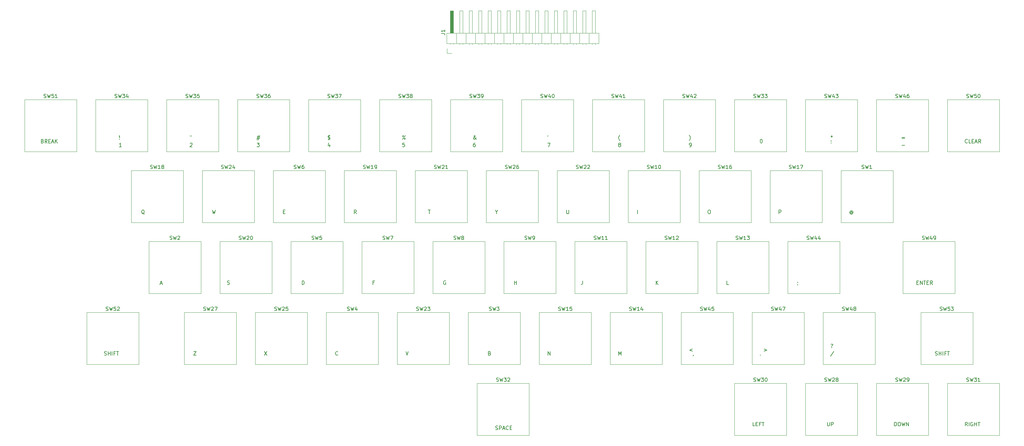
<source format=gto>
%TF.GenerationSoftware,KiCad,Pcbnew,9.0.1*%
%TF.CreationDate,2025-06-03T04:36:32-05:00*%
%TF.ProjectId,coco2Keyboard,636f636f-324b-4657-9962-6f6172642e6b,rev?*%
%TF.SameCoordinates,Original*%
%TF.FileFunction,Legend,Top*%
%TF.FilePolarity,Positive*%
%FSLAX46Y46*%
G04 Gerber Fmt 4.6, Leading zero omitted, Abs format (unit mm)*
G04 Created by KiCad (PCBNEW 9.0.1) date 2025-06-03 04:36:32*
%MOMM*%
%LPD*%
G01*
G04 APERTURE LIST*
%ADD10C,0.150000*%
%ADD11C,0.120000*%
%ADD12C,1.700000*%
%ADD13C,4.000000*%
%ADD14C,2.200000*%
%ADD15C,3.050000*%
%ADD16C,5.000000*%
%ADD17R,1.700000X1.700000*%
G04 APERTURE END LIST*
D10*
X250336779Y-57346009D02*
X251098684Y-57346009D01*
X251098684Y-57631723D02*
X250336779Y-57631723D01*
X250336779Y-59488866D02*
X251098684Y-59488866D01*
X231479636Y-56869819D02*
X231479636Y-57107914D01*
X231241541Y-57012676D02*
X231479636Y-57107914D01*
X231479636Y-57107914D02*
X231717731Y-57012676D01*
X231336779Y-57298390D02*
X231479636Y-57107914D01*
X231479636Y-57107914D02*
X231622493Y-57298390D01*
X231336779Y-58774580D02*
X231384398Y-58822200D01*
X231384398Y-58822200D02*
X231336779Y-58869819D01*
X231336779Y-58869819D02*
X231289160Y-58822200D01*
X231289160Y-58822200D02*
X231336779Y-58774580D01*
X231336779Y-58774580D02*
X231336779Y-58869819D01*
X231336779Y-58250771D02*
X231384398Y-58298390D01*
X231384398Y-58298390D02*
X231336779Y-58346009D01*
X231336779Y-58346009D02*
X231289160Y-58298390D01*
X231289160Y-58298390D02*
X231336779Y-58250771D01*
X231336779Y-58250771D02*
X231336779Y-58346009D01*
X212527255Y-57869819D02*
X212622493Y-57869819D01*
X212622493Y-57869819D02*
X212717731Y-57917438D01*
X212717731Y-57917438D02*
X212765350Y-57965057D01*
X212765350Y-57965057D02*
X212812969Y-58060295D01*
X212812969Y-58060295D02*
X212860588Y-58250771D01*
X212860588Y-58250771D02*
X212860588Y-58488866D01*
X212860588Y-58488866D02*
X212812969Y-58679342D01*
X212812969Y-58679342D02*
X212765350Y-58774580D01*
X212765350Y-58774580D02*
X212717731Y-58822200D01*
X212717731Y-58822200D02*
X212622493Y-58869819D01*
X212622493Y-58869819D02*
X212527255Y-58869819D01*
X212527255Y-58869819D02*
X212432017Y-58822200D01*
X212432017Y-58822200D02*
X212384398Y-58774580D01*
X212384398Y-58774580D02*
X212336779Y-58679342D01*
X212336779Y-58679342D02*
X212289160Y-58488866D01*
X212289160Y-58488866D02*
X212289160Y-58250771D01*
X212289160Y-58250771D02*
X212336779Y-58060295D01*
X212336779Y-58060295D02*
X212384398Y-57965057D01*
X212384398Y-57965057D02*
X212432017Y-57917438D01*
X212432017Y-57917438D02*
X212527255Y-57869819D01*
X193241541Y-58250771D02*
X193289160Y-58203152D01*
X193289160Y-58203152D02*
X193384398Y-58060295D01*
X193384398Y-58060295D02*
X193432017Y-57965057D01*
X193432017Y-57965057D02*
X193479636Y-57822200D01*
X193479636Y-57822200D02*
X193527255Y-57584104D01*
X193527255Y-57584104D02*
X193527255Y-57393628D01*
X193527255Y-57393628D02*
X193479636Y-57155533D01*
X193479636Y-57155533D02*
X193432017Y-57012676D01*
X193432017Y-57012676D02*
X193384398Y-56917438D01*
X193384398Y-56917438D02*
X193289160Y-56774580D01*
X193289160Y-56774580D02*
X193241541Y-56726961D01*
X193384398Y-59869819D02*
X193574874Y-59869819D01*
X193574874Y-59869819D02*
X193670112Y-59822200D01*
X193670112Y-59822200D02*
X193717731Y-59774580D01*
X193717731Y-59774580D02*
X193812969Y-59631723D01*
X193812969Y-59631723D02*
X193860588Y-59441247D01*
X193860588Y-59441247D02*
X193860588Y-59060295D01*
X193860588Y-59060295D02*
X193812969Y-58965057D01*
X193812969Y-58965057D02*
X193765350Y-58917438D01*
X193765350Y-58917438D02*
X193670112Y-58869819D01*
X193670112Y-58869819D02*
X193479636Y-58869819D01*
X193479636Y-58869819D02*
X193384398Y-58917438D01*
X193384398Y-58917438D02*
X193336779Y-58965057D01*
X193336779Y-58965057D02*
X193289160Y-59060295D01*
X193289160Y-59060295D02*
X193289160Y-59298390D01*
X193289160Y-59298390D02*
X193336779Y-59393628D01*
X193336779Y-59393628D02*
X193384398Y-59441247D01*
X193384398Y-59441247D02*
X193479636Y-59488866D01*
X193479636Y-59488866D02*
X193670112Y-59488866D01*
X193670112Y-59488866D02*
X193765350Y-59441247D01*
X193765350Y-59441247D02*
X193812969Y-59393628D01*
X193812969Y-59393628D02*
X193860588Y-59298390D01*
X174622493Y-58250771D02*
X174574874Y-58203152D01*
X174574874Y-58203152D02*
X174479636Y-58060295D01*
X174479636Y-58060295D02*
X174432017Y-57965057D01*
X174432017Y-57965057D02*
X174384398Y-57822200D01*
X174384398Y-57822200D02*
X174336779Y-57584104D01*
X174336779Y-57584104D02*
X174336779Y-57393628D01*
X174336779Y-57393628D02*
X174384398Y-57155533D01*
X174384398Y-57155533D02*
X174432017Y-57012676D01*
X174432017Y-57012676D02*
X174479636Y-56917438D01*
X174479636Y-56917438D02*
X174574874Y-56774580D01*
X174574874Y-56774580D02*
X174622493Y-56726961D01*
X174479636Y-59298390D02*
X174384398Y-59250771D01*
X174384398Y-59250771D02*
X174336779Y-59203152D01*
X174336779Y-59203152D02*
X174289160Y-59107914D01*
X174289160Y-59107914D02*
X174289160Y-59060295D01*
X174289160Y-59060295D02*
X174336779Y-58965057D01*
X174336779Y-58965057D02*
X174384398Y-58917438D01*
X174384398Y-58917438D02*
X174479636Y-58869819D01*
X174479636Y-58869819D02*
X174670112Y-58869819D01*
X174670112Y-58869819D02*
X174765350Y-58917438D01*
X174765350Y-58917438D02*
X174812969Y-58965057D01*
X174812969Y-58965057D02*
X174860588Y-59060295D01*
X174860588Y-59060295D02*
X174860588Y-59107914D01*
X174860588Y-59107914D02*
X174812969Y-59203152D01*
X174812969Y-59203152D02*
X174765350Y-59250771D01*
X174765350Y-59250771D02*
X174670112Y-59298390D01*
X174670112Y-59298390D02*
X174479636Y-59298390D01*
X174479636Y-59298390D02*
X174384398Y-59346009D01*
X174384398Y-59346009D02*
X174336779Y-59393628D01*
X174336779Y-59393628D02*
X174289160Y-59488866D01*
X174289160Y-59488866D02*
X174289160Y-59679342D01*
X174289160Y-59679342D02*
X174336779Y-59774580D01*
X174336779Y-59774580D02*
X174384398Y-59822200D01*
X174384398Y-59822200D02*
X174479636Y-59869819D01*
X174479636Y-59869819D02*
X174670112Y-59869819D01*
X174670112Y-59869819D02*
X174765350Y-59822200D01*
X174765350Y-59822200D02*
X174812969Y-59774580D01*
X174812969Y-59774580D02*
X174860588Y-59679342D01*
X174860588Y-59679342D02*
X174860588Y-59488866D01*
X174860588Y-59488866D02*
X174812969Y-59393628D01*
X174812969Y-59393628D02*
X174765350Y-59346009D01*
X174765350Y-59346009D02*
X174670112Y-59298390D01*
X155384398Y-56869819D02*
X155289160Y-57060295D01*
X155241541Y-58869819D02*
X155908207Y-58869819D01*
X155908207Y-58869819D02*
X155479636Y-59869819D01*
X136146303Y-57869819D02*
X136098684Y-57869819D01*
X136098684Y-57869819D02*
X136003445Y-57822200D01*
X136003445Y-57822200D02*
X135860588Y-57679342D01*
X135860588Y-57679342D02*
X135622493Y-57393628D01*
X135622493Y-57393628D02*
X135527255Y-57250771D01*
X135527255Y-57250771D02*
X135479636Y-57107914D01*
X135479636Y-57107914D02*
X135479636Y-57012676D01*
X135479636Y-57012676D02*
X135527255Y-56917438D01*
X135527255Y-56917438D02*
X135622493Y-56869819D01*
X135622493Y-56869819D02*
X135670112Y-56869819D01*
X135670112Y-56869819D02*
X135765350Y-56917438D01*
X135765350Y-56917438D02*
X135812969Y-57012676D01*
X135812969Y-57012676D02*
X135812969Y-57060295D01*
X135812969Y-57060295D02*
X135765350Y-57155533D01*
X135765350Y-57155533D02*
X135717731Y-57203152D01*
X135717731Y-57203152D02*
X135432017Y-57393628D01*
X135432017Y-57393628D02*
X135384398Y-57441247D01*
X135384398Y-57441247D02*
X135336779Y-57536485D01*
X135336779Y-57536485D02*
X135336779Y-57679342D01*
X135336779Y-57679342D02*
X135384398Y-57774580D01*
X135384398Y-57774580D02*
X135432017Y-57822200D01*
X135432017Y-57822200D02*
X135527255Y-57869819D01*
X135527255Y-57869819D02*
X135670112Y-57869819D01*
X135670112Y-57869819D02*
X135765350Y-57822200D01*
X135765350Y-57822200D02*
X135812969Y-57774580D01*
X135812969Y-57774580D02*
X135955826Y-57584104D01*
X135955826Y-57584104D02*
X136003445Y-57441247D01*
X136003445Y-57441247D02*
X136003445Y-57346009D01*
X135765350Y-58869819D02*
X135574874Y-58869819D01*
X135574874Y-58869819D02*
X135479636Y-58917438D01*
X135479636Y-58917438D02*
X135432017Y-58965057D01*
X135432017Y-58965057D02*
X135336779Y-59107914D01*
X135336779Y-59107914D02*
X135289160Y-59298390D01*
X135289160Y-59298390D02*
X135289160Y-59679342D01*
X135289160Y-59679342D02*
X135336779Y-59774580D01*
X135336779Y-59774580D02*
X135384398Y-59822200D01*
X135384398Y-59822200D02*
X135479636Y-59869819D01*
X135479636Y-59869819D02*
X135670112Y-59869819D01*
X135670112Y-59869819D02*
X135765350Y-59822200D01*
X135765350Y-59822200D02*
X135812969Y-59774580D01*
X135812969Y-59774580D02*
X135860588Y-59679342D01*
X135860588Y-59679342D02*
X135860588Y-59441247D01*
X135860588Y-59441247D02*
X135812969Y-59346009D01*
X135812969Y-59346009D02*
X135765350Y-59298390D01*
X135765350Y-59298390D02*
X135670112Y-59250771D01*
X135670112Y-59250771D02*
X135479636Y-59250771D01*
X135479636Y-59250771D02*
X135384398Y-59298390D01*
X135384398Y-59298390D02*
X135336779Y-59346009D01*
X135336779Y-59346009D02*
X135289160Y-59441247D01*
X116289160Y-57869819D02*
X117051064Y-56869819D01*
X116432017Y-56869819D02*
X116527255Y-56917438D01*
X116527255Y-56917438D02*
X116574874Y-57012676D01*
X116574874Y-57012676D02*
X116527255Y-57107914D01*
X116527255Y-57107914D02*
X116432017Y-57155533D01*
X116432017Y-57155533D02*
X116336779Y-57107914D01*
X116336779Y-57107914D02*
X116289160Y-57012676D01*
X116289160Y-57012676D02*
X116336779Y-56917438D01*
X116336779Y-56917438D02*
X116432017Y-56869819D01*
X117003445Y-57822200D02*
X117051064Y-57726961D01*
X117051064Y-57726961D02*
X117003445Y-57631723D01*
X117003445Y-57631723D02*
X116908207Y-57584104D01*
X116908207Y-57584104D02*
X116812969Y-57631723D01*
X116812969Y-57631723D02*
X116765350Y-57726961D01*
X116765350Y-57726961D02*
X116812969Y-57822200D01*
X116812969Y-57822200D02*
X116908207Y-57869819D01*
X116908207Y-57869819D02*
X117003445Y-57822200D01*
X116812969Y-58869819D02*
X116336779Y-58869819D01*
X116336779Y-58869819D02*
X116289160Y-59346009D01*
X116289160Y-59346009D02*
X116336779Y-59298390D01*
X116336779Y-59298390D02*
X116432017Y-59250771D01*
X116432017Y-59250771D02*
X116670112Y-59250771D01*
X116670112Y-59250771D02*
X116765350Y-59298390D01*
X116765350Y-59298390D02*
X116812969Y-59346009D01*
X116812969Y-59346009D02*
X116860588Y-59441247D01*
X116860588Y-59441247D02*
X116860588Y-59679342D01*
X116860588Y-59679342D02*
X116812969Y-59774580D01*
X116812969Y-59774580D02*
X116765350Y-59822200D01*
X116765350Y-59822200D02*
X116670112Y-59869819D01*
X116670112Y-59869819D02*
X116432017Y-59869819D01*
X116432017Y-59869819D02*
X116336779Y-59822200D01*
X116336779Y-59822200D02*
X116289160Y-59774580D01*
X96289160Y-57822200D02*
X96432017Y-57869819D01*
X96432017Y-57869819D02*
X96670112Y-57869819D01*
X96670112Y-57869819D02*
X96765350Y-57822200D01*
X96765350Y-57822200D02*
X96812969Y-57774580D01*
X96812969Y-57774580D02*
X96860588Y-57679342D01*
X96860588Y-57679342D02*
X96860588Y-57584104D01*
X96860588Y-57584104D02*
X96812969Y-57488866D01*
X96812969Y-57488866D02*
X96765350Y-57441247D01*
X96765350Y-57441247D02*
X96670112Y-57393628D01*
X96670112Y-57393628D02*
X96479636Y-57346009D01*
X96479636Y-57346009D02*
X96384398Y-57298390D01*
X96384398Y-57298390D02*
X96336779Y-57250771D01*
X96336779Y-57250771D02*
X96289160Y-57155533D01*
X96289160Y-57155533D02*
X96289160Y-57060295D01*
X96289160Y-57060295D02*
X96336779Y-56965057D01*
X96336779Y-56965057D02*
X96384398Y-56917438D01*
X96384398Y-56917438D02*
X96479636Y-56869819D01*
X96479636Y-56869819D02*
X96717731Y-56869819D01*
X96717731Y-56869819D02*
X96860588Y-56917438D01*
X96574874Y-56726961D02*
X96574874Y-58012676D01*
X96765350Y-59203152D02*
X96765350Y-59869819D01*
X96527255Y-58822200D02*
X96289160Y-59536485D01*
X96289160Y-59536485D02*
X96908207Y-59536485D01*
X77289160Y-57203152D02*
X78003445Y-57203152D01*
X77574874Y-56774580D02*
X77289160Y-58060295D01*
X77908207Y-57631723D02*
X77193922Y-57631723D01*
X77622493Y-58060295D02*
X77908207Y-56774580D01*
X77241541Y-58869819D02*
X77860588Y-58869819D01*
X77860588Y-58869819D02*
X77527255Y-59250771D01*
X77527255Y-59250771D02*
X77670112Y-59250771D01*
X77670112Y-59250771D02*
X77765350Y-59298390D01*
X77765350Y-59298390D02*
X77812969Y-59346009D01*
X77812969Y-59346009D02*
X77860588Y-59441247D01*
X77860588Y-59441247D02*
X77860588Y-59679342D01*
X77860588Y-59679342D02*
X77812969Y-59774580D01*
X77812969Y-59774580D02*
X77765350Y-59822200D01*
X77765350Y-59822200D02*
X77670112Y-59869819D01*
X77670112Y-59869819D02*
X77384398Y-59869819D01*
X77384398Y-59869819D02*
X77289160Y-59822200D01*
X77289160Y-59822200D02*
X77241541Y-59774580D01*
X59289160Y-56869819D02*
X59289160Y-57060295D01*
X59670112Y-56869819D02*
X59670112Y-57060295D01*
X59289160Y-58965057D02*
X59336779Y-58917438D01*
X59336779Y-58917438D02*
X59432017Y-58869819D01*
X59432017Y-58869819D02*
X59670112Y-58869819D01*
X59670112Y-58869819D02*
X59765350Y-58917438D01*
X59765350Y-58917438D02*
X59812969Y-58965057D01*
X59812969Y-58965057D02*
X59860588Y-59060295D01*
X59860588Y-59060295D02*
X59860588Y-59155533D01*
X59860588Y-59155533D02*
X59812969Y-59298390D01*
X59812969Y-59298390D02*
X59241541Y-59869819D01*
X59241541Y-59869819D02*
X59860588Y-59869819D01*
X40336779Y-57774580D02*
X40384398Y-57822200D01*
X40384398Y-57822200D02*
X40336779Y-57869819D01*
X40336779Y-57869819D02*
X40289160Y-57822200D01*
X40289160Y-57822200D02*
X40336779Y-57774580D01*
X40336779Y-57774580D02*
X40336779Y-57869819D01*
X40336779Y-57488866D02*
X40289160Y-56917438D01*
X40289160Y-56917438D02*
X40336779Y-56869819D01*
X40336779Y-56869819D02*
X40384398Y-56917438D01*
X40384398Y-56917438D02*
X40336779Y-57488866D01*
X40336779Y-57488866D02*
X40336779Y-56869819D01*
X40860588Y-59869819D02*
X40289160Y-59869819D01*
X40574874Y-59869819D02*
X40574874Y-58869819D01*
X40574874Y-58869819D02*
X40479636Y-59012676D01*
X40479636Y-59012676D02*
X40384398Y-59107914D01*
X40384398Y-59107914D02*
X40289160Y-59155533D01*
X267908207Y-58774580D02*
X267860588Y-58822200D01*
X267860588Y-58822200D02*
X267717731Y-58869819D01*
X267717731Y-58869819D02*
X267622493Y-58869819D01*
X267622493Y-58869819D02*
X267479636Y-58822200D01*
X267479636Y-58822200D02*
X267384398Y-58726961D01*
X267384398Y-58726961D02*
X267336779Y-58631723D01*
X267336779Y-58631723D02*
X267289160Y-58441247D01*
X267289160Y-58441247D02*
X267289160Y-58298390D01*
X267289160Y-58298390D02*
X267336779Y-58107914D01*
X267336779Y-58107914D02*
X267384398Y-58012676D01*
X267384398Y-58012676D02*
X267479636Y-57917438D01*
X267479636Y-57917438D02*
X267622493Y-57869819D01*
X267622493Y-57869819D02*
X267717731Y-57869819D01*
X267717731Y-57869819D02*
X267860588Y-57917438D01*
X267860588Y-57917438D02*
X267908207Y-57965057D01*
X268812969Y-58869819D02*
X268336779Y-58869819D01*
X268336779Y-58869819D02*
X268336779Y-57869819D01*
X269146303Y-58346009D02*
X269479636Y-58346009D01*
X269622493Y-58869819D02*
X269146303Y-58869819D01*
X269146303Y-58869819D02*
X269146303Y-57869819D01*
X269146303Y-57869819D02*
X269622493Y-57869819D01*
X270003446Y-58584104D02*
X270479636Y-58584104D01*
X269908208Y-58869819D02*
X270241541Y-57869819D01*
X270241541Y-57869819D02*
X270574874Y-58869819D01*
X271479636Y-58869819D02*
X271146303Y-58393628D01*
X270908208Y-58869819D02*
X270908208Y-57869819D01*
X270908208Y-57869819D02*
X271289160Y-57869819D01*
X271289160Y-57869819D02*
X271384398Y-57917438D01*
X271384398Y-57917438D02*
X271432017Y-57965057D01*
X271432017Y-57965057D02*
X271479636Y-58060295D01*
X271479636Y-58060295D02*
X271479636Y-58203152D01*
X271479636Y-58203152D02*
X271432017Y-58298390D01*
X271432017Y-58298390D02*
X271384398Y-58346009D01*
X271384398Y-58346009D02*
X271289160Y-58393628D01*
X271289160Y-58393628D02*
X270908208Y-58393628D01*
X19670112Y-58346009D02*
X19812969Y-58393628D01*
X19812969Y-58393628D02*
X19860588Y-58441247D01*
X19860588Y-58441247D02*
X19908207Y-58536485D01*
X19908207Y-58536485D02*
X19908207Y-58679342D01*
X19908207Y-58679342D02*
X19860588Y-58774580D01*
X19860588Y-58774580D02*
X19812969Y-58822200D01*
X19812969Y-58822200D02*
X19717731Y-58869819D01*
X19717731Y-58869819D02*
X19336779Y-58869819D01*
X19336779Y-58869819D02*
X19336779Y-57869819D01*
X19336779Y-57869819D02*
X19670112Y-57869819D01*
X19670112Y-57869819D02*
X19765350Y-57917438D01*
X19765350Y-57917438D02*
X19812969Y-57965057D01*
X19812969Y-57965057D02*
X19860588Y-58060295D01*
X19860588Y-58060295D02*
X19860588Y-58155533D01*
X19860588Y-58155533D02*
X19812969Y-58250771D01*
X19812969Y-58250771D02*
X19765350Y-58298390D01*
X19765350Y-58298390D02*
X19670112Y-58346009D01*
X19670112Y-58346009D02*
X19336779Y-58346009D01*
X20908207Y-58869819D02*
X20574874Y-58393628D01*
X20336779Y-58869819D02*
X20336779Y-57869819D01*
X20336779Y-57869819D02*
X20717731Y-57869819D01*
X20717731Y-57869819D02*
X20812969Y-57917438D01*
X20812969Y-57917438D02*
X20860588Y-57965057D01*
X20860588Y-57965057D02*
X20908207Y-58060295D01*
X20908207Y-58060295D02*
X20908207Y-58203152D01*
X20908207Y-58203152D02*
X20860588Y-58298390D01*
X20860588Y-58298390D02*
X20812969Y-58346009D01*
X20812969Y-58346009D02*
X20717731Y-58393628D01*
X20717731Y-58393628D02*
X20336779Y-58393628D01*
X21336779Y-58346009D02*
X21670112Y-58346009D01*
X21812969Y-58869819D02*
X21336779Y-58869819D01*
X21336779Y-58869819D02*
X21336779Y-57869819D01*
X21336779Y-57869819D02*
X21812969Y-57869819D01*
X22193922Y-58584104D02*
X22670112Y-58584104D01*
X22098684Y-58869819D02*
X22432017Y-57869819D01*
X22432017Y-57869819D02*
X22765350Y-58869819D01*
X23098684Y-58869819D02*
X23098684Y-57869819D01*
X23670112Y-58869819D02*
X23241541Y-58298390D01*
X23670112Y-57869819D02*
X23098684Y-58441247D01*
X47003445Y-77965057D02*
X46908207Y-77917438D01*
X46908207Y-77917438D02*
X46812969Y-77822200D01*
X46812969Y-77822200D02*
X46670112Y-77679342D01*
X46670112Y-77679342D02*
X46574874Y-77631723D01*
X46574874Y-77631723D02*
X46479636Y-77631723D01*
X46527255Y-77869819D02*
X46432017Y-77822200D01*
X46432017Y-77822200D02*
X46336779Y-77726961D01*
X46336779Y-77726961D02*
X46289160Y-77536485D01*
X46289160Y-77536485D02*
X46289160Y-77203152D01*
X46289160Y-77203152D02*
X46336779Y-77012676D01*
X46336779Y-77012676D02*
X46432017Y-76917438D01*
X46432017Y-76917438D02*
X46527255Y-76869819D01*
X46527255Y-76869819D02*
X46717731Y-76869819D01*
X46717731Y-76869819D02*
X46812969Y-76917438D01*
X46812969Y-76917438D02*
X46908207Y-77012676D01*
X46908207Y-77012676D02*
X46955826Y-77203152D01*
X46955826Y-77203152D02*
X46955826Y-77536485D01*
X46955826Y-77536485D02*
X46908207Y-77726961D01*
X46908207Y-77726961D02*
X46812969Y-77822200D01*
X46812969Y-77822200D02*
X46717731Y-77869819D01*
X46717731Y-77869819D02*
X46527255Y-77869819D01*
X65241541Y-76869819D02*
X65479636Y-77869819D01*
X65479636Y-77869819D02*
X65670112Y-77155533D01*
X65670112Y-77155533D02*
X65860588Y-77869819D01*
X65860588Y-77869819D02*
X66098684Y-76869819D01*
X84336779Y-77346009D02*
X84670112Y-77346009D01*
X84812969Y-77869819D02*
X84336779Y-77869819D01*
X84336779Y-77869819D02*
X84336779Y-76869819D01*
X84336779Y-76869819D02*
X84812969Y-76869819D01*
X103908207Y-77869819D02*
X103574874Y-77393628D01*
X103336779Y-77869819D02*
X103336779Y-76869819D01*
X103336779Y-76869819D02*
X103717731Y-76869819D01*
X103717731Y-76869819D02*
X103812969Y-76917438D01*
X103812969Y-76917438D02*
X103860588Y-76965057D01*
X103860588Y-76965057D02*
X103908207Y-77060295D01*
X103908207Y-77060295D02*
X103908207Y-77203152D01*
X103908207Y-77203152D02*
X103860588Y-77298390D01*
X103860588Y-77298390D02*
X103812969Y-77346009D01*
X103812969Y-77346009D02*
X103717731Y-77393628D01*
X103717731Y-77393628D02*
X103336779Y-77393628D01*
X123193922Y-76869819D02*
X123765350Y-76869819D01*
X123479636Y-77869819D02*
X123479636Y-76869819D01*
X141527255Y-77393628D02*
X141527255Y-77869819D01*
X141193922Y-76869819D02*
X141527255Y-77393628D01*
X141527255Y-77393628D02*
X141860588Y-76869819D01*
X160336779Y-76869819D02*
X160336779Y-77679342D01*
X160336779Y-77679342D02*
X160384398Y-77774580D01*
X160384398Y-77774580D02*
X160432017Y-77822200D01*
X160432017Y-77822200D02*
X160527255Y-77869819D01*
X160527255Y-77869819D02*
X160717731Y-77869819D01*
X160717731Y-77869819D02*
X160812969Y-77822200D01*
X160812969Y-77822200D02*
X160860588Y-77774580D01*
X160860588Y-77774580D02*
X160908207Y-77679342D01*
X160908207Y-77679342D02*
X160908207Y-76869819D01*
X179336779Y-77869819D02*
X179336779Y-76869819D01*
X198527255Y-76869819D02*
X198717731Y-76869819D01*
X198717731Y-76869819D02*
X198812969Y-76917438D01*
X198812969Y-76917438D02*
X198908207Y-77012676D01*
X198908207Y-77012676D02*
X198955826Y-77203152D01*
X198955826Y-77203152D02*
X198955826Y-77536485D01*
X198955826Y-77536485D02*
X198908207Y-77726961D01*
X198908207Y-77726961D02*
X198812969Y-77822200D01*
X198812969Y-77822200D02*
X198717731Y-77869819D01*
X198717731Y-77869819D02*
X198527255Y-77869819D01*
X198527255Y-77869819D02*
X198432017Y-77822200D01*
X198432017Y-77822200D02*
X198336779Y-77726961D01*
X198336779Y-77726961D02*
X198289160Y-77536485D01*
X198289160Y-77536485D02*
X198289160Y-77203152D01*
X198289160Y-77203152D02*
X198336779Y-77012676D01*
X198336779Y-77012676D02*
X198432017Y-76917438D01*
X198432017Y-76917438D02*
X198527255Y-76869819D01*
X217336779Y-77869819D02*
X217336779Y-76869819D01*
X217336779Y-76869819D02*
X217717731Y-76869819D01*
X217717731Y-76869819D02*
X217812969Y-76917438D01*
X217812969Y-76917438D02*
X217860588Y-76965057D01*
X217860588Y-76965057D02*
X217908207Y-77060295D01*
X217908207Y-77060295D02*
X217908207Y-77203152D01*
X217908207Y-77203152D02*
X217860588Y-77298390D01*
X217860588Y-77298390D02*
X217812969Y-77346009D01*
X217812969Y-77346009D02*
X217717731Y-77393628D01*
X217717731Y-77393628D02*
X217336779Y-77393628D01*
X236955826Y-77393628D02*
X236908207Y-77346009D01*
X236908207Y-77346009D02*
X236812969Y-77298390D01*
X236812969Y-77298390D02*
X236717731Y-77298390D01*
X236717731Y-77298390D02*
X236622493Y-77346009D01*
X236622493Y-77346009D02*
X236574874Y-77393628D01*
X236574874Y-77393628D02*
X236527255Y-77488866D01*
X236527255Y-77488866D02*
X236527255Y-77584104D01*
X236527255Y-77584104D02*
X236574874Y-77679342D01*
X236574874Y-77679342D02*
X236622493Y-77726961D01*
X236622493Y-77726961D02*
X236717731Y-77774580D01*
X236717731Y-77774580D02*
X236812969Y-77774580D01*
X236812969Y-77774580D02*
X236908207Y-77726961D01*
X236908207Y-77726961D02*
X236955826Y-77679342D01*
X236955826Y-77298390D02*
X236955826Y-77679342D01*
X236955826Y-77679342D02*
X237003445Y-77726961D01*
X237003445Y-77726961D02*
X237051064Y-77726961D01*
X237051064Y-77726961D02*
X237146303Y-77679342D01*
X237146303Y-77679342D02*
X237193922Y-77584104D01*
X237193922Y-77584104D02*
X237193922Y-77346009D01*
X237193922Y-77346009D02*
X237098684Y-77203152D01*
X237098684Y-77203152D02*
X236955826Y-77107914D01*
X236955826Y-77107914D02*
X236765350Y-77060295D01*
X236765350Y-77060295D02*
X236574874Y-77107914D01*
X236574874Y-77107914D02*
X236432017Y-77203152D01*
X236432017Y-77203152D02*
X236336779Y-77346009D01*
X236336779Y-77346009D02*
X236289160Y-77536485D01*
X236289160Y-77536485D02*
X236336779Y-77726961D01*
X236336779Y-77726961D02*
X236432017Y-77869819D01*
X236432017Y-77869819D02*
X236574874Y-77965057D01*
X236574874Y-77965057D02*
X236765350Y-78012676D01*
X236765350Y-78012676D02*
X236955826Y-77965057D01*
X236955826Y-77965057D02*
X237098684Y-77869819D01*
X267908207Y-134869819D02*
X267574874Y-134393628D01*
X267336779Y-134869819D02*
X267336779Y-133869819D01*
X267336779Y-133869819D02*
X267717731Y-133869819D01*
X267717731Y-133869819D02*
X267812969Y-133917438D01*
X267812969Y-133917438D02*
X267860588Y-133965057D01*
X267860588Y-133965057D02*
X267908207Y-134060295D01*
X267908207Y-134060295D02*
X267908207Y-134203152D01*
X267908207Y-134203152D02*
X267860588Y-134298390D01*
X267860588Y-134298390D02*
X267812969Y-134346009D01*
X267812969Y-134346009D02*
X267717731Y-134393628D01*
X267717731Y-134393628D02*
X267336779Y-134393628D01*
X268336779Y-134869819D02*
X268336779Y-133869819D01*
X269336778Y-133917438D02*
X269241540Y-133869819D01*
X269241540Y-133869819D02*
X269098683Y-133869819D01*
X269098683Y-133869819D02*
X268955826Y-133917438D01*
X268955826Y-133917438D02*
X268860588Y-134012676D01*
X268860588Y-134012676D02*
X268812969Y-134107914D01*
X268812969Y-134107914D02*
X268765350Y-134298390D01*
X268765350Y-134298390D02*
X268765350Y-134441247D01*
X268765350Y-134441247D02*
X268812969Y-134631723D01*
X268812969Y-134631723D02*
X268860588Y-134726961D01*
X268860588Y-134726961D02*
X268955826Y-134822200D01*
X268955826Y-134822200D02*
X269098683Y-134869819D01*
X269098683Y-134869819D02*
X269193921Y-134869819D01*
X269193921Y-134869819D02*
X269336778Y-134822200D01*
X269336778Y-134822200D02*
X269384397Y-134774580D01*
X269384397Y-134774580D02*
X269384397Y-134441247D01*
X269384397Y-134441247D02*
X269193921Y-134441247D01*
X269812969Y-134869819D02*
X269812969Y-133869819D01*
X269812969Y-134346009D02*
X270384397Y-134346009D01*
X270384397Y-134869819D02*
X270384397Y-133869819D01*
X270717731Y-133869819D02*
X271289159Y-133869819D01*
X271003445Y-134869819D02*
X271003445Y-133869819D01*
X248336779Y-134869819D02*
X248336779Y-133869819D01*
X248336779Y-133869819D02*
X248574874Y-133869819D01*
X248574874Y-133869819D02*
X248717731Y-133917438D01*
X248717731Y-133917438D02*
X248812969Y-134012676D01*
X248812969Y-134012676D02*
X248860588Y-134107914D01*
X248860588Y-134107914D02*
X248908207Y-134298390D01*
X248908207Y-134298390D02*
X248908207Y-134441247D01*
X248908207Y-134441247D02*
X248860588Y-134631723D01*
X248860588Y-134631723D02*
X248812969Y-134726961D01*
X248812969Y-134726961D02*
X248717731Y-134822200D01*
X248717731Y-134822200D02*
X248574874Y-134869819D01*
X248574874Y-134869819D02*
X248336779Y-134869819D01*
X249527255Y-133869819D02*
X249717731Y-133869819D01*
X249717731Y-133869819D02*
X249812969Y-133917438D01*
X249812969Y-133917438D02*
X249908207Y-134012676D01*
X249908207Y-134012676D02*
X249955826Y-134203152D01*
X249955826Y-134203152D02*
X249955826Y-134536485D01*
X249955826Y-134536485D02*
X249908207Y-134726961D01*
X249908207Y-134726961D02*
X249812969Y-134822200D01*
X249812969Y-134822200D02*
X249717731Y-134869819D01*
X249717731Y-134869819D02*
X249527255Y-134869819D01*
X249527255Y-134869819D02*
X249432017Y-134822200D01*
X249432017Y-134822200D02*
X249336779Y-134726961D01*
X249336779Y-134726961D02*
X249289160Y-134536485D01*
X249289160Y-134536485D02*
X249289160Y-134203152D01*
X249289160Y-134203152D02*
X249336779Y-134012676D01*
X249336779Y-134012676D02*
X249432017Y-133917438D01*
X249432017Y-133917438D02*
X249527255Y-133869819D01*
X250289160Y-133869819D02*
X250527255Y-134869819D01*
X250527255Y-134869819D02*
X250717731Y-134155533D01*
X250717731Y-134155533D02*
X250908207Y-134869819D01*
X250908207Y-134869819D02*
X251146303Y-133869819D01*
X251527255Y-134869819D02*
X251527255Y-133869819D01*
X251527255Y-133869819D02*
X252098683Y-134869819D01*
X252098683Y-134869819D02*
X252098683Y-133869819D01*
X230336779Y-133869819D02*
X230336779Y-134679342D01*
X230336779Y-134679342D02*
X230384398Y-134774580D01*
X230384398Y-134774580D02*
X230432017Y-134822200D01*
X230432017Y-134822200D02*
X230527255Y-134869819D01*
X230527255Y-134869819D02*
X230717731Y-134869819D01*
X230717731Y-134869819D02*
X230812969Y-134822200D01*
X230812969Y-134822200D02*
X230860588Y-134774580D01*
X230860588Y-134774580D02*
X230908207Y-134679342D01*
X230908207Y-134679342D02*
X230908207Y-133869819D01*
X231384398Y-134869819D02*
X231384398Y-133869819D01*
X231384398Y-133869819D02*
X231765350Y-133869819D01*
X231765350Y-133869819D02*
X231860588Y-133917438D01*
X231860588Y-133917438D02*
X231908207Y-133965057D01*
X231908207Y-133965057D02*
X231955826Y-134060295D01*
X231955826Y-134060295D02*
X231955826Y-134203152D01*
X231955826Y-134203152D02*
X231908207Y-134298390D01*
X231908207Y-134298390D02*
X231860588Y-134346009D01*
X231860588Y-134346009D02*
X231765350Y-134393628D01*
X231765350Y-134393628D02*
X231384398Y-134393628D01*
X210812969Y-134869819D02*
X210336779Y-134869819D01*
X210336779Y-134869819D02*
X210336779Y-133869819D01*
X211146303Y-134346009D02*
X211479636Y-134346009D01*
X211622493Y-134869819D02*
X211146303Y-134869819D01*
X211146303Y-134869819D02*
X211146303Y-133869819D01*
X211146303Y-133869819D02*
X211622493Y-133869819D01*
X212384398Y-134346009D02*
X212051065Y-134346009D01*
X212051065Y-134869819D02*
X212051065Y-133869819D01*
X212051065Y-133869819D02*
X212527255Y-133869819D01*
X212765351Y-133869819D02*
X213336779Y-133869819D01*
X213051065Y-134869819D02*
X213051065Y-133869819D01*
X231479636Y-113774580D02*
X231527255Y-113822200D01*
X231527255Y-113822200D02*
X231479636Y-113869819D01*
X231479636Y-113869819D02*
X231432017Y-113822200D01*
X231432017Y-113822200D02*
X231479636Y-113774580D01*
X231479636Y-113774580D02*
X231479636Y-113869819D01*
X231289160Y-112917438D02*
X231384398Y-112869819D01*
X231384398Y-112869819D02*
X231622493Y-112869819D01*
X231622493Y-112869819D02*
X231717731Y-112917438D01*
X231717731Y-112917438D02*
X231765350Y-113012676D01*
X231765350Y-113012676D02*
X231765350Y-113107914D01*
X231765350Y-113107914D02*
X231717731Y-113203152D01*
X231717731Y-113203152D02*
X231670112Y-113250771D01*
X231670112Y-113250771D02*
X231574874Y-113298390D01*
X231574874Y-113298390D02*
X231527255Y-113346009D01*
X231527255Y-113346009D02*
X231479636Y-113441247D01*
X231479636Y-113441247D02*
X231479636Y-113488866D01*
X232051064Y-114822200D02*
X231193922Y-116107914D01*
X213336779Y-114203152D02*
X214098684Y-114488866D01*
X214098684Y-114488866D02*
X213336779Y-114774580D01*
X212336779Y-115774580D02*
X212384398Y-115822200D01*
X212384398Y-115822200D02*
X212336779Y-115869819D01*
X212336779Y-115869819D02*
X212289160Y-115822200D01*
X212289160Y-115822200D02*
X212336779Y-115774580D01*
X212336779Y-115774580D02*
X212336779Y-115869819D01*
X194098684Y-114203152D02*
X193336779Y-114488866D01*
X193336779Y-114488866D02*
X194098684Y-114774580D01*
X194384398Y-115822200D02*
X194384398Y-115869819D01*
X194384398Y-115869819D02*
X194336779Y-115965057D01*
X194336779Y-115965057D02*
X194289160Y-116012676D01*
X141289160Y-135822200D02*
X141432017Y-135869819D01*
X141432017Y-135869819D02*
X141670112Y-135869819D01*
X141670112Y-135869819D02*
X141765350Y-135822200D01*
X141765350Y-135822200D02*
X141812969Y-135774580D01*
X141812969Y-135774580D02*
X141860588Y-135679342D01*
X141860588Y-135679342D02*
X141860588Y-135584104D01*
X141860588Y-135584104D02*
X141812969Y-135488866D01*
X141812969Y-135488866D02*
X141765350Y-135441247D01*
X141765350Y-135441247D02*
X141670112Y-135393628D01*
X141670112Y-135393628D02*
X141479636Y-135346009D01*
X141479636Y-135346009D02*
X141384398Y-135298390D01*
X141384398Y-135298390D02*
X141336779Y-135250771D01*
X141336779Y-135250771D02*
X141289160Y-135155533D01*
X141289160Y-135155533D02*
X141289160Y-135060295D01*
X141289160Y-135060295D02*
X141336779Y-134965057D01*
X141336779Y-134965057D02*
X141384398Y-134917438D01*
X141384398Y-134917438D02*
X141479636Y-134869819D01*
X141479636Y-134869819D02*
X141717731Y-134869819D01*
X141717731Y-134869819D02*
X141860588Y-134917438D01*
X142289160Y-135869819D02*
X142289160Y-134869819D01*
X142289160Y-134869819D02*
X142670112Y-134869819D01*
X142670112Y-134869819D02*
X142765350Y-134917438D01*
X142765350Y-134917438D02*
X142812969Y-134965057D01*
X142812969Y-134965057D02*
X142860588Y-135060295D01*
X142860588Y-135060295D02*
X142860588Y-135203152D01*
X142860588Y-135203152D02*
X142812969Y-135298390D01*
X142812969Y-135298390D02*
X142765350Y-135346009D01*
X142765350Y-135346009D02*
X142670112Y-135393628D01*
X142670112Y-135393628D02*
X142289160Y-135393628D01*
X143241541Y-135584104D02*
X143717731Y-135584104D01*
X143146303Y-135869819D02*
X143479636Y-134869819D01*
X143479636Y-134869819D02*
X143812969Y-135869819D01*
X144717731Y-135774580D02*
X144670112Y-135822200D01*
X144670112Y-135822200D02*
X144527255Y-135869819D01*
X144527255Y-135869819D02*
X144432017Y-135869819D01*
X144432017Y-135869819D02*
X144289160Y-135822200D01*
X144289160Y-135822200D02*
X144193922Y-135726961D01*
X144193922Y-135726961D02*
X144146303Y-135631723D01*
X144146303Y-135631723D02*
X144098684Y-135441247D01*
X144098684Y-135441247D02*
X144098684Y-135298390D01*
X144098684Y-135298390D02*
X144146303Y-135107914D01*
X144146303Y-135107914D02*
X144193922Y-135012676D01*
X144193922Y-135012676D02*
X144289160Y-134917438D01*
X144289160Y-134917438D02*
X144432017Y-134869819D01*
X144432017Y-134869819D02*
X144527255Y-134869819D01*
X144527255Y-134869819D02*
X144670112Y-134917438D01*
X144670112Y-134917438D02*
X144717731Y-134965057D01*
X145146303Y-135346009D02*
X145479636Y-135346009D01*
X145622493Y-135869819D02*
X145146303Y-135869819D01*
X145146303Y-135869819D02*
X145146303Y-134869819D01*
X145146303Y-134869819D02*
X145622493Y-134869819D01*
X174336779Y-115869819D02*
X174336779Y-114869819D01*
X174336779Y-114869819D02*
X174670112Y-115584104D01*
X174670112Y-115584104D02*
X175003445Y-114869819D01*
X175003445Y-114869819D02*
X175003445Y-115869819D01*
X155336779Y-115869819D02*
X155336779Y-114869819D01*
X155336779Y-114869819D02*
X155908207Y-115869819D01*
X155908207Y-115869819D02*
X155908207Y-114869819D01*
X139670112Y-115346009D02*
X139812969Y-115393628D01*
X139812969Y-115393628D02*
X139860588Y-115441247D01*
X139860588Y-115441247D02*
X139908207Y-115536485D01*
X139908207Y-115536485D02*
X139908207Y-115679342D01*
X139908207Y-115679342D02*
X139860588Y-115774580D01*
X139860588Y-115774580D02*
X139812969Y-115822200D01*
X139812969Y-115822200D02*
X139717731Y-115869819D01*
X139717731Y-115869819D02*
X139336779Y-115869819D01*
X139336779Y-115869819D02*
X139336779Y-114869819D01*
X139336779Y-114869819D02*
X139670112Y-114869819D01*
X139670112Y-114869819D02*
X139765350Y-114917438D01*
X139765350Y-114917438D02*
X139812969Y-114965057D01*
X139812969Y-114965057D02*
X139860588Y-115060295D01*
X139860588Y-115060295D02*
X139860588Y-115155533D01*
X139860588Y-115155533D02*
X139812969Y-115250771D01*
X139812969Y-115250771D02*
X139765350Y-115298390D01*
X139765350Y-115298390D02*
X139670112Y-115346009D01*
X139670112Y-115346009D02*
X139336779Y-115346009D01*
X117193922Y-114869819D02*
X117527255Y-115869819D01*
X117527255Y-115869819D02*
X117860588Y-114869819D01*
X98908207Y-115774580D02*
X98860588Y-115822200D01*
X98860588Y-115822200D02*
X98717731Y-115869819D01*
X98717731Y-115869819D02*
X98622493Y-115869819D01*
X98622493Y-115869819D02*
X98479636Y-115822200D01*
X98479636Y-115822200D02*
X98384398Y-115726961D01*
X98384398Y-115726961D02*
X98336779Y-115631723D01*
X98336779Y-115631723D02*
X98289160Y-115441247D01*
X98289160Y-115441247D02*
X98289160Y-115298390D01*
X98289160Y-115298390D02*
X98336779Y-115107914D01*
X98336779Y-115107914D02*
X98384398Y-115012676D01*
X98384398Y-115012676D02*
X98479636Y-114917438D01*
X98479636Y-114917438D02*
X98622493Y-114869819D01*
X98622493Y-114869819D02*
X98717731Y-114869819D01*
X98717731Y-114869819D02*
X98860588Y-114917438D01*
X98860588Y-114917438D02*
X98908207Y-114965057D01*
X79241541Y-114869819D02*
X79908207Y-115869819D01*
X79908207Y-114869819D02*
X79241541Y-115869819D01*
X60241541Y-114869819D02*
X60908207Y-114869819D01*
X60908207Y-114869819D02*
X60241541Y-115869819D01*
X60241541Y-115869819D02*
X60908207Y-115869819D01*
X36289160Y-115822200D02*
X36432017Y-115869819D01*
X36432017Y-115869819D02*
X36670112Y-115869819D01*
X36670112Y-115869819D02*
X36765350Y-115822200D01*
X36765350Y-115822200D02*
X36812969Y-115774580D01*
X36812969Y-115774580D02*
X36860588Y-115679342D01*
X36860588Y-115679342D02*
X36860588Y-115584104D01*
X36860588Y-115584104D02*
X36812969Y-115488866D01*
X36812969Y-115488866D02*
X36765350Y-115441247D01*
X36765350Y-115441247D02*
X36670112Y-115393628D01*
X36670112Y-115393628D02*
X36479636Y-115346009D01*
X36479636Y-115346009D02*
X36384398Y-115298390D01*
X36384398Y-115298390D02*
X36336779Y-115250771D01*
X36336779Y-115250771D02*
X36289160Y-115155533D01*
X36289160Y-115155533D02*
X36289160Y-115060295D01*
X36289160Y-115060295D02*
X36336779Y-114965057D01*
X36336779Y-114965057D02*
X36384398Y-114917438D01*
X36384398Y-114917438D02*
X36479636Y-114869819D01*
X36479636Y-114869819D02*
X36717731Y-114869819D01*
X36717731Y-114869819D02*
X36860588Y-114917438D01*
X37289160Y-115869819D02*
X37289160Y-114869819D01*
X37289160Y-115346009D02*
X37860588Y-115346009D01*
X37860588Y-115869819D02*
X37860588Y-114869819D01*
X38336779Y-115869819D02*
X38336779Y-114869819D01*
X39146302Y-115346009D02*
X38812969Y-115346009D01*
X38812969Y-115869819D02*
X38812969Y-114869819D01*
X38812969Y-114869819D02*
X39289159Y-114869819D01*
X39527255Y-114869819D02*
X40098683Y-114869819D01*
X39812969Y-115869819D02*
X39812969Y-114869819D01*
X259289160Y-115822200D02*
X259432017Y-115869819D01*
X259432017Y-115869819D02*
X259670112Y-115869819D01*
X259670112Y-115869819D02*
X259765350Y-115822200D01*
X259765350Y-115822200D02*
X259812969Y-115774580D01*
X259812969Y-115774580D02*
X259860588Y-115679342D01*
X259860588Y-115679342D02*
X259860588Y-115584104D01*
X259860588Y-115584104D02*
X259812969Y-115488866D01*
X259812969Y-115488866D02*
X259765350Y-115441247D01*
X259765350Y-115441247D02*
X259670112Y-115393628D01*
X259670112Y-115393628D02*
X259479636Y-115346009D01*
X259479636Y-115346009D02*
X259384398Y-115298390D01*
X259384398Y-115298390D02*
X259336779Y-115250771D01*
X259336779Y-115250771D02*
X259289160Y-115155533D01*
X259289160Y-115155533D02*
X259289160Y-115060295D01*
X259289160Y-115060295D02*
X259336779Y-114965057D01*
X259336779Y-114965057D02*
X259384398Y-114917438D01*
X259384398Y-114917438D02*
X259479636Y-114869819D01*
X259479636Y-114869819D02*
X259717731Y-114869819D01*
X259717731Y-114869819D02*
X259860588Y-114917438D01*
X260289160Y-115869819D02*
X260289160Y-114869819D01*
X260289160Y-115346009D02*
X260860588Y-115346009D01*
X260860588Y-115869819D02*
X260860588Y-114869819D01*
X261336779Y-115869819D02*
X261336779Y-114869819D01*
X262146302Y-115346009D02*
X261812969Y-115346009D01*
X261812969Y-115869819D02*
X261812969Y-114869819D01*
X261812969Y-114869819D02*
X262289159Y-114869819D01*
X262527255Y-114869819D02*
X263098683Y-114869819D01*
X262812969Y-115869819D02*
X262812969Y-114869819D01*
X254336779Y-96346009D02*
X254670112Y-96346009D01*
X254812969Y-96869819D02*
X254336779Y-96869819D01*
X254336779Y-96869819D02*
X254336779Y-95869819D01*
X254336779Y-95869819D02*
X254812969Y-95869819D01*
X255241541Y-96869819D02*
X255241541Y-95869819D01*
X255241541Y-95869819D02*
X255812969Y-96869819D01*
X255812969Y-96869819D02*
X255812969Y-95869819D01*
X256146303Y-95869819D02*
X256717731Y-95869819D01*
X256432017Y-96869819D02*
X256432017Y-95869819D01*
X257051065Y-96346009D02*
X257384398Y-96346009D01*
X257527255Y-96869819D02*
X257051065Y-96869819D01*
X257051065Y-96869819D02*
X257051065Y-95869819D01*
X257051065Y-95869819D02*
X257527255Y-95869819D01*
X258527255Y-96869819D02*
X258193922Y-96393628D01*
X257955827Y-96869819D02*
X257955827Y-95869819D01*
X257955827Y-95869819D02*
X258336779Y-95869819D01*
X258336779Y-95869819D02*
X258432017Y-95917438D01*
X258432017Y-95917438D02*
X258479636Y-95965057D01*
X258479636Y-95965057D02*
X258527255Y-96060295D01*
X258527255Y-96060295D02*
X258527255Y-96203152D01*
X258527255Y-96203152D02*
X258479636Y-96298390D01*
X258479636Y-96298390D02*
X258432017Y-96346009D01*
X258432017Y-96346009D02*
X258336779Y-96393628D01*
X258336779Y-96393628D02*
X257955827Y-96393628D01*
X222384398Y-96822200D02*
X222384398Y-96869819D01*
X222384398Y-96869819D02*
X222336779Y-96965057D01*
X222336779Y-96965057D02*
X222289160Y-97012676D01*
X222336779Y-96250771D02*
X222384398Y-96298390D01*
X222384398Y-96298390D02*
X222336779Y-96346009D01*
X222336779Y-96346009D02*
X222289160Y-96298390D01*
X222289160Y-96298390D02*
X222336779Y-96250771D01*
X222336779Y-96250771D02*
X222336779Y-96346009D01*
X203812969Y-96869819D02*
X203336779Y-96869819D01*
X203336779Y-96869819D02*
X203336779Y-95869819D01*
X184336779Y-96869819D02*
X184336779Y-95869819D01*
X184908207Y-96869819D02*
X184479636Y-96298390D01*
X184908207Y-95869819D02*
X184336779Y-96441247D01*
X164622493Y-95869819D02*
X164622493Y-96584104D01*
X164622493Y-96584104D02*
X164574874Y-96726961D01*
X164574874Y-96726961D02*
X164479636Y-96822200D01*
X164479636Y-96822200D02*
X164336779Y-96869819D01*
X164336779Y-96869819D02*
X164241541Y-96869819D01*
X146336779Y-96869819D02*
X146336779Y-95869819D01*
X146336779Y-96346009D02*
X146908207Y-96346009D01*
X146908207Y-96869819D02*
X146908207Y-95869819D01*
X127860588Y-95917438D02*
X127765350Y-95869819D01*
X127765350Y-95869819D02*
X127622493Y-95869819D01*
X127622493Y-95869819D02*
X127479636Y-95917438D01*
X127479636Y-95917438D02*
X127384398Y-96012676D01*
X127384398Y-96012676D02*
X127336779Y-96107914D01*
X127336779Y-96107914D02*
X127289160Y-96298390D01*
X127289160Y-96298390D02*
X127289160Y-96441247D01*
X127289160Y-96441247D02*
X127336779Y-96631723D01*
X127336779Y-96631723D02*
X127384398Y-96726961D01*
X127384398Y-96726961D02*
X127479636Y-96822200D01*
X127479636Y-96822200D02*
X127622493Y-96869819D01*
X127622493Y-96869819D02*
X127717731Y-96869819D01*
X127717731Y-96869819D02*
X127860588Y-96822200D01*
X127860588Y-96822200D02*
X127908207Y-96774580D01*
X127908207Y-96774580D02*
X127908207Y-96441247D01*
X127908207Y-96441247D02*
X127717731Y-96441247D01*
X108670112Y-96346009D02*
X108336779Y-96346009D01*
X108336779Y-96869819D02*
X108336779Y-95869819D01*
X108336779Y-95869819D02*
X108812969Y-95869819D01*
X89336779Y-96869819D02*
X89336779Y-95869819D01*
X89336779Y-95869819D02*
X89574874Y-95869819D01*
X89574874Y-95869819D02*
X89717731Y-95917438D01*
X89717731Y-95917438D02*
X89812969Y-96012676D01*
X89812969Y-96012676D02*
X89860588Y-96107914D01*
X89860588Y-96107914D02*
X89908207Y-96298390D01*
X89908207Y-96298390D02*
X89908207Y-96441247D01*
X89908207Y-96441247D02*
X89860588Y-96631723D01*
X89860588Y-96631723D02*
X89812969Y-96726961D01*
X89812969Y-96726961D02*
X89717731Y-96822200D01*
X89717731Y-96822200D02*
X89574874Y-96869819D01*
X89574874Y-96869819D02*
X89336779Y-96869819D01*
X69289160Y-96822200D02*
X69432017Y-96869819D01*
X69432017Y-96869819D02*
X69670112Y-96869819D01*
X69670112Y-96869819D02*
X69765350Y-96822200D01*
X69765350Y-96822200D02*
X69812969Y-96774580D01*
X69812969Y-96774580D02*
X69860588Y-96679342D01*
X69860588Y-96679342D02*
X69860588Y-96584104D01*
X69860588Y-96584104D02*
X69812969Y-96488866D01*
X69812969Y-96488866D02*
X69765350Y-96441247D01*
X69765350Y-96441247D02*
X69670112Y-96393628D01*
X69670112Y-96393628D02*
X69479636Y-96346009D01*
X69479636Y-96346009D02*
X69384398Y-96298390D01*
X69384398Y-96298390D02*
X69336779Y-96250771D01*
X69336779Y-96250771D02*
X69289160Y-96155533D01*
X69289160Y-96155533D02*
X69289160Y-96060295D01*
X69289160Y-96060295D02*
X69336779Y-95965057D01*
X69336779Y-95965057D02*
X69384398Y-95917438D01*
X69384398Y-95917438D02*
X69479636Y-95869819D01*
X69479636Y-95869819D02*
X69717731Y-95869819D01*
X69717731Y-95869819D02*
X69860588Y-95917438D01*
X51289160Y-96584104D02*
X51765350Y-96584104D01*
X51193922Y-96869819D02*
X51527255Y-95869819D01*
X51527255Y-95869819D02*
X51860588Y-96869819D01*
X72434276Y-84793200D02*
X72577133Y-84840819D01*
X72577133Y-84840819D02*
X72815228Y-84840819D01*
X72815228Y-84840819D02*
X72910466Y-84793200D01*
X72910466Y-84793200D02*
X72958085Y-84745580D01*
X72958085Y-84745580D02*
X73005704Y-84650342D01*
X73005704Y-84650342D02*
X73005704Y-84555104D01*
X73005704Y-84555104D02*
X72958085Y-84459866D01*
X72958085Y-84459866D02*
X72910466Y-84412247D01*
X72910466Y-84412247D02*
X72815228Y-84364628D01*
X72815228Y-84364628D02*
X72624752Y-84317009D01*
X72624752Y-84317009D02*
X72529514Y-84269390D01*
X72529514Y-84269390D02*
X72481895Y-84221771D01*
X72481895Y-84221771D02*
X72434276Y-84126533D01*
X72434276Y-84126533D02*
X72434276Y-84031295D01*
X72434276Y-84031295D02*
X72481895Y-83936057D01*
X72481895Y-83936057D02*
X72529514Y-83888438D01*
X72529514Y-83888438D02*
X72624752Y-83840819D01*
X72624752Y-83840819D02*
X72862847Y-83840819D01*
X72862847Y-83840819D02*
X73005704Y-83888438D01*
X73339038Y-83840819D02*
X73577133Y-84840819D01*
X73577133Y-84840819D02*
X73767609Y-84126533D01*
X73767609Y-84126533D02*
X73958085Y-84840819D01*
X73958085Y-84840819D02*
X74196181Y-83840819D01*
X74529514Y-83936057D02*
X74577133Y-83888438D01*
X74577133Y-83888438D02*
X74672371Y-83840819D01*
X74672371Y-83840819D02*
X74910466Y-83840819D01*
X74910466Y-83840819D02*
X75005704Y-83888438D01*
X75005704Y-83888438D02*
X75053323Y-83936057D01*
X75053323Y-83936057D02*
X75100942Y-84031295D01*
X75100942Y-84031295D02*
X75100942Y-84126533D01*
X75100942Y-84126533D02*
X75053323Y-84269390D01*
X75053323Y-84269390D02*
X74481895Y-84840819D01*
X74481895Y-84840819D02*
X75100942Y-84840819D01*
X75719990Y-83840819D02*
X75815228Y-83840819D01*
X75815228Y-83840819D02*
X75910466Y-83888438D01*
X75910466Y-83888438D02*
X75958085Y-83936057D01*
X75958085Y-83936057D02*
X76005704Y-84031295D01*
X76005704Y-84031295D02*
X76053323Y-84221771D01*
X76053323Y-84221771D02*
X76053323Y-84459866D01*
X76053323Y-84459866D02*
X76005704Y-84650342D01*
X76005704Y-84650342D02*
X75958085Y-84745580D01*
X75958085Y-84745580D02*
X75910466Y-84793200D01*
X75910466Y-84793200D02*
X75815228Y-84840819D01*
X75815228Y-84840819D02*
X75719990Y-84840819D01*
X75719990Y-84840819D02*
X75624752Y-84793200D01*
X75624752Y-84793200D02*
X75577133Y-84745580D01*
X75577133Y-84745580D02*
X75529514Y-84650342D01*
X75529514Y-84650342D02*
X75481895Y-84459866D01*
X75481895Y-84459866D02*
X75481895Y-84221771D01*
X75481895Y-84221771D02*
X75529514Y-84031295D01*
X75529514Y-84031295D02*
X75577133Y-83936057D01*
X75577133Y-83936057D02*
X75624752Y-83888438D01*
X75624752Y-83888438D02*
X75719990Y-83840819D01*
X224834276Y-84793200D02*
X224977133Y-84840819D01*
X224977133Y-84840819D02*
X225215228Y-84840819D01*
X225215228Y-84840819D02*
X225310466Y-84793200D01*
X225310466Y-84793200D02*
X225358085Y-84745580D01*
X225358085Y-84745580D02*
X225405704Y-84650342D01*
X225405704Y-84650342D02*
X225405704Y-84555104D01*
X225405704Y-84555104D02*
X225358085Y-84459866D01*
X225358085Y-84459866D02*
X225310466Y-84412247D01*
X225310466Y-84412247D02*
X225215228Y-84364628D01*
X225215228Y-84364628D02*
X225024752Y-84317009D01*
X225024752Y-84317009D02*
X224929514Y-84269390D01*
X224929514Y-84269390D02*
X224881895Y-84221771D01*
X224881895Y-84221771D02*
X224834276Y-84126533D01*
X224834276Y-84126533D02*
X224834276Y-84031295D01*
X224834276Y-84031295D02*
X224881895Y-83936057D01*
X224881895Y-83936057D02*
X224929514Y-83888438D01*
X224929514Y-83888438D02*
X225024752Y-83840819D01*
X225024752Y-83840819D02*
X225262847Y-83840819D01*
X225262847Y-83840819D02*
X225405704Y-83888438D01*
X225739038Y-83840819D02*
X225977133Y-84840819D01*
X225977133Y-84840819D02*
X226167609Y-84126533D01*
X226167609Y-84126533D02*
X226358085Y-84840819D01*
X226358085Y-84840819D02*
X226596181Y-83840819D01*
X227405704Y-84174152D02*
X227405704Y-84840819D01*
X227167609Y-83793200D02*
X226929514Y-84507485D01*
X226929514Y-84507485D02*
X227548561Y-84507485D01*
X228358085Y-84174152D02*
X228358085Y-84840819D01*
X228119990Y-83793200D02*
X227881895Y-84507485D01*
X227881895Y-84507485D02*
X228500942Y-84507485D01*
X101485467Y-103843200D02*
X101628324Y-103890819D01*
X101628324Y-103890819D02*
X101866419Y-103890819D01*
X101866419Y-103890819D02*
X101961657Y-103843200D01*
X101961657Y-103843200D02*
X102009276Y-103795580D01*
X102009276Y-103795580D02*
X102056895Y-103700342D01*
X102056895Y-103700342D02*
X102056895Y-103605104D01*
X102056895Y-103605104D02*
X102009276Y-103509866D01*
X102009276Y-103509866D02*
X101961657Y-103462247D01*
X101961657Y-103462247D02*
X101866419Y-103414628D01*
X101866419Y-103414628D02*
X101675943Y-103367009D01*
X101675943Y-103367009D02*
X101580705Y-103319390D01*
X101580705Y-103319390D02*
X101533086Y-103271771D01*
X101533086Y-103271771D02*
X101485467Y-103176533D01*
X101485467Y-103176533D02*
X101485467Y-103081295D01*
X101485467Y-103081295D02*
X101533086Y-102986057D01*
X101533086Y-102986057D02*
X101580705Y-102938438D01*
X101580705Y-102938438D02*
X101675943Y-102890819D01*
X101675943Y-102890819D02*
X101914038Y-102890819D01*
X101914038Y-102890819D02*
X102056895Y-102938438D01*
X102390229Y-102890819D02*
X102628324Y-103890819D01*
X102628324Y-103890819D02*
X102818800Y-103176533D01*
X102818800Y-103176533D02*
X103009276Y-103890819D01*
X103009276Y-103890819D02*
X103247372Y-102890819D01*
X104056895Y-103224152D02*
X104056895Y-103890819D01*
X103818800Y-102843200D02*
X103580705Y-103557485D01*
X103580705Y-103557485D02*
X104199752Y-103557485D01*
X201021776Y-65743200D02*
X201164633Y-65790819D01*
X201164633Y-65790819D02*
X201402728Y-65790819D01*
X201402728Y-65790819D02*
X201497966Y-65743200D01*
X201497966Y-65743200D02*
X201545585Y-65695580D01*
X201545585Y-65695580D02*
X201593204Y-65600342D01*
X201593204Y-65600342D02*
X201593204Y-65505104D01*
X201593204Y-65505104D02*
X201545585Y-65409866D01*
X201545585Y-65409866D02*
X201497966Y-65362247D01*
X201497966Y-65362247D02*
X201402728Y-65314628D01*
X201402728Y-65314628D02*
X201212252Y-65267009D01*
X201212252Y-65267009D02*
X201117014Y-65219390D01*
X201117014Y-65219390D02*
X201069395Y-65171771D01*
X201069395Y-65171771D02*
X201021776Y-65076533D01*
X201021776Y-65076533D02*
X201021776Y-64981295D01*
X201021776Y-64981295D02*
X201069395Y-64886057D01*
X201069395Y-64886057D02*
X201117014Y-64838438D01*
X201117014Y-64838438D02*
X201212252Y-64790819D01*
X201212252Y-64790819D02*
X201450347Y-64790819D01*
X201450347Y-64790819D02*
X201593204Y-64838438D01*
X201926538Y-64790819D02*
X202164633Y-65790819D01*
X202164633Y-65790819D02*
X202355109Y-65076533D01*
X202355109Y-65076533D02*
X202545585Y-65790819D01*
X202545585Y-65790819D02*
X202783681Y-64790819D01*
X203688442Y-65790819D02*
X203117014Y-65790819D01*
X203402728Y-65790819D02*
X203402728Y-64790819D01*
X203402728Y-64790819D02*
X203307490Y-64933676D01*
X203307490Y-64933676D02*
X203212252Y-65028914D01*
X203212252Y-65028914D02*
X203117014Y-65076533D01*
X204545585Y-64790819D02*
X204355109Y-64790819D01*
X204355109Y-64790819D02*
X204259871Y-64838438D01*
X204259871Y-64838438D02*
X204212252Y-64886057D01*
X204212252Y-64886057D02*
X204117014Y-65028914D01*
X204117014Y-65028914D02*
X204069395Y-65219390D01*
X204069395Y-65219390D02*
X204069395Y-65600342D01*
X204069395Y-65600342D02*
X204117014Y-65695580D01*
X204117014Y-65695580D02*
X204164633Y-65743200D01*
X204164633Y-65743200D02*
X204259871Y-65790819D01*
X204259871Y-65790819D02*
X204450347Y-65790819D01*
X204450347Y-65790819D02*
X204545585Y-65743200D01*
X204545585Y-65743200D02*
X204593204Y-65695580D01*
X204593204Y-65695580D02*
X204640823Y-65600342D01*
X204640823Y-65600342D02*
X204640823Y-65362247D01*
X204640823Y-65362247D02*
X204593204Y-65267009D01*
X204593204Y-65267009D02*
X204545585Y-65219390D01*
X204545585Y-65219390D02*
X204450347Y-65171771D01*
X204450347Y-65171771D02*
X204259871Y-65171771D01*
X204259871Y-65171771D02*
X204164633Y-65219390D01*
X204164633Y-65219390D02*
X204117014Y-65267009D01*
X204117014Y-65267009D02*
X204069395Y-65362247D01*
X210546776Y-122893200D02*
X210689633Y-122940819D01*
X210689633Y-122940819D02*
X210927728Y-122940819D01*
X210927728Y-122940819D02*
X211022966Y-122893200D01*
X211022966Y-122893200D02*
X211070585Y-122845580D01*
X211070585Y-122845580D02*
X211118204Y-122750342D01*
X211118204Y-122750342D02*
X211118204Y-122655104D01*
X211118204Y-122655104D02*
X211070585Y-122559866D01*
X211070585Y-122559866D02*
X211022966Y-122512247D01*
X211022966Y-122512247D02*
X210927728Y-122464628D01*
X210927728Y-122464628D02*
X210737252Y-122417009D01*
X210737252Y-122417009D02*
X210642014Y-122369390D01*
X210642014Y-122369390D02*
X210594395Y-122321771D01*
X210594395Y-122321771D02*
X210546776Y-122226533D01*
X210546776Y-122226533D02*
X210546776Y-122131295D01*
X210546776Y-122131295D02*
X210594395Y-122036057D01*
X210594395Y-122036057D02*
X210642014Y-121988438D01*
X210642014Y-121988438D02*
X210737252Y-121940819D01*
X210737252Y-121940819D02*
X210975347Y-121940819D01*
X210975347Y-121940819D02*
X211118204Y-121988438D01*
X211451538Y-121940819D02*
X211689633Y-122940819D01*
X211689633Y-122940819D02*
X211880109Y-122226533D01*
X211880109Y-122226533D02*
X212070585Y-122940819D01*
X212070585Y-122940819D02*
X212308681Y-121940819D01*
X212594395Y-121940819D02*
X213213442Y-121940819D01*
X213213442Y-121940819D02*
X212880109Y-122321771D01*
X212880109Y-122321771D02*
X213022966Y-122321771D01*
X213022966Y-122321771D02*
X213118204Y-122369390D01*
X213118204Y-122369390D02*
X213165823Y-122417009D01*
X213165823Y-122417009D02*
X213213442Y-122512247D01*
X213213442Y-122512247D02*
X213213442Y-122750342D01*
X213213442Y-122750342D02*
X213165823Y-122845580D01*
X213165823Y-122845580D02*
X213118204Y-122893200D01*
X213118204Y-122893200D02*
X213022966Y-122940819D01*
X213022966Y-122940819D02*
X212737252Y-122940819D01*
X212737252Y-122940819D02*
X212642014Y-122893200D01*
X212642014Y-122893200D02*
X212594395Y-122845580D01*
X213832490Y-121940819D02*
X213927728Y-121940819D01*
X213927728Y-121940819D02*
X214022966Y-121988438D01*
X214022966Y-121988438D02*
X214070585Y-122036057D01*
X214070585Y-122036057D02*
X214118204Y-122131295D01*
X214118204Y-122131295D02*
X214165823Y-122321771D01*
X214165823Y-122321771D02*
X214165823Y-122559866D01*
X214165823Y-122559866D02*
X214118204Y-122750342D01*
X214118204Y-122750342D02*
X214070585Y-122845580D01*
X214070585Y-122845580D02*
X214022966Y-122893200D01*
X214022966Y-122893200D02*
X213927728Y-122940819D01*
X213927728Y-122940819D02*
X213832490Y-122940819D01*
X213832490Y-122940819D02*
X213737252Y-122893200D01*
X213737252Y-122893200D02*
X213689633Y-122845580D01*
X213689633Y-122845580D02*
X213642014Y-122750342D01*
X213642014Y-122750342D02*
X213594395Y-122559866D01*
X213594395Y-122559866D02*
X213594395Y-122321771D01*
X213594395Y-122321771D02*
X213642014Y-122131295D01*
X213642014Y-122131295D02*
X213689633Y-122036057D01*
X213689633Y-122036057D02*
X213737252Y-121988438D01*
X213737252Y-121988438D02*
X213832490Y-121940819D01*
X267696776Y-122893200D02*
X267839633Y-122940819D01*
X267839633Y-122940819D02*
X268077728Y-122940819D01*
X268077728Y-122940819D02*
X268172966Y-122893200D01*
X268172966Y-122893200D02*
X268220585Y-122845580D01*
X268220585Y-122845580D02*
X268268204Y-122750342D01*
X268268204Y-122750342D02*
X268268204Y-122655104D01*
X268268204Y-122655104D02*
X268220585Y-122559866D01*
X268220585Y-122559866D02*
X268172966Y-122512247D01*
X268172966Y-122512247D02*
X268077728Y-122464628D01*
X268077728Y-122464628D02*
X267887252Y-122417009D01*
X267887252Y-122417009D02*
X267792014Y-122369390D01*
X267792014Y-122369390D02*
X267744395Y-122321771D01*
X267744395Y-122321771D02*
X267696776Y-122226533D01*
X267696776Y-122226533D02*
X267696776Y-122131295D01*
X267696776Y-122131295D02*
X267744395Y-122036057D01*
X267744395Y-122036057D02*
X267792014Y-121988438D01*
X267792014Y-121988438D02*
X267887252Y-121940819D01*
X267887252Y-121940819D02*
X268125347Y-121940819D01*
X268125347Y-121940819D02*
X268268204Y-121988438D01*
X268601538Y-121940819D02*
X268839633Y-122940819D01*
X268839633Y-122940819D02*
X269030109Y-122226533D01*
X269030109Y-122226533D02*
X269220585Y-122940819D01*
X269220585Y-122940819D02*
X269458681Y-121940819D01*
X269744395Y-121940819D02*
X270363442Y-121940819D01*
X270363442Y-121940819D02*
X270030109Y-122321771D01*
X270030109Y-122321771D02*
X270172966Y-122321771D01*
X270172966Y-122321771D02*
X270268204Y-122369390D01*
X270268204Y-122369390D02*
X270315823Y-122417009D01*
X270315823Y-122417009D02*
X270363442Y-122512247D01*
X270363442Y-122512247D02*
X270363442Y-122750342D01*
X270363442Y-122750342D02*
X270315823Y-122845580D01*
X270315823Y-122845580D02*
X270268204Y-122893200D01*
X270268204Y-122893200D02*
X270172966Y-122940819D01*
X270172966Y-122940819D02*
X269887252Y-122940819D01*
X269887252Y-122940819D02*
X269792014Y-122893200D01*
X269792014Y-122893200D02*
X269744395Y-122845580D01*
X271315823Y-122940819D02*
X270744395Y-122940819D01*
X271030109Y-122940819D02*
X271030109Y-121940819D01*
X271030109Y-121940819D02*
X270934871Y-122083676D01*
X270934871Y-122083676D02*
X270839633Y-122178914D01*
X270839633Y-122178914D02*
X270744395Y-122226533D01*
X167684276Y-84793200D02*
X167827133Y-84840819D01*
X167827133Y-84840819D02*
X168065228Y-84840819D01*
X168065228Y-84840819D02*
X168160466Y-84793200D01*
X168160466Y-84793200D02*
X168208085Y-84745580D01*
X168208085Y-84745580D02*
X168255704Y-84650342D01*
X168255704Y-84650342D02*
X168255704Y-84555104D01*
X168255704Y-84555104D02*
X168208085Y-84459866D01*
X168208085Y-84459866D02*
X168160466Y-84412247D01*
X168160466Y-84412247D02*
X168065228Y-84364628D01*
X168065228Y-84364628D02*
X167874752Y-84317009D01*
X167874752Y-84317009D02*
X167779514Y-84269390D01*
X167779514Y-84269390D02*
X167731895Y-84221771D01*
X167731895Y-84221771D02*
X167684276Y-84126533D01*
X167684276Y-84126533D02*
X167684276Y-84031295D01*
X167684276Y-84031295D02*
X167731895Y-83936057D01*
X167731895Y-83936057D02*
X167779514Y-83888438D01*
X167779514Y-83888438D02*
X167874752Y-83840819D01*
X167874752Y-83840819D02*
X168112847Y-83840819D01*
X168112847Y-83840819D02*
X168255704Y-83888438D01*
X168589038Y-83840819D02*
X168827133Y-84840819D01*
X168827133Y-84840819D02*
X169017609Y-84126533D01*
X169017609Y-84126533D02*
X169208085Y-84840819D01*
X169208085Y-84840819D02*
X169446181Y-83840819D01*
X170350942Y-84840819D02*
X169779514Y-84840819D01*
X170065228Y-84840819D02*
X170065228Y-83840819D01*
X170065228Y-83840819D02*
X169969990Y-83983676D01*
X169969990Y-83983676D02*
X169874752Y-84078914D01*
X169874752Y-84078914D02*
X169779514Y-84126533D01*
X171303323Y-84840819D02*
X170731895Y-84840819D01*
X171017609Y-84840819D02*
X171017609Y-83840819D01*
X171017609Y-83840819D02*
X170922371Y-83983676D01*
X170922371Y-83983676D02*
X170827133Y-84078914D01*
X170827133Y-84078914D02*
X170731895Y-84126533D01*
X111010467Y-84793200D02*
X111153324Y-84840819D01*
X111153324Y-84840819D02*
X111391419Y-84840819D01*
X111391419Y-84840819D02*
X111486657Y-84793200D01*
X111486657Y-84793200D02*
X111534276Y-84745580D01*
X111534276Y-84745580D02*
X111581895Y-84650342D01*
X111581895Y-84650342D02*
X111581895Y-84555104D01*
X111581895Y-84555104D02*
X111534276Y-84459866D01*
X111534276Y-84459866D02*
X111486657Y-84412247D01*
X111486657Y-84412247D02*
X111391419Y-84364628D01*
X111391419Y-84364628D02*
X111200943Y-84317009D01*
X111200943Y-84317009D02*
X111105705Y-84269390D01*
X111105705Y-84269390D02*
X111058086Y-84221771D01*
X111058086Y-84221771D02*
X111010467Y-84126533D01*
X111010467Y-84126533D02*
X111010467Y-84031295D01*
X111010467Y-84031295D02*
X111058086Y-83936057D01*
X111058086Y-83936057D02*
X111105705Y-83888438D01*
X111105705Y-83888438D02*
X111200943Y-83840819D01*
X111200943Y-83840819D02*
X111439038Y-83840819D01*
X111439038Y-83840819D02*
X111581895Y-83888438D01*
X111915229Y-83840819D02*
X112153324Y-84840819D01*
X112153324Y-84840819D02*
X112343800Y-84126533D01*
X112343800Y-84126533D02*
X112534276Y-84840819D01*
X112534276Y-84840819D02*
X112772372Y-83840819D01*
X113058086Y-83840819D02*
X113724752Y-83840819D01*
X113724752Y-83840819D02*
X113296181Y-84840819D01*
X36715476Y-103843200D02*
X36858333Y-103890819D01*
X36858333Y-103890819D02*
X37096428Y-103890819D01*
X37096428Y-103890819D02*
X37191666Y-103843200D01*
X37191666Y-103843200D02*
X37239285Y-103795580D01*
X37239285Y-103795580D02*
X37286904Y-103700342D01*
X37286904Y-103700342D02*
X37286904Y-103605104D01*
X37286904Y-103605104D02*
X37239285Y-103509866D01*
X37239285Y-103509866D02*
X37191666Y-103462247D01*
X37191666Y-103462247D02*
X37096428Y-103414628D01*
X37096428Y-103414628D02*
X36905952Y-103367009D01*
X36905952Y-103367009D02*
X36810714Y-103319390D01*
X36810714Y-103319390D02*
X36763095Y-103271771D01*
X36763095Y-103271771D02*
X36715476Y-103176533D01*
X36715476Y-103176533D02*
X36715476Y-103081295D01*
X36715476Y-103081295D02*
X36763095Y-102986057D01*
X36763095Y-102986057D02*
X36810714Y-102938438D01*
X36810714Y-102938438D02*
X36905952Y-102890819D01*
X36905952Y-102890819D02*
X37144047Y-102890819D01*
X37144047Y-102890819D02*
X37286904Y-102938438D01*
X37620238Y-102890819D02*
X37858333Y-103890819D01*
X37858333Y-103890819D02*
X38048809Y-103176533D01*
X38048809Y-103176533D02*
X38239285Y-103890819D01*
X38239285Y-103890819D02*
X38477381Y-102890819D01*
X39334523Y-102890819D02*
X38858333Y-102890819D01*
X38858333Y-102890819D02*
X38810714Y-103367009D01*
X38810714Y-103367009D02*
X38858333Y-103319390D01*
X38858333Y-103319390D02*
X38953571Y-103271771D01*
X38953571Y-103271771D02*
X39191666Y-103271771D01*
X39191666Y-103271771D02*
X39286904Y-103319390D01*
X39286904Y-103319390D02*
X39334523Y-103367009D01*
X39334523Y-103367009D02*
X39382142Y-103462247D01*
X39382142Y-103462247D02*
X39382142Y-103700342D01*
X39382142Y-103700342D02*
X39334523Y-103795580D01*
X39334523Y-103795580D02*
X39286904Y-103843200D01*
X39286904Y-103843200D02*
X39191666Y-103890819D01*
X39191666Y-103890819D02*
X38953571Y-103890819D01*
X38953571Y-103890819D02*
X38858333Y-103843200D01*
X38858333Y-103843200D02*
X38810714Y-103795580D01*
X39763095Y-102986057D02*
X39810714Y-102938438D01*
X39810714Y-102938438D02*
X39905952Y-102890819D01*
X39905952Y-102890819D02*
X40144047Y-102890819D01*
X40144047Y-102890819D02*
X40239285Y-102938438D01*
X40239285Y-102938438D02*
X40286904Y-102986057D01*
X40286904Y-102986057D02*
X40334523Y-103081295D01*
X40334523Y-103081295D02*
X40334523Y-103176533D01*
X40334523Y-103176533D02*
X40286904Y-103319390D01*
X40286904Y-103319390D02*
X39715476Y-103890819D01*
X39715476Y-103890819D02*
X40334523Y-103890819D01*
X67671776Y-65743200D02*
X67814633Y-65790819D01*
X67814633Y-65790819D02*
X68052728Y-65790819D01*
X68052728Y-65790819D02*
X68147966Y-65743200D01*
X68147966Y-65743200D02*
X68195585Y-65695580D01*
X68195585Y-65695580D02*
X68243204Y-65600342D01*
X68243204Y-65600342D02*
X68243204Y-65505104D01*
X68243204Y-65505104D02*
X68195585Y-65409866D01*
X68195585Y-65409866D02*
X68147966Y-65362247D01*
X68147966Y-65362247D02*
X68052728Y-65314628D01*
X68052728Y-65314628D02*
X67862252Y-65267009D01*
X67862252Y-65267009D02*
X67767014Y-65219390D01*
X67767014Y-65219390D02*
X67719395Y-65171771D01*
X67719395Y-65171771D02*
X67671776Y-65076533D01*
X67671776Y-65076533D02*
X67671776Y-64981295D01*
X67671776Y-64981295D02*
X67719395Y-64886057D01*
X67719395Y-64886057D02*
X67767014Y-64838438D01*
X67767014Y-64838438D02*
X67862252Y-64790819D01*
X67862252Y-64790819D02*
X68100347Y-64790819D01*
X68100347Y-64790819D02*
X68243204Y-64838438D01*
X68576538Y-64790819D02*
X68814633Y-65790819D01*
X68814633Y-65790819D02*
X69005109Y-65076533D01*
X69005109Y-65076533D02*
X69195585Y-65790819D01*
X69195585Y-65790819D02*
X69433681Y-64790819D01*
X69767014Y-64886057D02*
X69814633Y-64838438D01*
X69814633Y-64838438D02*
X69909871Y-64790819D01*
X69909871Y-64790819D02*
X70147966Y-64790819D01*
X70147966Y-64790819D02*
X70243204Y-64838438D01*
X70243204Y-64838438D02*
X70290823Y-64886057D01*
X70290823Y-64886057D02*
X70338442Y-64981295D01*
X70338442Y-64981295D02*
X70338442Y-65076533D01*
X70338442Y-65076533D02*
X70290823Y-65219390D01*
X70290823Y-65219390D02*
X69719395Y-65790819D01*
X69719395Y-65790819D02*
X70338442Y-65790819D01*
X71195585Y-65124152D02*
X71195585Y-65790819D01*
X70957490Y-64743200D02*
X70719395Y-65457485D01*
X70719395Y-65457485D02*
X71338442Y-65457485D01*
X143871776Y-65743200D02*
X144014633Y-65790819D01*
X144014633Y-65790819D02*
X144252728Y-65790819D01*
X144252728Y-65790819D02*
X144347966Y-65743200D01*
X144347966Y-65743200D02*
X144395585Y-65695580D01*
X144395585Y-65695580D02*
X144443204Y-65600342D01*
X144443204Y-65600342D02*
X144443204Y-65505104D01*
X144443204Y-65505104D02*
X144395585Y-65409866D01*
X144395585Y-65409866D02*
X144347966Y-65362247D01*
X144347966Y-65362247D02*
X144252728Y-65314628D01*
X144252728Y-65314628D02*
X144062252Y-65267009D01*
X144062252Y-65267009D02*
X143967014Y-65219390D01*
X143967014Y-65219390D02*
X143919395Y-65171771D01*
X143919395Y-65171771D02*
X143871776Y-65076533D01*
X143871776Y-65076533D02*
X143871776Y-64981295D01*
X143871776Y-64981295D02*
X143919395Y-64886057D01*
X143919395Y-64886057D02*
X143967014Y-64838438D01*
X143967014Y-64838438D02*
X144062252Y-64790819D01*
X144062252Y-64790819D02*
X144300347Y-64790819D01*
X144300347Y-64790819D02*
X144443204Y-64838438D01*
X144776538Y-64790819D02*
X145014633Y-65790819D01*
X145014633Y-65790819D02*
X145205109Y-65076533D01*
X145205109Y-65076533D02*
X145395585Y-65790819D01*
X145395585Y-65790819D02*
X145633681Y-64790819D01*
X145967014Y-64886057D02*
X146014633Y-64838438D01*
X146014633Y-64838438D02*
X146109871Y-64790819D01*
X146109871Y-64790819D02*
X146347966Y-64790819D01*
X146347966Y-64790819D02*
X146443204Y-64838438D01*
X146443204Y-64838438D02*
X146490823Y-64886057D01*
X146490823Y-64886057D02*
X146538442Y-64981295D01*
X146538442Y-64981295D02*
X146538442Y-65076533D01*
X146538442Y-65076533D02*
X146490823Y-65219390D01*
X146490823Y-65219390D02*
X145919395Y-65790819D01*
X145919395Y-65790819D02*
X146538442Y-65790819D01*
X147395585Y-64790819D02*
X147205109Y-64790819D01*
X147205109Y-64790819D02*
X147109871Y-64838438D01*
X147109871Y-64838438D02*
X147062252Y-64886057D01*
X147062252Y-64886057D02*
X146967014Y-65028914D01*
X146967014Y-65028914D02*
X146919395Y-65219390D01*
X146919395Y-65219390D02*
X146919395Y-65600342D01*
X146919395Y-65600342D02*
X146967014Y-65695580D01*
X146967014Y-65695580D02*
X147014633Y-65743200D01*
X147014633Y-65743200D02*
X147109871Y-65790819D01*
X147109871Y-65790819D02*
X147300347Y-65790819D01*
X147300347Y-65790819D02*
X147395585Y-65743200D01*
X147395585Y-65743200D02*
X147443204Y-65695580D01*
X147443204Y-65695580D02*
X147490823Y-65600342D01*
X147490823Y-65600342D02*
X147490823Y-65362247D01*
X147490823Y-65362247D02*
X147443204Y-65267009D01*
X147443204Y-65267009D02*
X147395585Y-65219390D01*
X147395585Y-65219390D02*
X147300347Y-65171771D01*
X147300347Y-65171771D02*
X147109871Y-65171771D01*
X147109871Y-65171771D02*
X147014633Y-65219390D01*
X147014633Y-65219390D02*
X146967014Y-65267009D01*
X146967014Y-65267009D02*
X146919395Y-65362247D01*
X96246776Y-46693200D02*
X96389633Y-46740819D01*
X96389633Y-46740819D02*
X96627728Y-46740819D01*
X96627728Y-46740819D02*
X96722966Y-46693200D01*
X96722966Y-46693200D02*
X96770585Y-46645580D01*
X96770585Y-46645580D02*
X96818204Y-46550342D01*
X96818204Y-46550342D02*
X96818204Y-46455104D01*
X96818204Y-46455104D02*
X96770585Y-46359866D01*
X96770585Y-46359866D02*
X96722966Y-46312247D01*
X96722966Y-46312247D02*
X96627728Y-46264628D01*
X96627728Y-46264628D02*
X96437252Y-46217009D01*
X96437252Y-46217009D02*
X96342014Y-46169390D01*
X96342014Y-46169390D02*
X96294395Y-46121771D01*
X96294395Y-46121771D02*
X96246776Y-46026533D01*
X96246776Y-46026533D02*
X96246776Y-45931295D01*
X96246776Y-45931295D02*
X96294395Y-45836057D01*
X96294395Y-45836057D02*
X96342014Y-45788438D01*
X96342014Y-45788438D02*
X96437252Y-45740819D01*
X96437252Y-45740819D02*
X96675347Y-45740819D01*
X96675347Y-45740819D02*
X96818204Y-45788438D01*
X97151538Y-45740819D02*
X97389633Y-46740819D01*
X97389633Y-46740819D02*
X97580109Y-46026533D01*
X97580109Y-46026533D02*
X97770585Y-46740819D01*
X97770585Y-46740819D02*
X98008681Y-45740819D01*
X98294395Y-45740819D02*
X98913442Y-45740819D01*
X98913442Y-45740819D02*
X98580109Y-46121771D01*
X98580109Y-46121771D02*
X98722966Y-46121771D01*
X98722966Y-46121771D02*
X98818204Y-46169390D01*
X98818204Y-46169390D02*
X98865823Y-46217009D01*
X98865823Y-46217009D02*
X98913442Y-46312247D01*
X98913442Y-46312247D02*
X98913442Y-46550342D01*
X98913442Y-46550342D02*
X98865823Y-46645580D01*
X98865823Y-46645580D02*
X98818204Y-46693200D01*
X98818204Y-46693200D02*
X98722966Y-46740819D01*
X98722966Y-46740819D02*
X98437252Y-46740819D01*
X98437252Y-46740819D02*
X98342014Y-46693200D01*
X98342014Y-46693200D02*
X98294395Y-46645580D01*
X99246776Y-45740819D02*
X99913442Y-45740819D01*
X99913442Y-45740819D02*
X99484871Y-46740819D01*
X220071776Y-65743200D02*
X220214633Y-65790819D01*
X220214633Y-65790819D02*
X220452728Y-65790819D01*
X220452728Y-65790819D02*
X220547966Y-65743200D01*
X220547966Y-65743200D02*
X220595585Y-65695580D01*
X220595585Y-65695580D02*
X220643204Y-65600342D01*
X220643204Y-65600342D02*
X220643204Y-65505104D01*
X220643204Y-65505104D02*
X220595585Y-65409866D01*
X220595585Y-65409866D02*
X220547966Y-65362247D01*
X220547966Y-65362247D02*
X220452728Y-65314628D01*
X220452728Y-65314628D02*
X220262252Y-65267009D01*
X220262252Y-65267009D02*
X220167014Y-65219390D01*
X220167014Y-65219390D02*
X220119395Y-65171771D01*
X220119395Y-65171771D02*
X220071776Y-65076533D01*
X220071776Y-65076533D02*
X220071776Y-64981295D01*
X220071776Y-64981295D02*
X220119395Y-64886057D01*
X220119395Y-64886057D02*
X220167014Y-64838438D01*
X220167014Y-64838438D02*
X220262252Y-64790819D01*
X220262252Y-64790819D02*
X220500347Y-64790819D01*
X220500347Y-64790819D02*
X220643204Y-64838438D01*
X220976538Y-64790819D02*
X221214633Y-65790819D01*
X221214633Y-65790819D02*
X221405109Y-65076533D01*
X221405109Y-65076533D02*
X221595585Y-65790819D01*
X221595585Y-65790819D02*
X221833681Y-64790819D01*
X222738442Y-65790819D02*
X222167014Y-65790819D01*
X222452728Y-65790819D02*
X222452728Y-64790819D01*
X222452728Y-64790819D02*
X222357490Y-64933676D01*
X222357490Y-64933676D02*
X222262252Y-65028914D01*
X222262252Y-65028914D02*
X222167014Y-65076533D01*
X223071776Y-64790819D02*
X223738442Y-64790819D01*
X223738442Y-64790819D02*
X223309871Y-65790819D01*
X162921776Y-65743200D02*
X163064633Y-65790819D01*
X163064633Y-65790819D02*
X163302728Y-65790819D01*
X163302728Y-65790819D02*
X163397966Y-65743200D01*
X163397966Y-65743200D02*
X163445585Y-65695580D01*
X163445585Y-65695580D02*
X163493204Y-65600342D01*
X163493204Y-65600342D02*
X163493204Y-65505104D01*
X163493204Y-65505104D02*
X163445585Y-65409866D01*
X163445585Y-65409866D02*
X163397966Y-65362247D01*
X163397966Y-65362247D02*
X163302728Y-65314628D01*
X163302728Y-65314628D02*
X163112252Y-65267009D01*
X163112252Y-65267009D02*
X163017014Y-65219390D01*
X163017014Y-65219390D02*
X162969395Y-65171771D01*
X162969395Y-65171771D02*
X162921776Y-65076533D01*
X162921776Y-65076533D02*
X162921776Y-64981295D01*
X162921776Y-64981295D02*
X162969395Y-64886057D01*
X162969395Y-64886057D02*
X163017014Y-64838438D01*
X163017014Y-64838438D02*
X163112252Y-64790819D01*
X163112252Y-64790819D02*
X163350347Y-64790819D01*
X163350347Y-64790819D02*
X163493204Y-64838438D01*
X163826538Y-64790819D02*
X164064633Y-65790819D01*
X164064633Y-65790819D02*
X164255109Y-65076533D01*
X164255109Y-65076533D02*
X164445585Y-65790819D01*
X164445585Y-65790819D02*
X164683681Y-64790819D01*
X165017014Y-64886057D02*
X165064633Y-64838438D01*
X165064633Y-64838438D02*
X165159871Y-64790819D01*
X165159871Y-64790819D02*
X165397966Y-64790819D01*
X165397966Y-64790819D02*
X165493204Y-64838438D01*
X165493204Y-64838438D02*
X165540823Y-64886057D01*
X165540823Y-64886057D02*
X165588442Y-64981295D01*
X165588442Y-64981295D02*
X165588442Y-65076533D01*
X165588442Y-65076533D02*
X165540823Y-65219390D01*
X165540823Y-65219390D02*
X164969395Y-65790819D01*
X164969395Y-65790819D02*
X165588442Y-65790819D01*
X165969395Y-64886057D02*
X166017014Y-64838438D01*
X166017014Y-64838438D02*
X166112252Y-64790819D01*
X166112252Y-64790819D02*
X166350347Y-64790819D01*
X166350347Y-64790819D02*
X166445585Y-64838438D01*
X166445585Y-64838438D02*
X166493204Y-64886057D01*
X166493204Y-64886057D02*
X166540823Y-64981295D01*
X166540823Y-64981295D02*
X166540823Y-65076533D01*
X166540823Y-65076533D02*
X166493204Y-65219390D01*
X166493204Y-65219390D02*
X165921776Y-65790819D01*
X165921776Y-65790819D02*
X166540823Y-65790819D01*
X81959276Y-103843200D02*
X82102133Y-103890819D01*
X82102133Y-103890819D02*
X82340228Y-103890819D01*
X82340228Y-103890819D02*
X82435466Y-103843200D01*
X82435466Y-103843200D02*
X82483085Y-103795580D01*
X82483085Y-103795580D02*
X82530704Y-103700342D01*
X82530704Y-103700342D02*
X82530704Y-103605104D01*
X82530704Y-103605104D02*
X82483085Y-103509866D01*
X82483085Y-103509866D02*
X82435466Y-103462247D01*
X82435466Y-103462247D02*
X82340228Y-103414628D01*
X82340228Y-103414628D02*
X82149752Y-103367009D01*
X82149752Y-103367009D02*
X82054514Y-103319390D01*
X82054514Y-103319390D02*
X82006895Y-103271771D01*
X82006895Y-103271771D02*
X81959276Y-103176533D01*
X81959276Y-103176533D02*
X81959276Y-103081295D01*
X81959276Y-103081295D02*
X82006895Y-102986057D01*
X82006895Y-102986057D02*
X82054514Y-102938438D01*
X82054514Y-102938438D02*
X82149752Y-102890819D01*
X82149752Y-102890819D02*
X82387847Y-102890819D01*
X82387847Y-102890819D02*
X82530704Y-102938438D01*
X82864038Y-102890819D02*
X83102133Y-103890819D01*
X83102133Y-103890819D02*
X83292609Y-103176533D01*
X83292609Y-103176533D02*
X83483085Y-103890819D01*
X83483085Y-103890819D02*
X83721181Y-102890819D01*
X84054514Y-102986057D02*
X84102133Y-102938438D01*
X84102133Y-102938438D02*
X84197371Y-102890819D01*
X84197371Y-102890819D02*
X84435466Y-102890819D01*
X84435466Y-102890819D02*
X84530704Y-102938438D01*
X84530704Y-102938438D02*
X84578323Y-102986057D01*
X84578323Y-102986057D02*
X84625942Y-103081295D01*
X84625942Y-103081295D02*
X84625942Y-103176533D01*
X84625942Y-103176533D02*
X84578323Y-103319390D01*
X84578323Y-103319390D02*
X84006895Y-103890819D01*
X84006895Y-103890819D02*
X84625942Y-103890819D01*
X85530704Y-102890819D02*
X85054514Y-102890819D01*
X85054514Y-102890819D02*
X85006895Y-103367009D01*
X85006895Y-103367009D02*
X85054514Y-103319390D01*
X85054514Y-103319390D02*
X85149752Y-103271771D01*
X85149752Y-103271771D02*
X85387847Y-103271771D01*
X85387847Y-103271771D02*
X85483085Y-103319390D01*
X85483085Y-103319390D02*
X85530704Y-103367009D01*
X85530704Y-103367009D02*
X85578323Y-103462247D01*
X85578323Y-103462247D02*
X85578323Y-103700342D01*
X85578323Y-103700342D02*
X85530704Y-103795580D01*
X85530704Y-103795580D02*
X85483085Y-103843200D01*
X85483085Y-103843200D02*
X85387847Y-103890819D01*
X85387847Y-103890819D02*
X85149752Y-103890819D01*
X85149752Y-103890819D02*
X85054514Y-103843200D01*
X85054514Y-103843200D02*
X85006895Y-103795580D01*
X141490476Y-122893200D02*
X141633333Y-122940819D01*
X141633333Y-122940819D02*
X141871428Y-122940819D01*
X141871428Y-122940819D02*
X141966666Y-122893200D01*
X141966666Y-122893200D02*
X142014285Y-122845580D01*
X142014285Y-122845580D02*
X142061904Y-122750342D01*
X142061904Y-122750342D02*
X142061904Y-122655104D01*
X142061904Y-122655104D02*
X142014285Y-122559866D01*
X142014285Y-122559866D02*
X141966666Y-122512247D01*
X141966666Y-122512247D02*
X141871428Y-122464628D01*
X141871428Y-122464628D02*
X141680952Y-122417009D01*
X141680952Y-122417009D02*
X141585714Y-122369390D01*
X141585714Y-122369390D02*
X141538095Y-122321771D01*
X141538095Y-122321771D02*
X141490476Y-122226533D01*
X141490476Y-122226533D02*
X141490476Y-122131295D01*
X141490476Y-122131295D02*
X141538095Y-122036057D01*
X141538095Y-122036057D02*
X141585714Y-121988438D01*
X141585714Y-121988438D02*
X141680952Y-121940819D01*
X141680952Y-121940819D02*
X141919047Y-121940819D01*
X141919047Y-121940819D02*
X142061904Y-121988438D01*
X142395238Y-121940819D02*
X142633333Y-122940819D01*
X142633333Y-122940819D02*
X142823809Y-122226533D01*
X142823809Y-122226533D02*
X143014285Y-122940819D01*
X143014285Y-122940819D02*
X143252381Y-121940819D01*
X143538095Y-121940819D02*
X144157142Y-121940819D01*
X144157142Y-121940819D02*
X143823809Y-122321771D01*
X143823809Y-122321771D02*
X143966666Y-122321771D01*
X143966666Y-122321771D02*
X144061904Y-122369390D01*
X144061904Y-122369390D02*
X144109523Y-122417009D01*
X144109523Y-122417009D02*
X144157142Y-122512247D01*
X144157142Y-122512247D02*
X144157142Y-122750342D01*
X144157142Y-122750342D02*
X144109523Y-122845580D01*
X144109523Y-122845580D02*
X144061904Y-122893200D01*
X144061904Y-122893200D02*
X143966666Y-122940819D01*
X143966666Y-122940819D02*
X143680952Y-122940819D01*
X143680952Y-122940819D02*
X143585714Y-122893200D01*
X143585714Y-122893200D02*
X143538095Y-122845580D01*
X144538095Y-122036057D02*
X144585714Y-121988438D01*
X144585714Y-121988438D02*
X144680952Y-121940819D01*
X144680952Y-121940819D02*
X144919047Y-121940819D01*
X144919047Y-121940819D02*
X145014285Y-121988438D01*
X145014285Y-121988438D02*
X145061904Y-122036057D01*
X145061904Y-122036057D02*
X145109523Y-122131295D01*
X145109523Y-122131295D02*
X145109523Y-122226533D01*
X145109523Y-122226533D02*
X145061904Y-122369390D01*
X145061904Y-122369390D02*
X144490476Y-122940819D01*
X144490476Y-122940819D02*
X145109523Y-122940819D01*
X255790476Y-84793200D02*
X255933333Y-84840819D01*
X255933333Y-84840819D02*
X256171428Y-84840819D01*
X256171428Y-84840819D02*
X256266666Y-84793200D01*
X256266666Y-84793200D02*
X256314285Y-84745580D01*
X256314285Y-84745580D02*
X256361904Y-84650342D01*
X256361904Y-84650342D02*
X256361904Y-84555104D01*
X256361904Y-84555104D02*
X256314285Y-84459866D01*
X256314285Y-84459866D02*
X256266666Y-84412247D01*
X256266666Y-84412247D02*
X256171428Y-84364628D01*
X256171428Y-84364628D02*
X255980952Y-84317009D01*
X255980952Y-84317009D02*
X255885714Y-84269390D01*
X255885714Y-84269390D02*
X255838095Y-84221771D01*
X255838095Y-84221771D02*
X255790476Y-84126533D01*
X255790476Y-84126533D02*
X255790476Y-84031295D01*
X255790476Y-84031295D02*
X255838095Y-83936057D01*
X255838095Y-83936057D02*
X255885714Y-83888438D01*
X255885714Y-83888438D02*
X255980952Y-83840819D01*
X255980952Y-83840819D02*
X256219047Y-83840819D01*
X256219047Y-83840819D02*
X256361904Y-83888438D01*
X256695238Y-83840819D02*
X256933333Y-84840819D01*
X256933333Y-84840819D02*
X257123809Y-84126533D01*
X257123809Y-84126533D02*
X257314285Y-84840819D01*
X257314285Y-84840819D02*
X257552381Y-83840819D01*
X258361904Y-84174152D02*
X258361904Y-84840819D01*
X258123809Y-83793200D02*
X257885714Y-84507485D01*
X257885714Y-84507485D02*
X258504761Y-84507485D01*
X258933333Y-84840819D02*
X259123809Y-84840819D01*
X259123809Y-84840819D02*
X259219047Y-84793200D01*
X259219047Y-84793200D02*
X259266666Y-84745580D01*
X259266666Y-84745580D02*
X259361904Y-84602723D01*
X259361904Y-84602723D02*
X259409523Y-84412247D01*
X259409523Y-84412247D02*
X259409523Y-84031295D01*
X259409523Y-84031295D02*
X259361904Y-83936057D01*
X259361904Y-83936057D02*
X259314285Y-83888438D01*
X259314285Y-83888438D02*
X259219047Y-83840819D01*
X259219047Y-83840819D02*
X259028571Y-83840819D01*
X259028571Y-83840819D02*
X258933333Y-83888438D01*
X258933333Y-83888438D02*
X258885714Y-83936057D01*
X258885714Y-83936057D02*
X258838095Y-84031295D01*
X258838095Y-84031295D02*
X258838095Y-84269390D01*
X258838095Y-84269390D02*
X258885714Y-84364628D01*
X258885714Y-84364628D02*
X258933333Y-84412247D01*
X258933333Y-84412247D02*
X259028571Y-84459866D01*
X259028571Y-84459866D02*
X259219047Y-84459866D01*
X259219047Y-84459866D02*
X259314285Y-84412247D01*
X259314285Y-84412247D02*
X259361904Y-84364628D01*
X259361904Y-84364628D02*
X259409523Y-84269390D01*
X210546776Y-46693200D02*
X210689633Y-46740819D01*
X210689633Y-46740819D02*
X210927728Y-46740819D01*
X210927728Y-46740819D02*
X211022966Y-46693200D01*
X211022966Y-46693200D02*
X211070585Y-46645580D01*
X211070585Y-46645580D02*
X211118204Y-46550342D01*
X211118204Y-46550342D02*
X211118204Y-46455104D01*
X211118204Y-46455104D02*
X211070585Y-46359866D01*
X211070585Y-46359866D02*
X211022966Y-46312247D01*
X211022966Y-46312247D02*
X210927728Y-46264628D01*
X210927728Y-46264628D02*
X210737252Y-46217009D01*
X210737252Y-46217009D02*
X210642014Y-46169390D01*
X210642014Y-46169390D02*
X210594395Y-46121771D01*
X210594395Y-46121771D02*
X210546776Y-46026533D01*
X210546776Y-46026533D02*
X210546776Y-45931295D01*
X210546776Y-45931295D02*
X210594395Y-45836057D01*
X210594395Y-45836057D02*
X210642014Y-45788438D01*
X210642014Y-45788438D02*
X210737252Y-45740819D01*
X210737252Y-45740819D02*
X210975347Y-45740819D01*
X210975347Y-45740819D02*
X211118204Y-45788438D01*
X211451538Y-45740819D02*
X211689633Y-46740819D01*
X211689633Y-46740819D02*
X211880109Y-46026533D01*
X211880109Y-46026533D02*
X212070585Y-46740819D01*
X212070585Y-46740819D02*
X212308681Y-45740819D01*
X212594395Y-45740819D02*
X213213442Y-45740819D01*
X213213442Y-45740819D02*
X212880109Y-46121771D01*
X212880109Y-46121771D02*
X213022966Y-46121771D01*
X213022966Y-46121771D02*
X213118204Y-46169390D01*
X213118204Y-46169390D02*
X213165823Y-46217009D01*
X213165823Y-46217009D02*
X213213442Y-46312247D01*
X213213442Y-46312247D02*
X213213442Y-46550342D01*
X213213442Y-46550342D02*
X213165823Y-46645580D01*
X213165823Y-46645580D02*
X213118204Y-46693200D01*
X213118204Y-46693200D02*
X213022966Y-46740819D01*
X213022966Y-46740819D02*
X212737252Y-46740819D01*
X212737252Y-46740819D02*
X212642014Y-46693200D01*
X212642014Y-46693200D02*
X212594395Y-46645580D01*
X213546776Y-45740819D02*
X214165823Y-45740819D01*
X214165823Y-45740819D02*
X213832490Y-46121771D01*
X213832490Y-46121771D02*
X213975347Y-46121771D01*
X213975347Y-46121771D02*
X214070585Y-46169390D01*
X214070585Y-46169390D02*
X214118204Y-46217009D01*
X214118204Y-46217009D02*
X214165823Y-46312247D01*
X214165823Y-46312247D02*
X214165823Y-46550342D01*
X214165823Y-46550342D02*
X214118204Y-46645580D01*
X214118204Y-46645580D02*
X214070585Y-46693200D01*
X214070585Y-46693200D02*
X213975347Y-46740819D01*
X213975347Y-46740819D02*
X213689633Y-46740819D01*
X213689633Y-46740819D02*
X213594395Y-46693200D01*
X213594395Y-46693200D02*
X213546776Y-46645580D01*
X153396776Y-46693200D02*
X153539633Y-46740819D01*
X153539633Y-46740819D02*
X153777728Y-46740819D01*
X153777728Y-46740819D02*
X153872966Y-46693200D01*
X153872966Y-46693200D02*
X153920585Y-46645580D01*
X153920585Y-46645580D02*
X153968204Y-46550342D01*
X153968204Y-46550342D02*
X153968204Y-46455104D01*
X153968204Y-46455104D02*
X153920585Y-46359866D01*
X153920585Y-46359866D02*
X153872966Y-46312247D01*
X153872966Y-46312247D02*
X153777728Y-46264628D01*
X153777728Y-46264628D02*
X153587252Y-46217009D01*
X153587252Y-46217009D02*
X153492014Y-46169390D01*
X153492014Y-46169390D02*
X153444395Y-46121771D01*
X153444395Y-46121771D02*
X153396776Y-46026533D01*
X153396776Y-46026533D02*
X153396776Y-45931295D01*
X153396776Y-45931295D02*
X153444395Y-45836057D01*
X153444395Y-45836057D02*
X153492014Y-45788438D01*
X153492014Y-45788438D02*
X153587252Y-45740819D01*
X153587252Y-45740819D02*
X153825347Y-45740819D01*
X153825347Y-45740819D02*
X153968204Y-45788438D01*
X154301538Y-45740819D02*
X154539633Y-46740819D01*
X154539633Y-46740819D02*
X154730109Y-46026533D01*
X154730109Y-46026533D02*
X154920585Y-46740819D01*
X154920585Y-46740819D02*
X155158681Y-45740819D01*
X155968204Y-46074152D02*
X155968204Y-46740819D01*
X155730109Y-45693200D02*
X155492014Y-46407485D01*
X155492014Y-46407485D02*
X156111061Y-46407485D01*
X156682490Y-45740819D02*
X156777728Y-45740819D01*
X156777728Y-45740819D02*
X156872966Y-45788438D01*
X156872966Y-45788438D02*
X156920585Y-45836057D01*
X156920585Y-45836057D02*
X156968204Y-45931295D01*
X156968204Y-45931295D02*
X157015823Y-46121771D01*
X157015823Y-46121771D02*
X157015823Y-46359866D01*
X157015823Y-46359866D02*
X156968204Y-46550342D01*
X156968204Y-46550342D02*
X156920585Y-46645580D01*
X156920585Y-46645580D02*
X156872966Y-46693200D01*
X156872966Y-46693200D02*
X156777728Y-46740819D01*
X156777728Y-46740819D02*
X156682490Y-46740819D01*
X156682490Y-46740819D02*
X156587252Y-46693200D01*
X156587252Y-46693200D02*
X156539633Y-46645580D01*
X156539633Y-46645580D02*
X156492014Y-46550342D01*
X156492014Y-46550342D02*
X156444395Y-46359866D01*
X156444395Y-46359866D02*
X156444395Y-46121771D01*
X156444395Y-46121771D02*
X156492014Y-45931295D01*
X156492014Y-45931295D02*
X156539633Y-45836057D01*
X156539633Y-45836057D02*
X156587252Y-45788438D01*
X156587252Y-45788438D02*
X156682490Y-45740819D01*
X87197967Y-65743200D02*
X87340824Y-65790819D01*
X87340824Y-65790819D02*
X87578919Y-65790819D01*
X87578919Y-65790819D02*
X87674157Y-65743200D01*
X87674157Y-65743200D02*
X87721776Y-65695580D01*
X87721776Y-65695580D02*
X87769395Y-65600342D01*
X87769395Y-65600342D02*
X87769395Y-65505104D01*
X87769395Y-65505104D02*
X87721776Y-65409866D01*
X87721776Y-65409866D02*
X87674157Y-65362247D01*
X87674157Y-65362247D02*
X87578919Y-65314628D01*
X87578919Y-65314628D02*
X87388443Y-65267009D01*
X87388443Y-65267009D02*
X87293205Y-65219390D01*
X87293205Y-65219390D02*
X87245586Y-65171771D01*
X87245586Y-65171771D02*
X87197967Y-65076533D01*
X87197967Y-65076533D02*
X87197967Y-64981295D01*
X87197967Y-64981295D02*
X87245586Y-64886057D01*
X87245586Y-64886057D02*
X87293205Y-64838438D01*
X87293205Y-64838438D02*
X87388443Y-64790819D01*
X87388443Y-64790819D02*
X87626538Y-64790819D01*
X87626538Y-64790819D02*
X87769395Y-64838438D01*
X88102729Y-64790819D02*
X88340824Y-65790819D01*
X88340824Y-65790819D02*
X88531300Y-65076533D01*
X88531300Y-65076533D02*
X88721776Y-65790819D01*
X88721776Y-65790819D02*
X88959872Y-64790819D01*
X89769395Y-64790819D02*
X89578919Y-64790819D01*
X89578919Y-64790819D02*
X89483681Y-64838438D01*
X89483681Y-64838438D02*
X89436062Y-64886057D01*
X89436062Y-64886057D02*
X89340824Y-65028914D01*
X89340824Y-65028914D02*
X89293205Y-65219390D01*
X89293205Y-65219390D02*
X89293205Y-65600342D01*
X89293205Y-65600342D02*
X89340824Y-65695580D01*
X89340824Y-65695580D02*
X89388443Y-65743200D01*
X89388443Y-65743200D02*
X89483681Y-65790819D01*
X89483681Y-65790819D02*
X89674157Y-65790819D01*
X89674157Y-65790819D02*
X89769395Y-65743200D01*
X89769395Y-65743200D02*
X89817014Y-65695580D01*
X89817014Y-65695580D02*
X89864633Y-65600342D01*
X89864633Y-65600342D02*
X89864633Y-65362247D01*
X89864633Y-65362247D02*
X89817014Y-65267009D01*
X89817014Y-65267009D02*
X89769395Y-65219390D01*
X89769395Y-65219390D02*
X89674157Y-65171771D01*
X89674157Y-65171771D02*
X89483681Y-65171771D01*
X89483681Y-65171771D02*
X89388443Y-65219390D01*
X89388443Y-65219390D02*
X89340824Y-65267009D01*
X89340824Y-65267009D02*
X89293205Y-65362247D01*
X177209276Y-103843200D02*
X177352133Y-103890819D01*
X177352133Y-103890819D02*
X177590228Y-103890819D01*
X177590228Y-103890819D02*
X177685466Y-103843200D01*
X177685466Y-103843200D02*
X177733085Y-103795580D01*
X177733085Y-103795580D02*
X177780704Y-103700342D01*
X177780704Y-103700342D02*
X177780704Y-103605104D01*
X177780704Y-103605104D02*
X177733085Y-103509866D01*
X177733085Y-103509866D02*
X177685466Y-103462247D01*
X177685466Y-103462247D02*
X177590228Y-103414628D01*
X177590228Y-103414628D02*
X177399752Y-103367009D01*
X177399752Y-103367009D02*
X177304514Y-103319390D01*
X177304514Y-103319390D02*
X177256895Y-103271771D01*
X177256895Y-103271771D02*
X177209276Y-103176533D01*
X177209276Y-103176533D02*
X177209276Y-103081295D01*
X177209276Y-103081295D02*
X177256895Y-102986057D01*
X177256895Y-102986057D02*
X177304514Y-102938438D01*
X177304514Y-102938438D02*
X177399752Y-102890819D01*
X177399752Y-102890819D02*
X177637847Y-102890819D01*
X177637847Y-102890819D02*
X177780704Y-102938438D01*
X178114038Y-102890819D02*
X178352133Y-103890819D01*
X178352133Y-103890819D02*
X178542609Y-103176533D01*
X178542609Y-103176533D02*
X178733085Y-103890819D01*
X178733085Y-103890819D02*
X178971181Y-102890819D01*
X179875942Y-103890819D02*
X179304514Y-103890819D01*
X179590228Y-103890819D02*
X179590228Y-102890819D01*
X179590228Y-102890819D02*
X179494990Y-103033676D01*
X179494990Y-103033676D02*
X179399752Y-103128914D01*
X179399752Y-103128914D02*
X179304514Y-103176533D01*
X180733085Y-103224152D02*
X180733085Y-103890819D01*
X180494990Y-102843200D02*
X180256895Y-103557485D01*
X180256895Y-103557485D02*
X180875942Y-103557485D01*
X229596776Y-122893200D02*
X229739633Y-122940819D01*
X229739633Y-122940819D02*
X229977728Y-122940819D01*
X229977728Y-122940819D02*
X230072966Y-122893200D01*
X230072966Y-122893200D02*
X230120585Y-122845580D01*
X230120585Y-122845580D02*
X230168204Y-122750342D01*
X230168204Y-122750342D02*
X230168204Y-122655104D01*
X230168204Y-122655104D02*
X230120585Y-122559866D01*
X230120585Y-122559866D02*
X230072966Y-122512247D01*
X230072966Y-122512247D02*
X229977728Y-122464628D01*
X229977728Y-122464628D02*
X229787252Y-122417009D01*
X229787252Y-122417009D02*
X229692014Y-122369390D01*
X229692014Y-122369390D02*
X229644395Y-122321771D01*
X229644395Y-122321771D02*
X229596776Y-122226533D01*
X229596776Y-122226533D02*
X229596776Y-122131295D01*
X229596776Y-122131295D02*
X229644395Y-122036057D01*
X229644395Y-122036057D02*
X229692014Y-121988438D01*
X229692014Y-121988438D02*
X229787252Y-121940819D01*
X229787252Y-121940819D02*
X230025347Y-121940819D01*
X230025347Y-121940819D02*
X230168204Y-121988438D01*
X230501538Y-121940819D02*
X230739633Y-122940819D01*
X230739633Y-122940819D02*
X230930109Y-122226533D01*
X230930109Y-122226533D02*
X231120585Y-122940819D01*
X231120585Y-122940819D02*
X231358681Y-121940819D01*
X231692014Y-122036057D02*
X231739633Y-121988438D01*
X231739633Y-121988438D02*
X231834871Y-121940819D01*
X231834871Y-121940819D02*
X232072966Y-121940819D01*
X232072966Y-121940819D02*
X232168204Y-121988438D01*
X232168204Y-121988438D02*
X232215823Y-122036057D01*
X232215823Y-122036057D02*
X232263442Y-122131295D01*
X232263442Y-122131295D02*
X232263442Y-122226533D01*
X232263442Y-122226533D02*
X232215823Y-122369390D01*
X232215823Y-122369390D02*
X231644395Y-122940819D01*
X231644395Y-122940819D02*
X232263442Y-122940819D01*
X232834871Y-122369390D02*
X232739633Y-122321771D01*
X232739633Y-122321771D02*
X232692014Y-122274152D01*
X232692014Y-122274152D02*
X232644395Y-122178914D01*
X232644395Y-122178914D02*
X232644395Y-122131295D01*
X232644395Y-122131295D02*
X232692014Y-122036057D01*
X232692014Y-122036057D02*
X232739633Y-121988438D01*
X232739633Y-121988438D02*
X232834871Y-121940819D01*
X232834871Y-121940819D02*
X233025347Y-121940819D01*
X233025347Y-121940819D02*
X233120585Y-121988438D01*
X233120585Y-121988438D02*
X233168204Y-122036057D01*
X233168204Y-122036057D02*
X233215823Y-122131295D01*
X233215823Y-122131295D02*
X233215823Y-122178914D01*
X233215823Y-122178914D02*
X233168204Y-122274152D01*
X233168204Y-122274152D02*
X233120585Y-122321771D01*
X233120585Y-122321771D02*
X233025347Y-122369390D01*
X233025347Y-122369390D02*
X232834871Y-122369390D01*
X232834871Y-122369390D02*
X232739633Y-122417009D01*
X232739633Y-122417009D02*
X232692014Y-122464628D01*
X232692014Y-122464628D02*
X232644395Y-122559866D01*
X232644395Y-122559866D02*
X232644395Y-122750342D01*
X232644395Y-122750342D02*
X232692014Y-122845580D01*
X232692014Y-122845580D02*
X232739633Y-122893200D01*
X232739633Y-122893200D02*
X232834871Y-122940819D01*
X232834871Y-122940819D02*
X233025347Y-122940819D01*
X233025347Y-122940819D02*
X233120585Y-122893200D01*
X233120585Y-122893200D02*
X233168204Y-122845580D01*
X233168204Y-122845580D02*
X233215823Y-122750342D01*
X233215823Y-122750342D02*
X233215823Y-122559866D01*
X233215823Y-122559866D02*
X233168204Y-122464628D01*
X233168204Y-122464628D02*
X233120585Y-122417009D01*
X233120585Y-122417009D02*
X233025347Y-122369390D01*
X126684819Y-29448333D02*
X127399104Y-29448333D01*
X127399104Y-29448333D02*
X127541961Y-29495952D01*
X127541961Y-29495952D02*
X127637200Y-29591190D01*
X127637200Y-29591190D02*
X127684819Y-29734047D01*
X127684819Y-29734047D02*
X127684819Y-29829285D01*
X127684819Y-28448333D02*
X127684819Y-29019761D01*
X127684819Y-28734047D02*
X126684819Y-28734047D01*
X126684819Y-28734047D02*
X126827676Y-28829285D01*
X126827676Y-28829285D02*
X126922914Y-28924523D01*
X126922914Y-28924523D02*
X126970533Y-29019761D01*
X39096776Y-46693200D02*
X39239633Y-46740819D01*
X39239633Y-46740819D02*
X39477728Y-46740819D01*
X39477728Y-46740819D02*
X39572966Y-46693200D01*
X39572966Y-46693200D02*
X39620585Y-46645580D01*
X39620585Y-46645580D02*
X39668204Y-46550342D01*
X39668204Y-46550342D02*
X39668204Y-46455104D01*
X39668204Y-46455104D02*
X39620585Y-46359866D01*
X39620585Y-46359866D02*
X39572966Y-46312247D01*
X39572966Y-46312247D02*
X39477728Y-46264628D01*
X39477728Y-46264628D02*
X39287252Y-46217009D01*
X39287252Y-46217009D02*
X39192014Y-46169390D01*
X39192014Y-46169390D02*
X39144395Y-46121771D01*
X39144395Y-46121771D02*
X39096776Y-46026533D01*
X39096776Y-46026533D02*
X39096776Y-45931295D01*
X39096776Y-45931295D02*
X39144395Y-45836057D01*
X39144395Y-45836057D02*
X39192014Y-45788438D01*
X39192014Y-45788438D02*
X39287252Y-45740819D01*
X39287252Y-45740819D02*
X39525347Y-45740819D01*
X39525347Y-45740819D02*
X39668204Y-45788438D01*
X40001538Y-45740819D02*
X40239633Y-46740819D01*
X40239633Y-46740819D02*
X40430109Y-46026533D01*
X40430109Y-46026533D02*
X40620585Y-46740819D01*
X40620585Y-46740819D02*
X40858681Y-45740819D01*
X41144395Y-45740819D02*
X41763442Y-45740819D01*
X41763442Y-45740819D02*
X41430109Y-46121771D01*
X41430109Y-46121771D02*
X41572966Y-46121771D01*
X41572966Y-46121771D02*
X41668204Y-46169390D01*
X41668204Y-46169390D02*
X41715823Y-46217009D01*
X41715823Y-46217009D02*
X41763442Y-46312247D01*
X41763442Y-46312247D02*
X41763442Y-46550342D01*
X41763442Y-46550342D02*
X41715823Y-46645580D01*
X41715823Y-46645580D02*
X41668204Y-46693200D01*
X41668204Y-46693200D02*
X41572966Y-46740819D01*
X41572966Y-46740819D02*
X41287252Y-46740819D01*
X41287252Y-46740819D02*
X41192014Y-46693200D01*
X41192014Y-46693200D02*
X41144395Y-46645580D01*
X42620585Y-46074152D02*
X42620585Y-46740819D01*
X42382490Y-45693200D02*
X42144395Y-46407485D01*
X42144395Y-46407485D02*
X42763442Y-46407485D01*
X48621776Y-65743200D02*
X48764633Y-65790819D01*
X48764633Y-65790819D02*
X49002728Y-65790819D01*
X49002728Y-65790819D02*
X49097966Y-65743200D01*
X49097966Y-65743200D02*
X49145585Y-65695580D01*
X49145585Y-65695580D02*
X49193204Y-65600342D01*
X49193204Y-65600342D02*
X49193204Y-65505104D01*
X49193204Y-65505104D02*
X49145585Y-65409866D01*
X49145585Y-65409866D02*
X49097966Y-65362247D01*
X49097966Y-65362247D02*
X49002728Y-65314628D01*
X49002728Y-65314628D02*
X48812252Y-65267009D01*
X48812252Y-65267009D02*
X48717014Y-65219390D01*
X48717014Y-65219390D02*
X48669395Y-65171771D01*
X48669395Y-65171771D02*
X48621776Y-65076533D01*
X48621776Y-65076533D02*
X48621776Y-64981295D01*
X48621776Y-64981295D02*
X48669395Y-64886057D01*
X48669395Y-64886057D02*
X48717014Y-64838438D01*
X48717014Y-64838438D02*
X48812252Y-64790819D01*
X48812252Y-64790819D02*
X49050347Y-64790819D01*
X49050347Y-64790819D02*
X49193204Y-64838438D01*
X49526538Y-64790819D02*
X49764633Y-65790819D01*
X49764633Y-65790819D02*
X49955109Y-65076533D01*
X49955109Y-65076533D02*
X50145585Y-65790819D01*
X50145585Y-65790819D02*
X50383681Y-64790819D01*
X51288442Y-65790819D02*
X50717014Y-65790819D01*
X51002728Y-65790819D02*
X51002728Y-64790819D01*
X51002728Y-64790819D02*
X50907490Y-64933676D01*
X50907490Y-64933676D02*
X50812252Y-65028914D01*
X50812252Y-65028914D02*
X50717014Y-65076533D01*
X51859871Y-65219390D02*
X51764633Y-65171771D01*
X51764633Y-65171771D02*
X51717014Y-65124152D01*
X51717014Y-65124152D02*
X51669395Y-65028914D01*
X51669395Y-65028914D02*
X51669395Y-64981295D01*
X51669395Y-64981295D02*
X51717014Y-64886057D01*
X51717014Y-64886057D02*
X51764633Y-64838438D01*
X51764633Y-64838438D02*
X51859871Y-64790819D01*
X51859871Y-64790819D02*
X52050347Y-64790819D01*
X52050347Y-64790819D02*
X52145585Y-64838438D01*
X52145585Y-64838438D02*
X52193204Y-64886057D01*
X52193204Y-64886057D02*
X52240823Y-64981295D01*
X52240823Y-64981295D02*
X52240823Y-65028914D01*
X52240823Y-65028914D02*
X52193204Y-65124152D01*
X52193204Y-65124152D02*
X52145585Y-65171771D01*
X52145585Y-65171771D02*
X52050347Y-65219390D01*
X52050347Y-65219390D02*
X51859871Y-65219390D01*
X51859871Y-65219390D02*
X51764633Y-65267009D01*
X51764633Y-65267009D02*
X51717014Y-65314628D01*
X51717014Y-65314628D02*
X51669395Y-65409866D01*
X51669395Y-65409866D02*
X51669395Y-65600342D01*
X51669395Y-65600342D02*
X51717014Y-65695580D01*
X51717014Y-65695580D02*
X51764633Y-65743200D01*
X51764633Y-65743200D02*
X51859871Y-65790819D01*
X51859871Y-65790819D02*
X52050347Y-65790819D01*
X52050347Y-65790819D02*
X52145585Y-65743200D01*
X52145585Y-65743200D02*
X52193204Y-65695580D01*
X52193204Y-65695580D02*
X52240823Y-65600342D01*
X52240823Y-65600342D02*
X52240823Y-65409866D01*
X52240823Y-65409866D02*
X52193204Y-65314628D01*
X52193204Y-65314628D02*
X52145585Y-65267009D01*
X52145585Y-65267009D02*
X52050347Y-65219390D01*
X53860467Y-84793200D02*
X54003324Y-84840819D01*
X54003324Y-84840819D02*
X54241419Y-84840819D01*
X54241419Y-84840819D02*
X54336657Y-84793200D01*
X54336657Y-84793200D02*
X54384276Y-84745580D01*
X54384276Y-84745580D02*
X54431895Y-84650342D01*
X54431895Y-84650342D02*
X54431895Y-84555104D01*
X54431895Y-84555104D02*
X54384276Y-84459866D01*
X54384276Y-84459866D02*
X54336657Y-84412247D01*
X54336657Y-84412247D02*
X54241419Y-84364628D01*
X54241419Y-84364628D02*
X54050943Y-84317009D01*
X54050943Y-84317009D02*
X53955705Y-84269390D01*
X53955705Y-84269390D02*
X53908086Y-84221771D01*
X53908086Y-84221771D02*
X53860467Y-84126533D01*
X53860467Y-84126533D02*
X53860467Y-84031295D01*
X53860467Y-84031295D02*
X53908086Y-83936057D01*
X53908086Y-83936057D02*
X53955705Y-83888438D01*
X53955705Y-83888438D02*
X54050943Y-83840819D01*
X54050943Y-83840819D02*
X54289038Y-83840819D01*
X54289038Y-83840819D02*
X54431895Y-83888438D01*
X54765229Y-83840819D02*
X55003324Y-84840819D01*
X55003324Y-84840819D02*
X55193800Y-84126533D01*
X55193800Y-84126533D02*
X55384276Y-84840819D01*
X55384276Y-84840819D02*
X55622372Y-83840819D01*
X55955705Y-83936057D02*
X56003324Y-83888438D01*
X56003324Y-83888438D02*
X56098562Y-83840819D01*
X56098562Y-83840819D02*
X56336657Y-83840819D01*
X56336657Y-83840819D02*
X56431895Y-83888438D01*
X56431895Y-83888438D02*
X56479514Y-83936057D01*
X56479514Y-83936057D02*
X56527133Y-84031295D01*
X56527133Y-84031295D02*
X56527133Y-84126533D01*
X56527133Y-84126533D02*
X56479514Y-84269390D01*
X56479514Y-84269390D02*
X55908086Y-84840819D01*
X55908086Y-84840819D02*
X56527133Y-84840819D01*
X130060467Y-84793200D02*
X130203324Y-84840819D01*
X130203324Y-84840819D02*
X130441419Y-84840819D01*
X130441419Y-84840819D02*
X130536657Y-84793200D01*
X130536657Y-84793200D02*
X130584276Y-84745580D01*
X130584276Y-84745580D02*
X130631895Y-84650342D01*
X130631895Y-84650342D02*
X130631895Y-84555104D01*
X130631895Y-84555104D02*
X130584276Y-84459866D01*
X130584276Y-84459866D02*
X130536657Y-84412247D01*
X130536657Y-84412247D02*
X130441419Y-84364628D01*
X130441419Y-84364628D02*
X130250943Y-84317009D01*
X130250943Y-84317009D02*
X130155705Y-84269390D01*
X130155705Y-84269390D02*
X130108086Y-84221771D01*
X130108086Y-84221771D02*
X130060467Y-84126533D01*
X130060467Y-84126533D02*
X130060467Y-84031295D01*
X130060467Y-84031295D02*
X130108086Y-83936057D01*
X130108086Y-83936057D02*
X130155705Y-83888438D01*
X130155705Y-83888438D02*
X130250943Y-83840819D01*
X130250943Y-83840819D02*
X130489038Y-83840819D01*
X130489038Y-83840819D02*
X130631895Y-83888438D01*
X130965229Y-83840819D02*
X131203324Y-84840819D01*
X131203324Y-84840819D02*
X131393800Y-84126533D01*
X131393800Y-84126533D02*
X131584276Y-84840819D01*
X131584276Y-84840819D02*
X131822372Y-83840819D01*
X132346181Y-84269390D02*
X132250943Y-84221771D01*
X132250943Y-84221771D02*
X132203324Y-84174152D01*
X132203324Y-84174152D02*
X132155705Y-84078914D01*
X132155705Y-84078914D02*
X132155705Y-84031295D01*
X132155705Y-84031295D02*
X132203324Y-83936057D01*
X132203324Y-83936057D02*
X132250943Y-83888438D01*
X132250943Y-83888438D02*
X132346181Y-83840819D01*
X132346181Y-83840819D02*
X132536657Y-83840819D01*
X132536657Y-83840819D02*
X132631895Y-83888438D01*
X132631895Y-83888438D02*
X132679514Y-83936057D01*
X132679514Y-83936057D02*
X132727133Y-84031295D01*
X132727133Y-84031295D02*
X132727133Y-84078914D01*
X132727133Y-84078914D02*
X132679514Y-84174152D01*
X132679514Y-84174152D02*
X132631895Y-84221771D01*
X132631895Y-84221771D02*
X132536657Y-84269390D01*
X132536657Y-84269390D02*
X132346181Y-84269390D01*
X132346181Y-84269390D02*
X132250943Y-84317009D01*
X132250943Y-84317009D02*
X132203324Y-84364628D01*
X132203324Y-84364628D02*
X132155705Y-84459866D01*
X132155705Y-84459866D02*
X132155705Y-84650342D01*
X132155705Y-84650342D02*
X132203324Y-84745580D01*
X132203324Y-84745580D02*
X132250943Y-84793200D01*
X132250943Y-84793200D02*
X132346181Y-84840819D01*
X132346181Y-84840819D02*
X132536657Y-84840819D01*
X132536657Y-84840819D02*
X132631895Y-84793200D01*
X132631895Y-84793200D02*
X132679514Y-84745580D01*
X132679514Y-84745580D02*
X132727133Y-84650342D01*
X132727133Y-84650342D02*
X132727133Y-84459866D01*
X132727133Y-84459866D02*
X132679514Y-84364628D01*
X132679514Y-84364628D02*
X132631895Y-84317009D01*
X132631895Y-84317009D02*
X132536657Y-84269390D01*
X62909276Y-103843200D02*
X63052133Y-103890819D01*
X63052133Y-103890819D02*
X63290228Y-103890819D01*
X63290228Y-103890819D02*
X63385466Y-103843200D01*
X63385466Y-103843200D02*
X63433085Y-103795580D01*
X63433085Y-103795580D02*
X63480704Y-103700342D01*
X63480704Y-103700342D02*
X63480704Y-103605104D01*
X63480704Y-103605104D02*
X63433085Y-103509866D01*
X63433085Y-103509866D02*
X63385466Y-103462247D01*
X63385466Y-103462247D02*
X63290228Y-103414628D01*
X63290228Y-103414628D02*
X63099752Y-103367009D01*
X63099752Y-103367009D02*
X63004514Y-103319390D01*
X63004514Y-103319390D02*
X62956895Y-103271771D01*
X62956895Y-103271771D02*
X62909276Y-103176533D01*
X62909276Y-103176533D02*
X62909276Y-103081295D01*
X62909276Y-103081295D02*
X62956895Y-102986057D01*
X62956895Y-102986057D02*
X63004514Y-102938438D01*
X63004514Y-102938438D02*
X63099752Y-102890819D01*
X63099752Y-102890819D02*
X63337847Y-102890819D01*
X63337847Y-102890819D02*
X63480704Y-102938438D01*
X63814038Y-102890819D02*
X64052133Y-103890819D01*
X64052133Y-103890819D02*
X64242609Y-103176533D01*
X64242609Y-103176533D02*
X64433085Y-103890819D01*
X64433085Y-103890819D02*
X64671181Y-102890819D01*
X65004514Y-102986057D02*
X65052133Y-102938438D01*
X65052133Y-102938438D02*
X65147371Y-102890819D01*
X65147371Y-102890819D02*
X65385466Y-102890819D01*
X65385466Y-102890819D02*
X65480704Y-102938438D01*
X65480704Y-102938438D02*
X65528323Y-102986057D01*
X65528323Y-102986057D02*
X65575942Y-103081295D01*
X65575942Y-103081295D02*
X65575942Y-103176533D01*
X65575942Y-103176533D02*
X65528323Y-103319390D01*
X65528323Y-103319390D02*
X64956895Y-103890819D01*
X64956895Y-103890819D02*
X65575942Y-103890819D01*
X65909276Y-102890819D02*
X66575942Y-102890819D01*
X66575942Y-102890819D02*
X66147371Y-103890819D01*
X205784276Y-84793200D02*
X205927133Y-84840819D01*
X205927133Y-84840819D02*
X206165228Y-84840819D01*
X206165228Y-84840819D02*
X206260466Y-84793200D01*
X206260466Y-84793200D02*
X206308085Y-84745580D01*
X206308085Y-84745580D02*
X206355704Y-84650342D01*
X206355704Y-84650342D02*
X206355704Y-84555104D01*
X206355704Y-84555104D02*
X206308085Y-84459866D01*
X206308085Y-84459866D02*
X206260466Y-84412247D01*
X206260466Y-84412247D02*
X206165228Y-84364628D01*
X206165228Y-84364628D02*
X205974752Y-84317009D01*
X205974752Y-84317009D02*
X205879514Y-84269390D01*
X205879514Y-84269390D02*
X205831895Y-84221771D01*
X205831895Y-84221771D02*
X205784276Y-84126533D01*
X205784276Y-84126533D02*
X205784276Y-84031295D01*
X205784276Y-84031295D02*
X205831895Y-83936057D01*
X205831895Y-83936057D02*
X205879514Y-83888438D01*
X205879514Y-83888438D02*
X205974752Y-83840819D01*
X205974752Y-83840819D02*
X206212847Y-83840819D01*
X206212847Y-83840819D02*
X206355704Y-83888438D01*
X206689038Y-83840819D02*
X206927133Y-84840819D01*
X206927133Y-84840819D02*
X207117609Y-84126533D01*
X207117609Y-84126533D02*
X207308085Y-84840819D01*
X207308085Y-84840819D02*
X207546181Y-83840819D01*
X208450942Y-84840819D02*
X207879514Y-84840819D01*
X208165228Y-84840819D02*
X208165228Y-83840819D01*
X208165228Y-83840819D02*
X208069990Y-83983676D01*
X208069990Y-83983676D02*
X207974752Y-84078914D01*
X207974752Y-84078914D02*
X207879514Y-84126533D01*
X208784276Y-83840819D02*
X209403323Y-83840819D01*
X209403323Y-83840819D02*
X209069990Y-84221771D01*
X209069990Y-84221771D02*
X209212847Y-84221771D01*
X209212847Y-84221771D02*
X209308085Y-84269390D01*
X209308085Y-84269390D02*
X209355704Y-84317009D01*
X209355704Y-84317009D02*
X209403323Y-84412247D01*
X209403323Y-84412247D02*
X209403323Y-84650342D01*
X209403323Y-84650342D02*
X209355704Y-84745580D01*
X209355704Y-84745580D02*
X209308085Y-84793200D01*
X209308085Y-84793200D02*
X209212847Y-84840819D01*
X209212847Y-84840819D02*
X208927133Y-84840819D01*
X208927133Y-84840819D02*
X208831895Y-84793200D01*
X208831895Y-84793200D02*
X208784276Y-84745580D01*
X139585467Y-103843200D02*
X139728324Y-103890819D01*
X139728324Y-103890819D02*
X139966419Y-103890819D01*
X139966419Y-103890819D02*
X140061657Y-103843200D01*
X140061657Y-103843200D02*
X140109276Y-103795580D01*
X140109276Y-103795580D02*
X140156895Y-103700342D01*
X140156895Y-103700342D02*
X140156895Y-103605104D01*
X140156895Y-103605104D02*
X140109276Y-103509866D01*
X140109276Y-103509866D02*
X140061657Y-103462247D01*
X140061657Y-103462247D02*
X139966419Y-103414628D01*
X139966419Y-103414628D02*
X139775943Y-103367009D01*
X139775943Y-103367009D02*
X139680705Y-103319390D01*
X139680705Y-103319390D02*
X139633086Y-103271771D01*
X139633086Y-103271771D02*
X139585467Y-103176533D01*
X139585467Y-103176533D02*
X139585467Y-103081295D01*
X139585467Y-103081295D02*
X139633086Y-102986057D01*
X139633086Y-102986057D02*
X139680705Y-102938438D01*
X139680705Y-102938438D02*
X139775943Y-102890819D01*
X139775943Y-102890819D02*
X140014038Y-102890819D01*
X140014038Y-102890819D02*
X140156895Y-102938438D01*
X140490229Y-102890819D02*
X140728324Y-103890819D01*
X140728324Y-103890819D02*
X140918800Y-103176533D01*
X140918800Y-103176533D02*
X141109276Y-103890819D01*
X141109276Y-103890819D02*
X141347372Y-102890819D01*
X141633086Y-102890819D02*
X142252133Y-102890819D01*
X142252133Y-102890819D02*
X141918800Y-103271771D01*
X141918800Y-103271771D02*
X142061657Y-103271771D01*
X142061657Y-103271771D02*
X142156895Y-103319390D01*
X142156895Y-103319390D02*
X142204514Y-103367009D01*
X142204514Y-103367009D02*
X142252133Y-103462247D01*
X142252133Y-103462247D02*
X142252133Y-103700342D01*
X142252133Y-103700342D02*
X142204514Y-103795580D01*
X142204514Y-103795580D02*
X142156895Y-103843200D01*
X142156895Y-103843200D02*
X142061657Y-103890819D01*
X142061657Y-103890819D02*
X141775943Y-103890819D01*
X141775943Y-103890819D02*
X141680705Y-103843200D01*
X141680705Y-103843200D02*
X141633086Y-103795580D01*
X196259276Y-103843200D02*
X196402133Y-103890819D01*
X196402133Y-103890819D02*
X196640228Y-103890819D01*
X196640228Y-103890819D02*
X196735466Y-103843200D01*
X196735466Y-103843200D02*
X196783085Y-103795580D01*
X196783085Y-103795580D02*
X196830704Y-103700342D01*
X196830704Y-103700342D02*
X196830704Y-103605104D01*
X196830704Y-103605104D02*
X196783085Y-103509866D01*
X196783085Y-103509866D02*
X196735466Y-103462247D01*
X196735466Y-103462247D02*
X196640228Y-103414628D01*
X196640228Y-103414628D02*
X196449752Y-103367009D01*
X196449752Y-103367009D02*
X196354514Y-103319390D01*
X196354514Y-103319390D02*
X196306895Y-103271771D01*
X196306895Y-103271771D02*
X196259276Y-103176533D01*
X196259276Y-103176533D02*
X196259276Y-103081295D01*
X196259276Y-103081295D02*
X196306895Y-102986057D01*
X196306895Y-102986057D02*
X196354514Y-102938438D01*
X196354514Y-102938438D02*
X196449752Y-102890819D01*
X196449752Y-102890819D02*
X196687847Y-102890819D01*
X196687847Y-102890819D02*
X196830704Y-102938438D01*
X197164038Y-102890819D02*
X197402133Y-103890819D01*
X197402133Y-103890819D02*
X197592609Y-103176533D01*
X197592609Y-103176533D02*
X197783085Y-103890819D01*
X197783085Y-103890819D02*
X198021181Y-102890819D01*
X198830704Y-103224152D02*
X198830704Y-103890819D01*
X198592609Y-102843200D02*
X198354514Y-103557485D01*
X198354514Y-103557485D02*
X198973561Y-103557485D01*
X199830704Y-102890819D02*
X199354514Y-102890819D01*
X199354514Y-102890819D02*
X199306895Y-103367009D01*
X199306895Y-103367009D02*
X199354514Y-103319390D01*
X199354514Y-103319390D02*
X199449752Y-103271771D01*
X199449752Y-103271771D02*
X199687847Y-103271771D01*
X199687847Y-103271771D02*
X199783085Y-103319390D01*
X199783085Y-103319390D02*
X199830704Y-103367009D01*
X199830704Y-103367009D02*
X199878323Y-103462247D01*
X199878323Y-103462247D02*
X199878323Y-103700342D01*
X199878323Y-103700342D02*
X199830704Y-103795580D01*
X199830704Y-103795580D02*
X199783085Y-103843200D01*
X199783085Y-103843200D02*
X199687847Y-103890819D01*
X199687847Y-103890819D02*
X199449752Y-103890819D01*
X199449752Y-103890819D02*
X199354514Y-103843200D01*
X199354514Y-103843200D02*
X199306895Y-103795580D01*
X172446776Y-46693200D02*
X172589633Y-46740819D01*
X172589633Y-46740819D02*
X172827728Y-46740819D01*
X172827728Y-46740819D02*
X172922966Y-46693200D01*
X172922966Y-46693200D02*
X172970585Y-46645580D01*
X172970585Y-46645580D02*
X173018204Y-46550342D01*
X173018204Y-46550342D02*
X173018204Y-46455104D01*
X173018204Y-46455104D02*
X172970585Y-46359866D01*
X172970585Y-46359866D02*
X172922966Y-46312247D01*
X172922966Y-46312247D02*
X172827728Y-46264628D01*
X172827728Y-46264628D02*
X172637252Y-46217009D01*
X172637252Y-46217009D02*
X172542014Y-46169390D01*
X172542014Y-46169390D02*
X172494395Y-46121771D01*
X172494395Y-46121771D02*
X172446776Y-46026533D01*
X172446776Y-46026533D02*
X172446776Y-45931295D01*
X172446776Y-45931295D02*
X172494395Y-45836057D01*
X172494395Y-45836057D02*
X172542014Y-45788438D01*
X172542014Y-45788438D02*
X172637252Y-45740819D01*
X172637252Y-45740819D02*
X172875347Y-45740819D01*
X172875347Y-45740819D02*
X173018204Y-45788438D01*
X173351538Y-45740819D02*
X173589633Y-46740819D01*
X173589633Y-46740819D02*
X173780109Y-46026533D01*
X173780109Y-46026533D02*
X173970585Y-46740819D01*
X173970585Y-46740819D02*
X174208681Y-45740819D01*
X175018204Y-46074152D02*
X175018204Y-46740819D01*
X174780109Y-45693200D02*
X174542014Y-46407485D01*
X174542014Y-46407485D02*
X175161061Y-46407485D01*
X176065823Y-46740819D02*
X175494395Y-46740819D01*
X175780109Y-46740819D02*
X175780109Y-45740819D01*
X175780109Y-45740819D02*
X175684871Y-45883676D01*
X175684871Y-45883676D02*
X175589633Y-45978914D01*
X175589633Y-45978914D02*
X175494395Y-46026533D01*
X248646776Y-122893200D02*
X248789633Y-122940819D01*
X248789633Y-122940819D02*
X249027728Y-122940819D01*
X249027728Y-122940819D02*
X249122966Y-122893200D01*
X249122966Y-122893200D02*
X249170585Y-122845580D01*
X249170585Y-122845580D02*
X249218204Y-122750342D01*
X249218204Y-122750342D02*
X249218204Y-122655104D01*
X249218204Y-122655104D02*
X249170585Y-122559866D01*
X249170585Y-122559866D02*
X249122966Y-122512247D01*
X249122966Y-122512247D02*
X249027728Y-122464628D01*
X249027728Y-122464628D02*
X248837252Y-122417009D01*
X248837252Y-122417009D02*
X248742014Y-122369390D01*
X248742014Y-122369390D02*
X248694395Y-122321771D01*
X248694395Y-122321771D02*
X248646776Y-122226533D01*
X248646776Y-122226533D02*
X248646776Y-122131295D01*
X248646776Y-122131295D02*
X248694395Y-122036057D01*
X248694395Y-122036057D02*
X248742014Y-121988438D01*
X248742014Y-121988438D02*
X248837252Y-121940819D01*
X248837252Y-121940819D02*
X249075347Y-121940819D01*
X249075347Y-121940819D02*
X249218204Y-121988438D01*
X249551538Y-121940819D02*
X249789633Y-122940819D01*
X249789633Y-122940819D02*
X249980109Y-122226533D01*
X249980109Y-122226533D02*
X250170585Y-122940819D01*
X250170585Y-122940819D02*
X250408681Y-121940819D01*
X250742014Y-122036057D02*
X250789633Y-121988438D01*
X250789633Y-121988438D02*
X250884871Y-121940819D01*
X250884871Y-121940819D02*
X251122966Y-121940819D01*
X251122966Y-121940819D02*
X251218204Y-121988438D01*
X251218204Y-121988438D02*
X251265823Y-122036057D01*
X251265823Y-122036057D02*
X251313442Y-122131295D01*
X251313442Y-122131295D02*
X251313442Y-122226533D01*
X251313442Y-122226533D02*
X251265823Y-122369390D01*
X251265823Y-122369390D02*
X250694395Y-122940819D01*
X250694395Y-122940819D02*
X251313442Y-122940819D01*
X251789633Y-122940819D02*
X251980109Y-122940819D01*
X251980109Y-122940819D02*
X252075347Y-122893200D01*
X252075347Y-122893200D02*
X252122966Y-122845580D01*
X252122966Y-122845580D02*
X252218204Y-122702723D01*
X252218204Y-122702723D02*
X252265823Y-122512247D01*
X252265823Y-122512247D02*
X252265823Y-122131295D01*
X252265823Y-122131295D02*
X252218204Y-122036057D01*
X252218204Y-122036057D02*
X252170585Y-121988438D01*
X252170585Y-121988438D02*
X252075347Y-121940819D01*
X252075347Y-121940819D02*
X251884871Y-121940819D01*
X251884871Y-121940819D02*
X251789633Y-121988438D01*
X251789633Y-121988438D02*
X251742014Y-122036057D01*
X251742014Y-122036057D02*
X251694395Y-122131295D01*
X251694395Y-122131295D02*
X251694395Y-122369390D01*
X251694395Y-122369390D02*
X251742014Y-122464628D01*
X251742014Y-122464628D02*
X251789633Y-122512247D01*
X251789633Y-122512247D02*
X251884871Y-122559866D01*
X251884871Y-122559866D02*
X252075347Y-122559866D01*
X252075347Y-122559866D02*
X252170585Y-122512247D01*
X252170585Y-122512247D02*
X252218204Y-122464628D01*
X252218204Y-122464628D02*
X252265823Y-122369390D01*
X105771776Y-65743200D02*
X105914633Y-65790819D01*
X105914633Y-65790819D02*
X106152728Y-65790819D01*
X106152728Y-65790819D02*
X106247966Y-65743200D01*
X106247966Y-65743200D02*
X106295585Y-65695580D01*
X106295585Y-65695580D02*
X106343204Y-65600342D01*
X106343204Y-65600342D02*
X106343204Y-65505104D01*
X106343204Y-65505104D02*
X106295585Y-65409866D01*
X106295585Y-65409866D02*
X106247966Y-65362247D01*
X106247966Y-65362247D02*
X106152728Y-65314628D01*
X106152728Y-65314628D02*
X105962252Y-65267009D01*
X105962252Y-65267009D02*
X105867014Y-65219390D01*
X105867014Y-65219390D02*
X105819395Y-65171771D01*
X105819395Y-65171771D02*
X105771776Y-65076533D01*
X105771776Y-65076533D02*
X105771776Y-64981295D01*
X105771776Y-64981295D02*
X105819395Y-64886057D01*
X105819395Y-64886057D02*
X105867014Y-64838438D01*
X105867014Y-64838438D02*
X105962252Y-64790819D01*
X105962252Y-64790819D02*
X106200347Y-64790819D01*
X106200347Y-64790819D02*
X106343204Y-64838438D01*
X106676538Y-64790819D02*
X106914633Y-65790819D01*
X106914633Y-65790819D02*
X107105109Y-65076533D01*
X107105109Y-65076533D02*
X107295585Y-65790819D01*
X107295585Y-65790819D02*
X107533681Y-64790819D01*
X108438442Y-65790819D02*
X107867014Y-65790819D01*
X108152728Y-65790819D02*
X108152728Y-64790819D01*
X108152728Y-64790819D02*
X108057490Y-64933676D01*
X108057490Y-64933676D02*
X107962252Y-65028914D01*
X107962252Y-65028914D02*
X107867014Y-65076533D01*
X108914633Y-65790819D02*
X109105109Y-65790819D01*
X109105109Y-65790819D02*
X109200347Y-65743200D01*
X109200347Y-65743200D02*
X109247966Y-65695580D01*
X109247966Y-65695580D02*
X109343204Y-65552723D01*
X109343204Y-65552723D02*
X109390823Y-65362247D01*
X109390823Y-65362247D02*
X109390823Y-64981295D01*
X109390823Y-64981295D02*
X109343204Y-64886057D01*
X109343204Y-64886057D02*
X109295585Y-64838438D01*
X109295585Y-64838438D02*
X109200347Y-64790819D01*
X109200347Y-64790819D02*
X109009871Y-64790819D01*
X109009871Y-64790819D02*
X108914633Y-64838438D01*
X108914633Y-64838438D02*
X108867014Y-64886057D01*
X108867014Y-64886057D02*
X108819395Y-64981295D01*
X108819395Y-64981295D02*
X108819395Y-65219390D01*
X108819395Y-65219390D02*
X108867014Y-65314628D01*
X108867014Y-65314628D02*
X108914633Y-65362247D01*
X108914633Y-65362247D02*
X109009871Y-65409866D01*
X109009871Y-65409866D02*
X109200347Y-65409866D01*
X109200347Y-65409866D02*
X109295585Y-65362247D01*
X109295585Y-65362247D02*
X109343204Y-65314628D01*
X109343204Y-65314628D02*
X109390823Y-65219390D01*
X267696776Y-46693200D02*
X267839633Y-46740819D01*
X267839633Y-46740819D02*
X268077728Y-46740819D01*
X268077728Y-46740819D02*
X268172966Y-46693200D01*
X268172966Y-46693200D02*
X268220585Y-46645580D01*
X268220585Y-46645580D02*
X268268204Y-46550342D01*
X268268204Y-46550342D02*
X268268204Y-46455104D01*
X268268204Y-46455104D02*
X268220585Y-46359866D01*
X268220585Y-46359866D02*
X268172966Y-46312247D01*
X268172966Y-46312247D02*
X268077728Y-46264628D01*
X268077728Y-46264628D02*
X267887252Y-46217009D01*
X267887252Y-46217009D02*
X267792014Y-46169390D01*
X267792014Y-46169390D02*
X267744395Y-46121771D01*
X267744395Y-46121771D02*
X267696776Y-46026533D01*
X267696776Y-46026533D02*
X267696776Y-45931295D01*
X267696776Y-45931295D02*
X267744395Y-45836057D01*
X267744395Y-45836057D02*
X267792014Y-45788438D01*
X267792014Y-45788438D02*
X267887252Y-45740819D01*
X267887252Y-45740819D02*
X268125347Y-45740819D01*
X268125347Y-45740819D02*
X268268204Y-45788438D01*
X268601538Y-45740819D02*
X268839633Y-46740819D01*
X268839633Y-46740819D02*
X269030109Y-46026533D01*
X269030109Y-46026533D02*
X269220585Y-46740819D01*
X269220585Y-46740819D02*
X269458681Y-45740819D01*
X270315823Y-45740819D02*
X269839633Y-45740819D01*
X269839633Y-45740819D02*
X269792014Y-46217009D01*
X269792014Y-46217009D02*
X269839633Y-46169390D01*
X269839633Y-46169390D02*
X269934871Y-46121771D01*
X269934871Y-46121771D02*
X270172966Y-46121771D01*
X270172966Y-46121771D02*
X270268204Y-46169390D01*
X270268204Y-46169390D02*
X270315823Y-46217009D01*
X270315823Y-46217009D02*
X270363442Y-46312247D01*
X270363442Y-46312247D02*
X270363442Y-46550342D01*
X270363442Y-46550342D02*
X270315823Y-46645580D01*
X270315823Y-46645580D02*
X270268204Y-46693200D01*
X270268204Y-46693200D02*
X270172966Y-46740819D01*
X270172966Y-46740819D02*
X269934871Y-46740819D01*
X269934871Y-46740819D02*
X269839633Y-46693200D01*
X269839633Y-46693200D02*
X269792014Y-46645580D01*
X270982490Y-45740819D02*
X271077728Y-45740819D01*
X271077728Y-45740819D02*
X271172966Y-45788438D01*
X271172966Y-45788438D02*
X271220585Y-45836057D01*
X271220585Y-45836057D02*
X271268204Y-45931295D01*
X271268204Y-45931295D02*
X271315823Y-46121771D01*
X271315823Y-46121771D02*
X271315823Y-46359866D01*
X271315823Y-46359866D02*
X271268204Y-46550342D01*
X271268204Y-46550342D02*
X271220585Y-46645580D01*
X271220585Y-46645580D02*
X271172966Y-46693200D01*
X271172966Y-46693200D02*
X271077728Y-46740819D01*
X271077728Y-46740819D02*
X270982490Y-46740819D01*
X270982490Y-46740819D02*
X270887252Y-46693200D01*
X270887252Y-46693200D02*
X270839633Y-46645580D01*
X270839633Y-46645580D02*
X270792014Y-46550342D01*
X270792014Y-46550342D02*
X270744395Y-46359866D01*
X270744395Y-46359866D02*
X270744395Y-46121771D01*
X270744395Y-46121771D02*
X270792014Y-45931295D01*
X270792014Y-45931295D02*
X270839633Y-45836057D01*
X270839633Y-45836057D02*
X270887252Y-45788438D01*
X270887252Y-45788438D02*
X270982490Y-45740819D01*
X191496776Y-46693200D02*
X191639633Y-46740819D01*
X191639633Y-46740819D02*
X191877728Y-46740819D01*
X191877728Y-46740819D02*
X191972966Y-46693200D01*
X191972966Y-46693200D02*
X192020585Y-46645580D01*
X192020585Y-46645580D02*
X192068204Y-46550342D01*
X192068204Y-46550342D02*
X192068204Y-46455104D01*
X192068204Y-46455104D02*
X192020585Y-46359866D01*
X192020585Y-46359866D02*
X191972966Y-46312247D01*
X191972966Y-46312247D02*
X191877728Y-46264628D01*
X191877728Y-46264628D02*
X191687252Y-46217009D01*
X191687252Y-46217009D02*
X191592014Y-46169390D01*
X191592014Y-46169390D02*
X191544395Y-46121771D01*
X191544395Y-46121771D02*
X191496776Y-46026533D01*
X191496776Y-46026533D02*
X191496776Y-45931295D01*
X191496776Y-45931295D02*
X191544395Y-45836057D01*
X191544395Y-45836057D02*
X191592014Y-45788438D01*
X191592014Y-45788438D02*
X191687252Y-45740819D01*
X191687252Y-45740819D02*
X191925347Y-45740819D01*
X191925347Y-45740819D02*
X192068204Y-45788438D01*
X192401538Y-45740819D02*
X192639633Y-46740819D01*
X192639633Y-46740819D02*
X192830109Y-46026533D01*
X192830109Y-46026533D02*
X193020585Y-46740819D01*
X193020585Y-46740819D02*
X193258681Y-45740819D01*
X194068204Y-46074152D02*
X194068204Y-46740819D01*
X193830109Y-45693200D02*
X193592014Y-46407485D01*
X193592014Y-46407485D02*
X194211061Y-46407485D01*
X194544395Y-45836057D02*
X194592014Y-45788438D01*
X194592014Y-45788438D02*
X194687252Y-45740819D01*
X194687252Y-45740819D02*
X194925347Y-45740819D01*
X194925347Y-45740819D02*
X195020585Y-45788438D01*
X195020585Y-45788438D02*
X195068204Y-45836057D01*
X195068204Y-45836057D02*
X195115823Y-45931295D01*
X195115823Y-45931295D02*
X195115823Y-46026533D01*
X195115823Y-46026533D02*
X195068204Y-46169390D01*
X195068204Y-46169390D02*
X194496776Y-46740819D01*
X194496776Y-46740819D02*
X195115823Y-46740819D01*
X229596776Y-46693200D02*
X229739633Y-46740819D01*
X229739633Y-46740819D02*
X229977728Y-46740819D01*
X229977728Y-46740819D02*
X230072966Y-46693200D01*
X230072966Y-46693200D02*
X230120585Y-46645580D01*
X230120585Y-46645580D02*
X230168204Y-46550342D01*
X230168204Y-46550342D02*
X230168204Y-46455104D01*
X230168204Y-46455104D02*
X230120585Y-46359866D01*
X230120585Y-46359866D02*
X230072966Y-46312247D01*
X230072966Y-46312247D02*
X229977728Y-46264628D01*
X229977728Y-46264628D02*
X229787252Y-46217009D01*
X229787252Y-46217009D02*
X229692014Y-46169390D01*
X229692014Y-46169390D02*
X229644395Y-46121771D01*
X229644395Y-46121771D02*
X229596776Y-46026533D01*
X229596776Y-46026533D02*
X229596776Y-45931295D01*
X229596776Y-45931295D02*
X229644395Y-45836057D01*
X229644395Y-45836057D02*
X229692014Y-45788438D01*
X229692014Y-45788438D02*
X229787252Y-45740819D01*
X229787252Y-45740819D02*
X230025347Y-45740819D01*
X230025347Y-45740819D02*
X230168204Y-45788438D01*
X230501538Y-45740819D02*
X230739633Y-46740819D01*
X230739633Y-46740819D02*
X230930109Y-46026533D01*
X230930109Y-46026533D02*
X231120585Y-46740819D01*
X231120585Y-46740819D02*
X231358681Y-45740819D01*
X232168204Y-46074152D02*
X232168204Y-46740819D01*
X231930109Y-45693200D02*
X231692014Y-46407485D01*
X231692014Y-46407485D02*
X232311061Y-46407485D01*
X232596776Y-45740819D02*
X233215823Y-45740819D01*
X233215823Y-45740819D02*
X232882490Y-46121771D01*
X232882490Y-46121771D02*
X233025347Y-46121771D01*
X233025347Y-46121771D02*
X233120585Y-46169390D01*
X233120585Y-46169390D02*
X233168204Y-46217009D01*
X233168204Y-46217009D02*
X233215823Y-46312247D01*
X233215823Y-46312247D02*
X233215823Y-46550342D01*
X233215823Y-46550342D02*
X233168204Y-46645580D01*
X233168204Y-46645580D02*
X233120585Y-46693200D01*
X233120585Y-46693200D02*
X233025347Y-46740819D01*
X233025347Y-46740819D02*
X232739633Y-46740819D01*
X232739633Y-46740819D02*
X232644395Y-46693200D01*
X232644395Y-46693200D02*
X232596776Y-46645580D01*
X234359276Y-103843200D02*
X234502133Y-103890819D01*
X234502133Y-103890819D02*
X234740228Y-103890819D01*
X234740228Y-103890819D02*
X234835466Y-103843200D01*
X234835466Y-103843200D02*
X234883085Y-103795580D01*
X234883085Y-103795580D02*
X234930704Y-103700342D01*
X234930704Y-103700342D02*
X234930704Y-103605104D01*
X234930704Y-103605104D02*
X234883085Y-103509866D01*
X234883085Y-103509866D02*
X234835466Y-103462247D01*
X234835466Y-103462247D02*
X234740228Y-103414628D01*
X234740228Y-103414628D02*
X234549752Y-103367009D01*
X234549752Y-103367009D02*
X234454514Y-103319390D01*
X234454514Y-103319390D02*
X234406895Y-103271771D01*
X234406895Y-103271771D02*
X234359276Y-103176533D01*
X234359276Y-103176533D02*
X234359276Y-103081295D01*
X234359276Y-103081295D02*
X234406895Y-102986057D01*
X234406895Y-102986057D02*
X234454514Y-102938438D01*
X234454514Y-102938438D02*
X234549752Y-102890819D01*
X234549752Y-102890819D02*
X234787847Y-102890819D01*
X234787847Y-102890819D02*
X234930704Y-102938438D01*
X235264038Y-102890819D02*
X235502133Y-103890819D01*
X235502133Y-103890819D02*
X235692609Y-103176533D01*
X235692609Y-103176533D02*
X235883085Y-103890819D01*
X235883085Y-103890819D02*
X236121181Y-102890819D01*
X236930704Y-103224152D02*
X236930704Y-103890819D01*
X236692609Y-102843200D02*
X236454514Y-103557485D01*
X236454514Y-103557485D02*
X237073561Y-103557485D01*
X237597371Y-103319390D02*
X237502133Y-103271771D01*
X237502133Y-103271771D02*
X237454514Y-103224152D01*
X237454514Y-103224152D02*
X237406895Y-103128914D01*
X237406895Y-103128914D02*
X237406895Y-103081295D01*
X237406895Y-103081295D02*
X237454514Y-102986057D01*
X237454514Y-102986057D02*
X237502133Y-102938438D01*
X237502133Y-102938438D02*
X237597371Y-102890819D01*
X237597371Y-102890819D02*
X237787847Y-102890819D01*
X237787847Y-102890819D02*
X237883085Y-102938438D01*
X237883085Y-102938438D02*
X237930704Y-102986057D01*
X237930704Y-102986057D02*
X237978323Y-103081295D01*
X237978323Y-103081295D02*
X237978323Y-103128914D01*
X237978323Y-103128914D02*
X237930704Y-103224152D01*
X237930704Y-103224152D02*
X237883085Y-103271771D01*
X237883085Y-103271771D02*
X237787847Y-103319390D01*
X237787847Y-103319390D02*
X237597371Y-103319390D01*
X237597371Y-103319390D02*
X237502133Y-103367009D01*
X237502133Y-103367009D02*
X237454514Y-103414628D01*
X237454514Y-103414628D02*
X237406895Y-103509866D01*
X237406895Y-103509866D02*
X237406895Y-103700342D01*
X237406895Y-103700342D02*
X237454514Y-103795580D01*
X237454514Y-103795580D02*
X237502133Y-103843200D01*
X237502133Y-103843200D02*
X237597371Y-103890819D01*
X237597371Y-103890819D02*
X237787847Y-103890819D01*
X237787847Y-103890819D02*
X237883085Y-103843200D01*
X237883085Y-103843200D02*
X237930704Y-103795580D01*
X237930704Y-103795580D02*
X237978323Y-103700342D01*
X237978323Y-103700342D02*
X237978323Y-103509866D01*
X237978323Y-103509866D02*
X237930704Y-103414628D01*
X237930704Y-103414628D02*
X237883085Y-103367009D01*
X237883085Y-103367009D02*
X237787847Y-103319390D01*
X20046776Y-46693200D02*
X20189633Y-46740819D01*
X20189633Y-46740819D02*
X20427728Y-46740819D01*
X20427728Y-46740819D02*
X20522966Y-46693200D01*
X20522966Y-46693200D02*
X20570585Y-46645580D01*
X20570585Y-46645580D02*
X20618204Y-46550342D01*
X20618204Y-46550342D02*
X20618204Y-46455104D01*
X20618204Y-46455104D02*
X20570585Y-46359866D01*
X20570585Y-46359866D02*
X20522966Y-46312247D01*
X20522966Y-46312247D02*
X20427728Y-46264628D01*
X20427728Y-46264628D02*
X20237252Y-46217009D01*
X20237252Y-46217009D02*
X20142014Y-46169390D01*
X20142014Y-46169390D02*
X20094395Y-46121771D01*
X20094395Y-46121771D02*
X20046776Y-46026533D01*
X20046776Y-46026533D02*
X20046776Y-45931295D01*
X20046776Y-45931295D02*
X20094395Y-45836057D01*
X20094395Y-45836057D02*
X20142014Y-45788438D01*
X20142014Y-45788438D02*
X20237252Y-45740819D01*
X20237252Y-45740819D02*
X20475347Y-45740819D01*
X20475347Y-45740819D02*
X20618204Y-45788438D01*
X20951538Y-45740819D02*
X21189633Y-46740819D01*
X21189633Y-46740819D02*
X21380109Y-46026533D01*
X21380109Y-46026533D02*
X21570585Y-46740819D01*
X21570585Y-46740819D02*
X21808681Y-45740819D01*
X22665823Y-45740819D02*
X22189633Y-45740819D01*
X22189633Y-45740819D02*
X22142014Y-46217009D01*
X22142014Y-46217009D02*
X22189633Y-46169390D01*
X22189633Y-46169390D02*
X22284871Y-46121771D01*
X22284871Y-46121771D02*
X22522966Y-46121771D01*
X22522966Y-46121771D02*
X22618204Y-46169390D01*
X22618204Y-46169390D02*
X22665823Y-46217009D01*
X22665823Y-46217009D02*
X22713442Y-46312247D01*
X22713442Y-46312247D02*
X22713442Y-46550342D01*
X22713442Y-46550342D02*
X22665823Y-46645580D01*
X22665823Y-46645580D02*
X22618204Y-46693200D01*
X22618204Y-46693200D02*
X22522966Y-46740819D01*
X22522966Y-46740819D02*
X22284871Y-46740819D01*
X22284871Y-46740819D02*
X22189633Y-46693200D01*
X22189633Y-46693200D02*
X22142014Y-46645580D01*
X23665823Y-46740819D02*
X23094395Y-46740819D01*
X23380109Y-46740819D02*
X23380109Y-45740819D01*
X23380109Y-45740819D02*
X23284871Y-45883676D01*
X23284871Y-45883676D02*
X23189633Y-45978914D01*
X23189633Y-45978914D02*
X23094395Y-46026533D01*
X58146776Y-46693200D02*
X58289633Y-46740819D01*
X58289633Y-46740819D02*
X58527728Y-46740819D01*
X58527728Y-46740819D02*
X58622966Y-46693200D01*
X58622966Y-46693200D02*
X58670585Y-46645580D01*
X58670585Y-46645580D02*
X58718204Y-46550342D01*
X58718204Y-46550342D02*
X58718204Y-46455104D01*
X58718204Y-46455104D02*
X58670585Y-46359866D01*
X58670585Y-46359866D02*
X58622966Y-46312247D01*
X58622966Y-46312247D02*
X58527728Y-46264628D01*
X58527728Y-46264628D02*
X58337252Y-46217009D01*
X58337252Y-46217009D02*
X58242014Y-46169390D01*
X58242014Y-46169390D02*
X58194395Y-46121771D01*
X58194395Y-46121771D02*
X58146776Y-46026533D01*
X58146776Y-46026533D02*
X58146776Y-45931295D01*
X58146776Y-45931295D02*
X58194395Y-45836057D01*
X58194395Y-45836057D02*
X58242014Y-45788438D01*
X58242014Y-45788438D02*
X58337252Y-45740819D01*
X58337252Y-45740819D02*
X58575347Y-45740819D01*
X58575347Y-45740819D02*
X58718204Y-45788438D01*
X59051538Y-45740819D02*
X59289633Y-46740819D01*
X59289633Y-46740819D02*
X59480109Y-46026533D01*
X59480109Y-46026533D02*
X59670585Y-46740819D01*
X59670585Y-46740819D02*
X59908681Y-45740819D01*
X60194395Y-45740819D02*
X60813442Y-45740819D01*
X60813442Y-45740819D02*
X60480109Y-46121771D01*
X60480109Y-46121771D02*
X60622966Y-46121771D01*
X60622966Y-46121771D02*
X60718204Y-46169390D01*
X60718204Y-46169390D02*
X60765823Y-46217009D01*
X60765823Y-46217009D02*
X60813442Y-46312247D01*
X60813442Y-46312247D02*
X60813442Y-46550342D01*
X60813442Y-46550342D02*
X60765823Y-46645580D01*
X60765823Y-46645580D02*
X60718204Y-46693200D01*
X60718204Y-46693200D02*
X60622966Y-46740819D01*
X60622966Y-46740819D02*
X60337252Y-46740819D01*
X60337252Y-46740819D02*
X60242014Y-46693200D01*
X60242014Y-46693200D02*
X60194395Y-46645580D01*
X61718204Y-45740819D02*
X61242014Y-45740819D01*
X61242014Y-45740819D02*
X61194395Y-46217009D01*
X61194395Y-46217009D02*
X61242014Y-46169390D01*
X61242014Y-46169390D02*
X61337252Y-46121771D01*
X61337252Y-46121771D02*
X61575347Y-46121771D01*
X61575347Y-46121771D02*
X61670585Y-46169390D01*
X61670585Y-46169390D02*
X61718204Y-46217009D01*
X61718204Y-46217009D02*
X61765823Y-46312247D01*
X61765823Y-46312247D02*
X61765823Y-46550342D01*
X61765823Y-46550342D02*
X61718204Y-46645580D01*
X61718204Y-46645580D02*
X61670585Y-46693200D01*
X61670585Y-46693200D02*
X61575347Y-46740819D01*
X61575347Y-46740819D02*
X61337252Y-46740819D01*
X61337252Y-46740819D02*
X61242014Y-46693200D01*
X61242014Y-46693200D02*
X61194395Y-46645580D01*
X77196776Y-46693200D02*
X77339633Y-46740819D01*
X77339633Y-46740819D02*
X77577728Y-46740819D01*
X77577728Y-46740819D02*
X77672966Y-46693200D01*
X77672966Y-46693200D02*
X77720585Y-46645580D01*
X77720585Y-46645580D02*
X77768204Y-46550342D01*
X77768204Y-46550342D02*
X77768204Y-46455104D01*
X77768204Y-46455104D02*
X77720585Y-46359866D01*
X77720585Y-46359866D02*
X77672966Y-46312247D01*
X77672966Y-46312247D02*
X77577728Y-46264628D01*
X77577728Y-46264628D02*
X77387252Y-46217009D01*
X77387252Y-46217009D02*
X77292014Y-46169390D01*
X77292014Y-46169390D02*
X77244395Y-46121771D01*
X77244395Y-46121771D02*
X77196776Y-46026533D01*
X77196776Y-46026533D02*
X77196776Y-45931295D01*
X77196776Y-45931295D02*
X77244395Y-45836057D01*
X77244395Y-45836057D02*
X77292014Y-45788438D01*
X77292014Y-45788438D02*
X77387252Y-45740819D01*
X77387252Y-45740819D02*
X77625347Y-45740819D01*
X77625347Y-45740819D02*
X77768204Y-45788438D01*
X78101538Y-45740819D02*
X78339633Y-46740819D01*
X78339633Y-46740819D02*
X78530109Y-46026533D01*
X78530109Y-46026533D02*
X78720585Y-46740819D01*
X78720585Y-46740819D02*
X78958681Y-45740819D01*
X79244395Y-45740819D02*
X79863442Y-45740819D01*
X79863442Y-45740819D02*
X79530109Y-46121771D01*
X79530109Y-46121771D02*
X79672966Y-46121771D01*
X79672966Y-46121771D02*
X79768204Y-46169390D01*
X79768204Y-46169390D02*
X79815823Y-46217009D01*
X79815823Y-46217009D02*
X79863442Y-46312247D01*
X79863442Y-46312247D02*
X79863442Y-46550342D01*
X79863442Y-46550342D02*
X79815823Y-46645580D01*
X79815823Y-46645580D02*
X79768204Y-46693200D01*
X79768204Y-46693200D02*
X79672966Y-46740819D01*
X79672966Y-46740819D02*
X79387252Y-46740819D01*
X79387252Y-46740819D02*
X79292014Y-46693200D01*
X79292014Y-46693200D02*
X79244395Y-46645580D01*
X80720585Y-45740819D02*
X80530109Y-45740819D01*
X80530109Y-45740819D02*
X80434871Y-45788438D01*
X80434871Y-45788438D02*
X80387252Y-45836057D01*
X80387252Y-45836057D02*
X80292014Y-45978914D01*
X80292014Y-45978914D02*
X80244395Y-46169390D01*
X80244395Y-46169390D02*
X80244395Y-46550342D01*
X80244395Y-46550342D02*
X80292014Y-46645580D01*
X80292014Y-46645580D02*
X80339633Y-46693200D01*
X80339633Y-46693200D02*
X80434871Y-46740819D01*
X80434871Y-46740819D02*
X80625347Y-46740819D01*
X80625347Y-46740819D02*
X80720585Y-46693200D01*
X80720585Y-46693200D02*
X80768204Y-46645580D01*
X80768204Y-46645580D02*
X80815823Y-46550342D01*
X80815823Y-46550342D02*
X80815823Y-46312247D01*
X80815823Y-46312247D02*
X80768204Y-46217009D01*
X80768204Y-46217009D02*
X80720585Y-46169390D01*
X80720585Y-46169390D02*
X80625347Y-46121771D01*
X80625347Y-46121771D02*
X80434871Y-46121771D01*
X80434871Y-46121771D02*
X80339633Y-46169390D01*
X80339633Y-46169390D02*
X80292014Y-46217009D01*
X80292014Y-46217009D02*
X80244395Y-46312247D01*
X186734276Y-84793200D02*
X186877133Y-84840819D01*
X186877133Y-84840819D02*
X187115228Y-84840819D01*
X187115228Y-84840819D02*
X187210466Y-84793200D01*
X187210466Y-84793200D02*
X187258085Y-84745580D01*
X187258085Y-84745580D02*
X187305704Y-84650342D01*
X187305704Y-84650342D02*
X187305704Y-84555104D01*
X187305704Y-84555104D02*
X187258085Y-84459866D01*
X187258085Y-84459866D02*
X187210466Y-84412247D01*
X187210466Y-84412247D02*
X187115228Y-84364628D01*
X187115228Y-84364628D02*
X186924752Y-84317009D01*
X186924752Y-84317009D02*
X186829514Y-84269390D01*
X186829514Y-84269390D02*
X186781895Y-84221771D01*
X186781895Y-84221771D02*
X186734276Y-84126533D01*
X186734276Y-84126533D02*
X186734276Y-84031295D01*
X186734276Y-84031295D02*
X186781895Y-83936057D01*
X186781895Y-83936057D02*
X186829514Y-83888438D01*
X186829514Y-83888438D02*
X186924752Y-83840819D01*
X186924752Y-83840819D02*
X187162847Y-83840819D01*
X187162847Y-83840819D02*
X187305704Y-83888438D01*
X187639038Y-83840819D02*
X187877133Y-84840819D01*
X187877133Y-84840819D02*
X188067609Y-84126533D01*
X188067609Y-84126533D02*
X188258085Y-84840819D01*
X188258085Y-84840819D02*
X188496181Y-83840819D01*
X189400942Y-84840819D02*
X188829514Y-84840819D01*
X189115228Y-84840819D02*
X189115228Y-83840819D01*
X189115228Y-83840819D02*
X189019990Y-83983676D01*
X189019990Y-83983676D02*
X188924752Y-84078914D01*
X188924752Y-84078914D02*
X188829514Y-84126533D01*
X189781895Y-83936057D02*
X189829514Y-83888438D01*
X189829514Y-83888438D02*
X189924752Y-83840819D01*
X189924752Y-83840819D02*
X190162847Y-83840819D01*
X190162847Y-83840819D02*
X190258085Y-83888438D01*
X190258085Y-83888438D02*
X190305704Y-83936057D01*
X190305704Y-83936057D02*
X190353323Y-84031295D01*
X190353323Y-84031295D02*
X190353323Y-84126533D01*
X190353323Y-84126533D02*
X190305704Y-84269390D01*
X190305704Y-84269390D02*
X189734276Y-84840819D01*
X189734276Y-84840819D02*
X190353323Y-84840819D01*
X134346776Y-46693200D02*
X134489633Y-46740819D01*
X134489633Y-46740819D02*
X134727728Y-46740819D01*
X134727728Y-46740819D02*
X134822966Y-46693200D01*
X134822966Y-46693200D02*
X134870585Y-46645580D01*
X134870585Y-46645580D02*
X134918204Y-46550342D01*
X134918204Y-46550342D02*
X134918204Y-46455104D01*
X134918204Y-46455104D02*
X134870585Y-46359866D01*
X134870585Y-46359866D02*
X134822966Y-46312247D01*
X134822966Y-46312247D02*
X134727728Y-46264628D01*
X134727728Y-46264628D02*
X134537252Y-46217009D01*
X134537252Y-46217009D02*
X134442014Y-46169390D01*
X134442014Y-46169390D02*
X134394395Y-46121771D01*
X134394395Y-46121771D02*
X134346776Y-46026533D01*
X134346776Y-46026533D02*
X134346776Y-45931295D01*
X134346776Y-45931295D02*
X134394395Y-45836057D01*
X134394395Y-45836057D02*
X134442014Y-45788438D01*
X134442014Y-45788438D02*
X134537252Y-45740819D01*
X134537252Y-45740819D02*
X134775347Y-45740819D01*
X134775347Y-45740819D02*
X134918204Y-45788438D01*
X135251538Y-45740819D02*
X135489633Y-46740819D01*
X135489633Y-46740819D02*
X135680109Y-46026533D01*
X135680109Y-46026533D02*
X135870585Y-46740819D01*
X135870585Y-46740819D02*
X136108681Y-45740819D01*
X136394395Y-45740819D02*
X137013442Y-45740819D01*
X137013442Y-45740819D02*
X136680109Y-46121771D01*
X136680109Y-46121771D02*
X136822966Y-46121771D01*
X136822966Y-46121771D02*
X136918204Y-46169390D01*
X136918204Y-46169390D02*
X136965823Y-46217009D01*
X136965823Y-46217009D02*
X137013442Y-46312247D01*
X137013442Y-46312247D02*
X137013442Y-46550342D01*
X137013442Y-46550342D02*
X136965823Y-46645580D01*
X136965823Y-46645580D02*
X136918204Y-46693200D01*
X136918204Y-46693200D02*
X136822966Y-46740819D01*
X136822966Y-46740819D02*
X136537252Y-46740819D01*
X136537252Y-46740819D02*
X136442014Y-46693200D01*
X136442014Y-46693200D02*
X136394395Y-46645580D01*
X137489633Y-46740819D02*
X137680109Y-46740819D01*
X137680109Y-46740819D02*
X137775347Y-46693200D01*
X137775347Y-46693200D02*
X137822966Y-46645580D01*
X137822966Y-46645580D02*
X137918204Y-46502723D01*
X137918204Y-46502723D02*
X137965823Y-46312247D01*
X137965823Y-46312247D02*
X137965823Y-45931295D01*
X137965823Y-45931295D02*
X137918204Y-45836057D01*
X137918204Y-45836057D02*
X137870585Y-45788438D01*
X137870585Y-45788438D02*
X137775347Y-45740819D01*
X137775347Y-45740819D02*
X137584871Y-45740819D01*
X137584871Y-45740819D02*
X137489633Y-45788438D01*
X137489633Y-45788438D02*
X137442014Y-45836057D01*
X137442014Y-45836057D02*
X137394395Y-45931295D01*
X137394395Y-45931295D02*
X137394395Y-46169390D01*
X137394395Y-46169390D02*
X137442014Y-46264628D01*
X137442014Y-46264628D02*
X137489633Y-46312247D01*
X137489633Y-46312247D02*
X137584871Y-46359866D01*
X137584871Y-46359866D02*
X137775347Y-46359866D01*
X137775347Y-46359866D02*
X137870585Y-46312247D01*
X137870585Y-46312247D02*
X137918204Y-46264628D01*
X137918204Y-46264628D02*
X137965823Y-46169390D01*
X149110467Y-84793200D02*
X149253324Y-84840819D01*
X149253324Y-84840819D02*
X149491419Y-84840819D01*
X149491419Y-84840819D02*
X149586657Y-84793200D01*
X149586657Y-84793200D02*
X149634276Y-84745580D01*
X149634276Y-84745580D02*
X149681895Y-84650342D01*
X149681895Y-84650342D02*
X149681895Y-84555104D01*
X149681895Y-84555104D02*
X149634276Y-84459866D01*
X149634276Y-84459866D02*
X149586657Y-84412247D01*
X149586657Y-84412247D02*
X149491419Y-84364628D01*
X149491419Y-84364628D02*
X149300943Y-84317009D01*
X149300943Y-84317009D02*
X149205705Y-84269390D01*
X149205705Y-84269390D02*
X149158086Y-84221771D01*
X149158086Y-84221771D02*
X149110467Y-84126533D01*
X149110467Y-84126533D02*
X149110467Y-84031295D01*
X149110467Y-84031295D02*
X149158086Y-83936057D01*
X149158086Y-83936057D02*
X149205705Y-83888438D01*
X149205705Y-83888438D02*
X149300943Y-83840819D01*
X149300943Y-83840819D02*
X149539038Y-83840819D01*
X149539038Y-83840819D02*
X149681895Y-83888438D01*
X150015229Y-83840819D02*
X150253324Y-84840819D01*
X150253324Y-84840819D02*
X150443800Y-84126533D01*
X150443800Y-84126533D02*
X150634276Y-84840819D01*
X150634276Y-84840819D02*
X150872372Y-83840819D01*
X151300943Y-84840819D02*
X151491419Y-84840819D01*
X151491419Y-84840819D02*
X151586657Y-84793200D01*
X151586657Y-84793200D02*
X151634276Y-84745580D01*
X151634276Y-84745580D02*
X151729514Y-84602723D01*
X151729514Y-84602723D02*
X151777133Y-84412247D01*
X151777133Y-84412247D02*
X151777133Y-84031295D01*
X151777133Y-84031295D02*
X151729514Y-83936057D01*
X151729514Y-83936057D02*
X151681895Y-83888438D01*
X151681895Y-83888438D02*
X151586657Y-83840819D01*
X151586657Y-83840819D02*
X151396181Y-83840819D01*
X151396181Y-83840819D02*
X151300943Y-83888438D01*
X151300943Y-83888438D02*
X151253324Y-83936057D01*
X151253324Y-83936057D02*
X151205705Y-84031295D01*
X151205705Y-84031295D02*
X151205705Y-84269390D01*
X151205705Y-84269390D02*
X151253324Y-84364628D01*
X151253324Y-84364628D02*
X151300943Y-84412247D01*
X151300943Y-84412247D02*
X151396181Y-84459866D01*
X151396181Y-84459866D02*
X151586657Y-84459866D01*
X151586657Y-84459866D02*
X151681895Y-84412247D01*
X151681895Y-84412247D02*
X151729514Y-84364628D01*
X151729514Y-84364628D02*
X151777133Y-84269390D01*
X239597967Y-65743200D02*
X239740824Y-65790819D01*
X239740824Y-65790819D02*
X239978919Y-65790819D01*
X239978919Y-65790819D02*
X240074157Y-65743200D01*
X240074157Y-65743200D02*
X240121776Y-65695580D01*
X240121776Y-65695580D02*
X240169395Y-65600342D01*
X240169395Y-65600342D02*
X240169395Y-65505104D01*
X240169395Y-65505104D02*
X240121776Y-65409866D01*
X240121776Y-65409866D02*
X240074157Y-65362247D01*
X240074157Y-65362247D02*
X239978919Y-65314628D01*
X239978919Y-65314628D02*
X239788443Y-65267009D01*
X239788443Y-65267009D02*
X239693205Y-65219390D01*
X239693205Y-65219390D02*
X239645586Y-65171771D01*
X239645586Y-65171771D02*
X239597967Y-65076533D01*
X239597967Y-65076533D02*
X239597967Y-64981295D01*
X239597967Y-64981295D02*
X239645586Y-64886057D01*
X239645586Y-64886057D02*
X239693205Y-64838438D01*
X239693205Y-64838438D02*
X239788443Y-64790819D01*
X239788443Y-64790819D02*
X240026538Y-64790819D01*
X240026538Y-64790819D02*
X240169395Y-64838438D01*
X240502729Y-64790819D02*
X240740824Y-65790819D01*
X240740824Y-65790819D02*
X240931300Y-65076533D01*
X240931300Y-65076533D02*
X241121776Y-65790819D01*
X241121776Y-65790819D02*
X241359872Y-64790819D01*
X242264633Y-65790819D02*
X241693205Y-65790819D01*
X241978919Y-65790819D02*
X241978919Y-64790819D01*
X241978919Y-64790819D02*
X241883681Y-64933676D01*
X241883681Y-64933676D02*
X241788443Y-65028914D01*
X241788443Y-65028914D02*
X241693205Y-65076533D01*
X158159276Y-103843200D02*
X158302133Y-103890819D01*
X158302133Y-103890819D02*
X158540228Y-103890819D01*
X158540228Y-103890819D02*
X158635466Y-103843200D01*
X158635466Y-103843200D02*
X158683085Y-103795580D01*
X158683085Y-103795580D02*
X158730704Y-103700342D01*
X158730704Y-103700342D02*
X158730704Y-103605104D01*
X158730704Y-103605104D02*
X158683085Y-103509866D01*
X158683085Y-103509866D02*
X158635466Y-103462247D01*
X158635466Y-103462247D02*
X158540228Y-103414628D01*
X158540228Y-103414628D02*
X158349752Y-103367009D01*
X158349752Y-103367009D02*
X158254514Y-103319390D01*
X158254514Y-103319390D02*
X158206895Y-103271771D01*
X158206895Y-103271771D02*
X158159276Y-103176533D01*
X158159276Y-103176533D02*
X158159276Y-103081295D01*
X158159276Y-103081295D02*
X158206895Y-102986057D01*
X158206895Y-102986057D02*
X158254514Y-102938438D01*
X158254514Y-102938438D02*
X158349752Y-102890819D01*
X158349752Y-102890819D02*
X158587847Y-102890819D01*
X158587847Y-102890819D02*
X158730704Y-102938438D01*
X159064038Y-102890819D02*
X159302133Y-103890819D01*
X159302133Y-103890819D02*
X159492609Y-103176533D01*
X159492609Y-103176533D02*
X159683085Y-103890819D01*
X159683085Y-103890819D02*
X159921181Y-102890819D01*
X160825942Y-103890819D02*
X160254514Y-103890819D01*
X160540228Y-103890819D02*
X160540228Y-102890819D01*
X160540228Y-102890819D02*
X160444990Y-103033676D01*
X160444990Y-103033676D02*
X160349752Y-103128914D01*
X160349752Y-103128914D02*
X160254514Y-103176533D01*
X161730704Y-102890819D02*
X161254514Y-102890819D01*
X161254514Y-102890819D02*
X161206895Y-103367009D01*
X161206895Y-103367009D02*
X161254514Y-103319390D01*
X161254514Y-103319390D02*
X161349752Y-103271771D01*
X161349752Y-103271771D02*
X161587847Y-103271771D01*
X161587847Y-103271771D02*
X161683085Y-103319390D01*
X161683085Y-103319390D02*
X161730704Y-103367009D01*
X161730704Y-103367009D02*
X161778323Y-103462247D01*
X161778323Y-103462247D02*
X161778323Y-103700342D01*
X161778323Y-103700342D02*
X161730704Y-103795580D01*
X161730704Y-103795580D02*
X161683085Y-103843200D01*
X161683085Y-103843200D02*
X161587847Y-103890819D01*
X161587847Y-103890819D02*
X161349752Y-103890819D01*
X161349752Y-103890819D02*
X161254514Y-103843200D01*
X161254514Y-103843200D02*
X161206895Y-103795580D01*
X260552976Y-103843200D02*
X260695833Y-103890819D01*
X260695833Y-103890819D02*
X260933928Y-103890819D01*
X260933928Y-103890819D02*
X261029166Y-103843200D01*
X261029166Y-103843200D02*
X261076785Y-103795580D01*
X261076785Y-103795580D02*
X261124404Y-103700342D01*
X261124404Y-103700342D02*
X261124404Y-103605104D01*
X261124404Y-103605104D02*
X261076785Y-103509866D01*
X261076785Y-103509866D02*
X261029166Y-103462247D01*
X261029166Y-103462247D02*
X260933928Y-103414628D01*
X260933928Y-103414628D02*
X260743452Y-103367009D01*
X260743452Y-103367009D02*
X260648214Y-103319390D01*
X260648214Y-103319390D02*
X260600595Y-103271771D01*
X260600595Y-103271771D02*
X260552976Y-103176533D01*
X260552976Y-103176533D02*
X260552976Y-103081295D01*
X260552976Y-103081295D02*
X260600595Y-102986057D01*
X260600595Y-102986057D02*
X260648214Y-102938438D01*
X260648214Y-102938438D02*
X260743452Y-102890819D01*
X260743452Y-102890819D02*
X260981547Y-102890819D01*
X260981547Y-102890819D02*
X261124404Y-102938438D01*
X261457738Y-102890819D02*
X261695833Y-103890819D01*
X261695833Y-103890819D02*
X261886309Y-103176533D01*
X261886309Y-103176533D02*
X262076785Y-103890819D01*
X262076785Y-103890819D02*
X262314881Y-102890819D01*
X263172023Y-102890819D02*
X262695833Y-102890819D01*
X262695833Y-102890819D02*
X262648214Y-103367009D01*
X262648214Y-103367009D02*
X262695833Y-103319390D01*
X262695833Y-103319390D02*
X262791071Y-103271771D01*
X262791071Y-103271771D02*
X263029166Y-103271771D01*
X263029166Y-103271771D02*
X263124404Y-103319390D01*
X263124404Y-103319390D02*
X263172023Y-103367009D01*
X263172023Y-103367009D02*
X263219642Y-103462247D01*
X263219642Y-103462247D02*
X263219642Y-103700342D01*
X263219642Y-103700342D02*
X263172023Y-103795580D01*
X263172023Y-103795580D02*
X263124404Y-103843200D01*
X263124404Y-103843200D02*
X263029166Y-103890819D01*
X263029166Y-103890819D02*
X262791071Y-103890819D01*
X262791071Y-103890819D02*
X262695833Y-103843200D01*
X262695833Y-103843200D02*
X262648214Y-103795580D01*
X263552976Y-102890819D02*
X264172023Y-102890819D01*
X264172023Y-102890819D02*
X263838690Y-103271771D01*
X263838690Y-103271771D02*
X263981547Y-103271771D01*
X263981547Y-103271771D02*
X264076785Y-103319390D01*
X264076785Y-103319390D02*
X264124404Y-103367009D01*
X264124404Y-103367009D02*
X264172023Y-103462247D01*
X264172023Y-103462247D02*
X264172023Y-103700342D01*
X264172023Y-103700342D02*
X264124404Y-103795580D01*
X264124404Y-103795580D02*
X264076785Y-103843200D01*
X264076785Y-103843200D02*
X263981547Y-103890819D01*
X263981547Y-103890819D02*
X263695833Y-103890819D01*
X263695833Y-103890819D02*
X263600595Y-103843200D01*
X263600595Y-103843200D02*
X263552976Y-103795580D01*
X215309276Y-103843200D02*
X215452133Y-103890819D01*
X215452133Y-103890819D02*
X215690228Y-103890819D01*
X215690228Y-103890819D02*
X215785466Y-103843200D01*
X215785466Y-103843200D02*
X215833085Y-103795580D01*
X215833085Y-103795580D02*
X215880704Y-103700342D01*
X215880704Y-103700342D02*
X215880704Y-103605104D01*
X215880704Y-103605104D02*
X215833085Y-103509866D01*
X215833085Y-103509866D02*
X215785466Y-103462247D01*
X215785466Y-103462247D02*
X215690228Y-103414628D01*
X215690228Y-103414628D02*
X215499752Y-103367009D01*
X215499752Y-103367009D02*
X215404514Y-103319390D01*
X215404514Y-103319390D02*
X215356895Y-103271771D01*
X215356895Y-103271771D02*
X215309276Y-103176533D01*
X215309276Y-103176533D02*
X215309276Y-103081295D01*
X215309276Y-103081295D02*
X215356895Y-102986057D01*
X215356895Y-102986057D02*
X215404514Y-102938438D01*
X215404514Y-102938438D02*
X215499752Y-102890819D01*
X215499752Y-102890819D02*
X215737847Y-102890819D01*
X215737847Y-102890819D02*
X215880704Y-102938438D01*
X216214038Y-102890819D02*
X216452133Y-103890819D01*
X216452133Y-103890819D02*
X216642609Y-103176533D01*
X216642609Y-103176533D02*
X216833085Y-103890819D01*
X216833085Y-103890819D02*
X217071181Y-102890819D01*
X217880704Y-103224152D02*
X217880704Y-103890819D01*
X217642609Y-102843200D02*
X217404514Y-103557485D01*
X217404514Y-103557485D02*
X218023561Y-103557485D01*
X218309276Y-102890819D02*
X218975942Y-102890819D01*
X218975942Y-102890819D02*
X218547371Y-103890819D01*
X181971776Y-65743200D02*
X182114633Y-65790819D01*
X182114633Y-65790819D02*
X182352728Y-65790819D01*
X182352728Y-65790819D02*
X182447966Y-65743200D01*
X182447966Y-65743200D02*
X182495585Y-65695580D01*
X182495585Y-65695580D02*
X182543204Y-65600342D01*
X182543204Y-65600342D02*
X182543204Y-65505104D01*
X182543204Y-65505104D02*
X182495585Y-65409866D01*
X182495585Y-65409866D02*
X182447966Y-65362247D01*
X182447966Y-65362247D02*
X182352728Y-65314628D01*
X182352728Y-65314628D02*
X182162252Y-65267009D01*
X182162252Y-65267009D02*
X182067014Y-65219390D01*
X182067014Y-65219390D02*
X182019395Y-65171771D01*
X182019395Y-65171771D02*
X181971776Y-65076533D01*
X181971776Y-65076533D02*
X181971776Y-64981295D01*
X181971776Y-64981295D02*
X182019395Y-64886057D01*
X182019395Y-64886057D02*
X182067014Y-64838438D01*
X182067014Y-64838438D02*
X182162252Y-64790819D01*
X182162252Y-64790819D02*
X182400347Y-64790819D01*
X182400347Y-64790819D02*
X182543204Y-64838438D01*
X182876538Y-64790819D02*
X183114633Y-65790819D01*
X183114633Y-65790819D02*
X183305109Y-65076533D01*
X183305109Y-65076533D02*
X183495585Y-65790819D01*
X183495585Y-65790819D02*
X183733681Y-64790819D01*
X184638442Y-65790819D02*
X184067014Y-65790819D01*
X184352728Y-65790819D02*
X184352728Y-64790819D01*
X184352728Y-64790819D02*
X184257490Y-64933676D01*
X184257490Y-64933676D02*
X184162252Y-65028914D01*
X184162252Y-65028914D02*
X184067014Y-65076533D01*
X185257490Y-64790819D02*
X185352728Y-64790819D01*
X185352728Y-64790819D02*
X185447966Y-64838438D01*
X185447966Y-64838438D02*
X185495585Y-64886057D01*
X185495585Y-64886057D02*
X185543204Y-64981295D01*
X185543204Y-64981295D02*
X185590823Y-65171771D01*
X185590823Y-65171771D02*
X185590823Y-65409866D01*
X185590823Y-65409866D02*
X185543204Y-65600342D01*
X185543204Y-65600342D02*
X185495585Y-65695580D01*
X185495585Y-65695580D02*
X185447966Y-65743200D01*
X185447966Y-65743200D02*
X185352728Y-65790819D01*
X185352728Y-65790819D02*
X185257490Y-65790819D01*
X185257490Y-65790819D02*
X185162252Y-65743200D01*
X185162252Y-65743200D02*
X185114633Y-65695580D01*
X185114633Y-65695580D02*
X185067014Y-65600342D01*
X185067014Y-65600342D02*
X185019395Y-65409866D01*
X185019395Y-65409866D02*
X185019395Y-65171771D01*
X185019395Y-65171771D02*
X185067014Y-64981295D01*
X185067014Y-64981295D02*
X185114633Y-64886057D01*
X185114633Y-64886057D02*
X185162252Y-64838438D01*
X185162252Y-64838438D02*
X185257490Y-64790819D01*
X248646776Y-46693200D02*
X248789633Y-46740819D01*
X248789633Y-46740819D02*
X249027728Y-46740819D01*
X249027728Y-46740819D02*
X249122966Y-46693200D01*
X249122966Y-46693200D02*
X249170585Y-46645580D01*
X249170585Y-46645580D02*
X249218204Y-46550342D01*
X249218204Y-46550342D02*
X249218204Y-46455104D01*
X249218204Y-46455104D02*
X249170585Y-46359866D01*
X249170585Y-46359866D02*
X249122966Y-46312247D01*
X249122966Y-46312247D02*
X249027728Y-46264628D01*
X249027728Y-46264628D02*
X248837252Y-46217009D01*
X248837252Y-46217009D02*
X248742014Y-46169390D01*
X248742014Y-46169390D02*
X248694395Y-46121771D01*
X248694395Y-46121771D02*
X248646776Y-46026533D01*
X248646776Y-46026533D02*
X248646776Y-45931295D01*
X248646776Y-45931295D02*
X248694395Y-45836057D01*
X248694395Y-45836057D02*
X248742014Y-45788438D01*
X248742014Y-45788438D02*
X248837252Y-45740819D01*
X248837252Y-45740819D02*
X249075347Y-45740819D01*
X249075347Y-45740819D02*
X249218204Y-45788438D01*
X249551538Y-45740819D02*
X249789633Y-46740819D01*
X249789633Y-46740819D02*
X249980109Y-46026533D01*
X249980109Y-46026533D02*
X250170585Y-46740819D01*
X250170585Y-46740819D02*
X250408681Y-45740819D01*
X251218204Y-46074152D02*
X251218204Y-46740819D01*
X250980109Y-45693200D02*
X250742014Y-46407485D01*
X250742014Y-46407485D02*
X251361061Y-46407485D01*
X252170585Y-45740819D02*
X251980109Y-45740819D01*
X251980109Y-45740819D02*
X251884871Y-45788438D01*
X251884871Y-45788438D02*
X251837252Y-45836057D01*
X251837252Y-45836057D02*
X251742014Y-45978914D01*
X251742014Y-45978914D02*
X251694395Y-46169390D01*
X251694395Y-46169390D02*
X251694395Y-46550342D01*
X251694395Y-46550342D02*
X251742014Y-46645580D01*
X251742014Y-46645580D02*
X251789633Y-46693200D01*
X251789633Y-46693200D02*
X251884871Y-46740819D01*
X251884871Y-46740819D02*
X252075347Y-46740819D01*
X252075347Y-46740819D02*
X252170585Y-46693200D01*
X252170585Y-46693200D02*
X252218204Y-46645580D01*
X252218204Y-46645580D02*
X252265823Y-46550342D01*
X252265823Y-46550342D02*
X252265823Y-46312247D01*
X252265823Y-46312247D02*
X252218204Y-46217009D01*
X252218204Y-46217009D02*
X252170585Y-46169390D01*
X252170585Y-46169390D02*
X252075347Y-46121771D01*
X252075347Y-46121771D02*
X251884871Y-46121771D01*
X251884871Y-46121771D02*
X251789633Y-46169390D01*
X251789633Y-46169390D02*
X251742014Y-46217009D01*
X251742014Y-46217009D02*
X251694395Y-46312247D01*
X91960467Y-84793200D02*
X92103324Y-84840819D01*
X92103324Y-84840819D02*
X92341419Y-84840819D01*
X92341419Y-84840819D02*
X92436657Y-84793200D01*
X92436657Y-84793200D02*
X92484276Y-84745580D01*
X92484276Y-84745580D02*
X92531895Y-84650342D01*
X92531895Y-84650342D02*
X92531895Y-84555104D01*
X92531895Y-84555104D02*
X92484276Y-84459866D01*
X92484276Y-84459866D02*
X92436657Y-84412247D01*
X92436657Y-84412247D02*
X92341419Y-84364628D01*
X92341419Y-84364628D02*
X92150943Y-84317009D01*
X92150943Y-84317009D02*
X92055705Y-84269390D01*
X92055705Y-84269390D02*
X92008086Y-84221771D01*
X92008086Y-84221771D02*
X91960467Y-84126533D01*
X91960467Y-84126533D02*
X91960467Y-84031295D01*
X91960467Y-84031295D02*
X92008086Y-83936057D01*
X92008086Y-83936057D02*
X92055705Y-83888438D01*
X92055705Y-83888438D02*
X92150943Y-83840819D01*
X92150943Y-83840819D02*
X92389038Y-83840819D01*
X92389038Y-83840819D02*
X92531895Y-83888438D01*
X92865229Y-83840819D02*
X93103324Y-84840819D01*
X93103324Y-84840819D02*
X93293800Y-84126533D01*
X93293800Y-84126533D02*
X93484276Y-84840819D01*
X93484276Y-84840819D02*
X93722372Y-83840819D01*
X94579514Y-83840819D02*
X94103324Y-83840819D01*
X94103324Y-83840819D02*
X94055705Y-84317009D01*
X94055705Y-84317009D02*
X94103324Y-84269390D01*
X94103324Y-84269390D02*
X94198562Y-84221771D01*
X94198562Y-84221771D02*
X94436657Y-84221771D01*
X94436657Y-84221771D02*
X94531895Y-84269390D01*
X94531895Y-84269390D02*
X94579514Y-84317009D01*
X94579514Y-84317009D02*
X94627133Y-84412247D01*
X94627133Y-84412247D02*
X94627133Y-84650342D01*
X94627133Y-84650342D02*
X94579514Y-84745580D01*
X94579514Y-84745580D02*
X94531895Y-84793200D01*
X94531895Y-84793200D02*
X94436657Y-84840819D01*
X94436657Y-84840819D02*
X94198562Y-84840819D01*
X94198562Y-84840819D02*
X94103324Y-84793200D01*
X94103324Y-84793200D02*
X94055705Y-84745580D01*
X115296776Y-46693200D02*
X115439633Y-46740819D01*
X115439633Y-46740819D02*
X115677728Y-46740819D01*
X115677728Y-46740819D02*
X115772966Y-46693200D01*
X115772966Y-46693200D02*
X115820585Y-46645580D01*
X115820585Y-46645580D02*
X115868204Y-46550342D01*
X115868204Y-46550342D02*
X115868204Y-46455104D01*
X115868204Y-46455104D02*
X115820585Y-46359866D01*
X115820585Y-46359866D02*
X115772966Y-46312247D01*
X115772966Y-46312247D02*
X115677728Y-46264628D01*
X115677728Y-46264628D02*
X115487252Y-46217009D01*
X115487252Y-46217009D02*
X115392014Y-46169390D01*
X115392014Y-46169390D02*
X115344395Y-46121771D01*
X115344395Y-46121771D02*
X115296776Y-46026533D01*
X115296776Y-46026533D02*
X115296776Y-45931295D01*
X115296776Y-45931295D02*
X115344395Y-45836057D01*
X115344395Y-45836057D02*
X115392014Y-45788438D01*
X115392014Y-45788438D02*
X115487252Y-45740819D01*
X115487252Y-45740819D02*
X115725347Y-45740819D01*
X115725347Y-45740819D02*
X115868204Y-45788438D01*
X116201538Y-45740819D02*
X116439633Y-46740819D01*
X116439633Y-46740819D02*
X116630109Y-46026533D01*
X116630109Y-46026533D02*
X116820585Y-46740819D01*
X116820585Y-46740819D02*
X117058681Y-45740819D01*
X117344395Y-45740819D02*
X117963442Y-45740819D01*
X117963442Y-45740819D02*
X117630109Y-46121771D01*
X117630109Y-46121771D02*
X117772966Y-46121771D01*
X117772966Y-46121771D02*
X117868204Y-46169390D01*
X117868204Y-46169390D02*
X117915823Y-46217009D01*
X117915823Y-46217009D02*
X117963442Y-46312247D01*
X117963442Y-46312247D02*
X117963442Y-46550342D01*
X117963442Y-46550342D02*
X117915823Y-46645580D01*
X117915823Y-46645580D02*
X117868204Y-46693200D01*
X117868204Y-46693200D02*
X117772966Y-46740819D01*
X117772966Y-46740819D02*
X117487252Y-46740819D01*
X117487252Y-46740819D02*
X117392014Y-46693200D01*
X117392014Y-46693200D02*
X117344395Y-46645580D01*
X118534871Y-46169390D02*
X118439633Y-46121771D01*
X118439633Y-46121771D02*
X118392014Y-46074152D01*
X118392014Y-46074152D02*
X118344395Y-45978914D01*
X118344395Y-45978914D02*
X118344395Y-45931295D01*
X118344395Y-45931295D02*
X118392014Y-45836057D01*
X118392014Y-45836057D02*
X118439633Y-45788438D01*
X118439633Y-45788438D02*
X118534871Y-45740819D01*
X118534871Y-45740819D02*
X118725347Y-45740819D01*
X118725347Y-45740819D02*
X118820585Y-45788438D01*
X118820585Y-45788438D02*
X118868204Y-45836057D01*
X118868204Y-45836057D02*
X118915823Y-45931295D01*
X118915823Y-45931295D02*
X118915823Y-45978914D01*
X118915823Y-45978914D02*
X118868204Y-46074152D01*
X118868204Y-46074152D02*
X118820585Y-46121771D01*
X118820585Y-46121771D02*
X118725347Y-46169390D01*
X118725347Y-46169390D02*
X118534871Y-46169390D01*
X118534871Y-46169390D02*
X118439633Y-46217009D01*
X118439633Y-46217009D02*
X118392014Y-46264628D01*
X118392014Y-46264628D02*
X118344395Y-46359866D01*
X118344395Y-46359866D02*
X118344395Y-46550342D01*
X118344395Y-46550342D02*
X118392014Y-46645580D01*
X118392014Y-46645580D02*
X118439633Y-46693200D01*
X118439633Y-46693200D02*
X118534871Y-46740819D01*
X118534871Y-46740819D02*
X118725347Y-46740819D01*
X118725347Y-46740819D02*
X118820585Y-46693200D01*
X118820585Y-46693200D02*
X118868204Y-46645580D01*
X118868204Y-46645580D02*
X118915823Y-46550342D01*
X118915823Y-46550342D02*
X118915823Y-46359866D01*
X118915823Y-46359866D02*
X118868204Y-46264628D01*
X118868204Y-46264628D02*
X118820585Y-46217009D01*
X118820585Y-46217009D02*
X118725347Y-46169390D01*
X120059276Y-103843200D02*
X120202133Y-103890819D01*
X120202133Y-103890819D02*
X120440228Y-103890819D01*
X120440228Y-103890819D02*
X120535466Y-103843200D01*
X120535466Y-103843200D02*
X120583085Y-103795580D01*
X120583085Y-103795580D02*
X120630704Y-103700342D01*
X120630704Y-103700342D02*
X120630704Y-103605104D01*
X120630704Y-103605104D02*
X120583085Y-103509866D01*
X120583085Y-103509866D02*
X120535466Y-103462247D01*
X120535466Y-103462247D02*
X120440228Y-103414628D01*
X120440228Y-103414628D02*
X120249752Y-103367009D01*
X120249752Y-103367009D02*
X120154514Y-103319390D01*
X120154514Y-103319390D02*
X120106895Y-103271771D01*
X120106895Y-103271771D02*
X120059276Y-103176533D01*
X120059276Y-103176533D02*
X120059276Y-103081295D01*
X120059276Y-103081295D02*
X120106895Y-102986057D01*
X120106895Y-102986057D02*
X120154514Y-102938438D01*
X120154514Y-102938438D02*
X120249752Y-102890819D01*
X120249752Y-102890819D02*
X120487847Y-102890819D01*
X120487847Y-102890819D02*
X120630704Y-102938438D01*
X120964038Y-102890819D02*
X121202133Y-103890819D01*
X121202133Y-103890819D02*
X121392609Y-103176533D01*
X121392609Y-103176533D02*
X121583085Y-103890819D01*
X121583085Y-103890819D02*
X121821181Y-102890819D01*
X122154514Y-102986057D02*
X122202133Y-102938438D01*
X122202133Y-102938438D02*
X122297371Y-102890819D01*
X122297371Y-102890819D02*
X122535466Y-102890819D01*
X122535466Y-102890819D02*
X122630704Y-102938438D01*
X122630704Y-102938438D02*
X122678323Y-102986057D01*
X122678323Y-102986057D02*
X122725942Y-103081295D01*
X122725942Y-103081295D02*
X122725942Y-103176533D01*
X122725942Y-103176533D02*
X122678323Y-103319390D01*
X122678323Y-103319390D02*
X122106895Y-103890819D01*
X122106895Y-103890819D02*
X122725942Y-103890819D01*
X123059276Y-102890819D02*
X123678323Y-102890819D01*
X123678323Y-102890819D02*
X123344990Y-103271771D01*
X123344990Y-103271771D02*
X123487847Y-103271771D01*
X123487847Y-103271771D02*
X123583085Y-103319390D01*
X123583085Y-103319390D02*
X123630704Y-103367009D01*
X123630704Y-103367009D02*
X123678323Y-103462247D01*
X123678323Y-103462247D02*
X123678323Y-103700342D01*
X123678323Y-103700342D02*
X123630704Y-103795580D01*
X123630704Y-103795580D02*
X123583085Y-103843200D01*
X123583085Y-103843200D02*
X123487847Y-103890819D01*
X123487847Y-103890819D02*
X123202133Y-103890819D01*
X123202133Y-103890819D02*
X123106895Y-103843200D01*
X123106895Y-103843200D02*
X123059276Y-103795580D01*
X124821776Y-65743200D02*
X124964633Y-65790819D01*
X124964633Y-65790819D02*
X125202728Y-65790819D01*
X125202728Y-65790819D02*
X125297966Y-65743200D01*
X125297966Y-65743200D02*
X125345585Y-65695580D01*
X125345585Y-65695580D02*
X125393204Y-65600342D01*
X125393204Y-65600342D02*
X125393204Y-65505104D01*
X125393204Y-65505104D02*
X125345585Y-65409866D01*
X125345585Y-65409866D02*
X125297966Y-65362247D01*
X125297966Y-65362247D02*
X125202728Y-65314628D01*
X125202728Y-65314628D02*
X125012252Y-65267009D01*
X125012252Y-65267009D02*
X124917014Y-65219390D01*
X124917014Y-65219390D02*
X124869395Y-65171771D01*
X124869395Y-65171771D02*
X124821776Y-65076533D01*
X124821776Y-65076533D02*
X124821776Y-64981295D01*
X124821776Y-64981295D02*
X124869395Y-64886057D01*
X124869395Y-64886057D02*
X124917014Y-64838438D01*
X124917014Y-64838438D02*
X125012252Y-64790819D01*
X125012252Y-64790819D02*
X125250347Y-64790819D01*
X125250347Y-64790819D02*
X125393204Y-64838438D01*
X125726538Y-64790819D02*
X125964633Y-65790819D01*
X125964633Y-65790819D02*
X126155109Y-65076533D01*
X126155109Y-65076533D02*
X126345585Y-65790819D01*
X126345585Y-65790819D02*
X126583681Y-64790819D01*
X126917014Y-64886057D02*
X126964633Y-64838438D01*
X126964633Y-64838438D02*
X127059871Y-64790819D01*
X127059871Y-64790819D02*
X127297966Y-64790819D01*
X127297966Y-64790819D02*
X127393204Y-64838438D01*
X127393204Y-64838438D02*
X127440823Y-64886057D01*
X127440823Y-64886057D02*
X127488442Y-64981295D01*
X127488442Y-64981295D02*
X127488442Y-65076533D01*
X127488442Y-65076533D02*
X127440823Y-65219390D01*
X127440823Y-65219390D02*
X126869395Y-65790819D01*
X126869395Y-65790819D02*
X127488442Y-65790819D01*
X128440823Y-65790819D02*
X127869395Y-65790819D01*
X128155109Y-65790819D02*
X128155109Y-64790819D01*
X128155109Y-64790819D02*
X128059871Y-64933676D01*
X128059871Y-64933676D02*
X127964633Y-65028914D01*
X127964633Y-65028914D02*
X127869395Y-65076533D01*
D11*
%TO.C,SW20*%
X67258800Y-85275000D02*
X81228800Y-85275000D01*
X67258800Y-99245000D02*
X67258800Y-85275000D01*
X81228800Y-85275000D02*
X81228800Y-99245000D01*
X81228800Y-99245000D02*
X67258800Y-99245000D01*
%TO.C,SW44*%
X219658800Y-85275000D02*
X233628800Y-85275000D01*
X219658800Y-99245000D02*
X219658800Y-85275000D01*
X233628800Y-85275000D02*
X233628800Y-99245000D01*
X233628800Y-99245000D02*
X219658800Y-99245000D01*
%TO.C,SW4*%
X95833800Y-104325000D02*
X109803800Y-104325000D01*
X95833800Y-118295000D02*
X95833800Y-104325000D01*
X109803800Y-104325000D02*
X109803800Y-118295000D01*
X109803800Y-118295000D02*
X95833800Y-118295000D01*
%TO.C,SW16*%
X195846300Y-66225000D02*
X209816300Y-66225000D01*
X195846300Y-80195000D02*
X195846300Y-66225000D01*
X209816300Y-66225000D02*
X209816300Y-80195000D01*
X209816300Y-80195000D02*
X195846300Y-80195000D01*
%TO.C,SW30*%
X205371300Y-123375000D02*
X219341300Y-123375000D01*
X205371300Y-137345000D02*
X205371300Y-123375000D01*
X219341300Y-123375000D02*
X219341300Y-137345000D01*
X219341300Y-137345000D02*
X205371300Y-137345000D01*
%TO.C,SW31*%
X262521300Y-123375000D02*
X276491300Y-123375000D01*
X262521300Y-137345000D02*
X262521300Y-123375000D01*
X276491300Y-123375000D02*
X276491300Y-137345000D01*
X276491300Y-137345000D02*
X262521300Y-137345000D01*
%TO.C,SW11*%
X162508800Y-85275000D02*
X176478800Y-85275000D01*
X162508800Y-99245000D02*
X162508800Y-85275000D01*
X176478800Y-85275000D02*
X176478800Y-99245000D01*
X176478800Y-99245000D02*
X162508800Y-99245000D01*
%TO.C,SW7*%
X105358800Y-85275000D02*
X119328800Y-85275000D01*
X105358800Y-99245000D02*
X105358800Y-85275000D01*
X119328800Y-85275000D02*
X119328800Y-99245000D01*
X119328800Y-99245000D02*
X105358800Y-99245000D01*
%TO.C,SW52*%
X31540000Y-104325000D02*
X45510000Y-104325000D01*
X31540000Y-118295000D02*
X31540000Y-104325000D01*
X45510000Y-104325000D02*
X45510000Y-118295000D01*
X45510000Y-118295000D02*
X31540000Y-118295000D01*
%TO.C,SW24*%
X62496300Y-66225000D02*
X76466300Y-66225000D01*
X62496300Y-80195000D02*
X62496300Y-66225000D01*
X76466300Y-66225000D02*
X76466300Y-80195000D01*
X76466300Y-80195000D02*
X62496300Y-80195000D01*
%TO.C,SW26*%
X138696300Y-66225000D02*
X152666300Y-66225000D01*
X138696300Y-80195000D02*
X138696300Y-66225000D01*
X152666300Y-66225000D02*
X152666300Y-80195000D01*
X152666300Y-80195000D02*
X138696300Y-80195000D01*
%TO.C,SW37*%
X91071300Y-47175000D02*
X105041300Y-47175000D01*
X91071300Y-61145000D02*
X91071300Y-47175000D01*
X105041300Y-47175000D02*
X105041300Y-61145000D01*
X105041300Y-61145000D02*
X91071300Y-61145000D01*
%TO.C,SW17*%
X214896300Y-66225000D02*
X228866300Y-66225000D01*
X214896300Y-80195000D02*
X214896300Y-66225000D01*
X228866300Y-66225000D02*
X228866300Y-80195000D01*
X228866300Y-80195000D02*
X214896300Y-80195000D01*
%TO.C,SW22*%
X157746300Y-66225000D02*
X171716300Y-66225000D01*
X157746300Y-80195000D02*
X157746300Y-66225000D01*
X171716300Y-66225000D02*
X171716300Y-80195000D01*
X171716300Y-80195000D02*
X157746300Y-80195000D01*
%TO.C,SW25*%
X76783800Y-104325000D02*
X90753800Y-104325000D01*
X76783800Y-118295000D02*
X76783800Y-104325000D01*
X90753800Y-104325000D02*
X90753800Y-118295000D01*
X90753800Y-118295000D02*
X76783800Y-118295000D01*
%TO.C,SW32*%
X136315000Y-123375000D02*
X150285000Y-123375000D01*
X136315000Y-137345000D02*
X136315000Y-123375000D01*
X150285000Y-123375000D02*
X150285000Y-137345000D01*
X150285000Y-137345000D02*
X136315000Y-137345000D01*
%TO.C,SW49*%
X250615000Y-85275000D02*
X264585000Y-85275000D01*
X250615000Y-99245000D02*
X250615000Y-85275000D01*
X264585000Y-85275000D02*
X264585000Y-99245000D01*
X264585000Y-99245000D02*
X250615000Y-99245000D01*
%TO.C,SW33*%
X205371300Y-47175000D02*
X219341300Y-47175000D01*
X205371300Y-61145000D02*
X205371300Y-47175000D01*
X219341300Y-47175000D02*
X219341300Y-61145000D01*
X219341300Y-61145000D02*
X205371300Y-61145000D01*
%TO.C,SW40*%
X148221300Y-47175000D02*
X162191300Y-47175000D01*
X148221300Y-61145000D02*
X148221300Y-47175000D01*
X162191300Y-47175000D02*
X162191300Y-61145000D01*
X162191300Y-61145000D02*
X148221300Y-61145000D01*
%TO.C,SW6*%
X81546300Y-66225000D02*
X95516300Y-66225000D01*
X81546300Y-80195000D02*
X81546300Y-66225000D01*
X95516300Y-66225000D02*
X95516300Y-80195000D01*
X95516300Y-80195000D02*
X81546300Y-80195000D01*
%TO.C,SW14*%
X172033800Y-104325000D02*
X186003800Y-104325000D01*
X172033800Y-118295000D02*
X172033800Y-104325000D01*
X186003800Y-104325000D02*
X186003800Y-118295000D01*
X186003800Y-118295000D02*
X172033800Y-118295000D01*
%TO.C,SW28*%
X224421300Y-123375000D02*
X238391300Y-123375000D01*
X224421300Y-137345000D02*
X224421300Y-123375000D01*
X238391300Y-123375000D02*
X238391300Y-137345000D01*
X238391300Y-137345000D02*
X224421300Y-137345000D01*
%TO.C,J1*%
X128120000Y-29350000D02*
X128120000Y-32110000D01*
X128120000Y-32110000D02*
X168980000Y-32110000D01*
X128230000Y-34770000D02*
X128230000Y-33500000D01*
X129070000Y-32340000D02*
X129070000Y-32110000D01*
X129500000Y-34770000D02*
X128230000Y-34770000D01*
X129930000Y-32340000D02*
X129930000Y-32110000D01*
X130770000Y-32110000D02*
X130770000Y-29350000D01*
X131610000Y-23350000D02*
X132470000Y-23350000D01*
X131610000Y-29350000D02*
X131610000Y-23350000D01*
X131610000Y-32422642D02*
X131610000Y-32110000D01*
X132470000Y-23350000D02*
X132470000Y-29350000D01*
X132470000Y-32422642D02*
X132470000Y-32110000D01*
X133310000Y-32110000D02*
X133310000Y-29350000D01*
X134150000Y-23350000D02*
X135010000Y-23350000D01*
X134150000Y-29350000D02*
X134150000Y-23350000D01*
X134150000Y-32422642D02*
X134150000Y-32110000D01*
X135010000Y-23350000D02*
X135010000Y-29350000D01*
X135010000Y-32422642D02*
X135010000Y-32110000D01*
X135850000Y-32110000D02*
X135850000Y-29350000D01*
X136690000Y-23350000D02*
X137550000Y-23350000D01*
X136690000Y-29350000D02*
X136690000Y-23350000D01*
X136690000Y-32422642D02*
X136690000Y-32110000D01*
X137550000Y-23350000D02*
X137550000Y-29350000D01*
X137550000Y-32422642D02*
X137550000Y-32110000D01*
X138390000Y-32110000D02*
X138390000Y-29350000D01*
X139230000Y-23350000D02*
X140090000Y-23350000D01*
X139230000Y-29350000D02*
X139230000Y-23350000D01*
X139230000Y-32422642D02*
X139230000Y-32110000D01*
X140090000Y-23350000D02*
X140090000Y-29350000D01*
X140090000Y-32422642D02*
X140090000Y-32110000D01*
X140930000Y-32110000D02*
X140930000Y-29350000D01*
X141770000Y-23350000D02*
X142630000Y-23350000D01*
X141770000Y-29350000D02*
X141770000Y-23350000D01*
X141770000Y-32422642D02*
X141770000Y-32110000D01*
X142630000Y-23350000D02*
X142630000Y-29350000D01*
X142630000Y-32422642D02*
X142630000Y-32110000D01*
X143470000Y-32110000D02*
X143470000Y-29350000D01*
X144310000Y-23350000D02*
X145170000Y-23350000D01*
X144310000Y-29350000D02*
X144310000Y-23350000D01*
X144310000Y-32422642D02*
X144310000Y-32110000D01*
X145170000Y-23350000D02*
X145170000Y-29350000D01*
X145170000Y-32422642D02*
X145170000Y-32110000D01*
X146010000Y-32110000D02*
X146010000Y-29350000D01*
X146850000Y-23350000D02*
X147710000Y-23350000D01*
X146850000Y-29350000D02*
X146850000Y-23350000D01*
X146850000Y-32422642D02*
X146850000Y-32110000D01*
X147710000Y-23350000D02*
X147710000Y-29350000D01*
X147710000Y-32422642D02*
X147710000Y-32110000D01*
X148550000Y-32110000D02*
X148550000Y-29350000D01*
X149390000Y-23350000D02*
X150250000Y-23350000D01*
X149390000Y-29350000D02*
X149390000Y-23350000D01*
X149390000Y-32422642D02*
X149390000Y-32110000D01*
X150250000Y-23350000D02*
X150250000Y-29350000D01*
X150250000Y-32422642D02*
X150250000Y-32110000D01*
X151090000Y-32110000D02*
X151090000Y-29350000D01*
X151930000Y-23350000D02*
X152790000Y-23350000D01*
X151930000Y-29350000D02*
X151930000Y-23350000D01*
X151930000Y-32422642D02*
X151930000Y-32110000D01*
X152790000Y-23350000D02*
X152790000Y-29350000D01*
X152790000Y-32422642D02*
X152790000Y-32110000D01*
X153630000Y-32110000D02*
X153630000Y-29350000D01*
X154470000Y-23350000D02*
X155330000Y-23350000D01*
X154470000Y-29350000D02*
X154470000Y-23350000D01*
X154470000Y-32422642D02*
X154470000Y-32110000D01*
X155330000Y-23350000D02*
X155330000Y-29350000D01*
X155330000Y-32422642D02*
X155330000Y-32110000D01*
X156170000Y-32110000D02*
X156170000Y-29350000D01*
X157010000Y-23350000D02*
X157870000Y-23350000D01*
X157010000Y-29350000D02*
X157010000Y-23350000D01*
X157010000Y-32422642D02*
X157010000Y-32110000D01*
X157870000Y-23350000D02*
X157870000Y-29350000D01*
X157870000Y-32422642D02*
X157870000Y-32110000D01*
X158710000Y-32110000D02*
X158710000Y-29350000D01*
X159550000Y-23350000D02*
X160410000Y-23350000D01*
X159550000Y-29350000D02*
X159550000Y-23350000D01*
X159550000Y-32422642D02*
X159550000Y-32110000D01*
X160410000Y-23350000D02*
X160410000Y-29350000D01*
X160410000Y-32422642D02*
X160410000Y-32110000D01*
X161250000Y-32110000D02*
X161250000Y-29350000D01*
X162090000Y-23350000D02*
X162950000Y-23350000D01*
X162090000Y-29350000D02*
X162090000Y-23350000D01*
X162090000Y-32422642D02*
X162090000Y-32110000D01*
X162950000Y-23350000D02*
X162950000Y-29350000D01*
X162950000Y-32422642D02*
X162950000Y-32110000D01*
X163790000Y-32110000D02*
X163790000Y-29350000D01*
X164630000Y-23350000D02*
X165490000Y-23350000D01*
X164630000Y-29350000D02*
X164630000Y-23350000D01*
X164630000Y-32422642D02*
X164630000Y-32110000D01*
X165490000Y-23350000D02*
X165490000Y-29350000D01*
X165490000Y-32422642D02*
X165490000Y-32110000D01*
X166330000Y-32110000D02*
X166330000Y-29350000D01*
X167170000Y-23350000D02*
X168030000Y-23350000D01*
X167170000Y-29350000D02*
X167170000Y-23350000D01*
X167170000Y-32422642D02*
X167170000Y-32110000D01*
X168030000Y-23350000D02*
X168030000Y-29350000D01*
X168030000Y-32422642D02*
X168030000Y-32110000D01*
X168980000Y-29350000D02*
X128120000Y-29350000D01*
X168980000Y-32110000D02*
X168980000Y-29350000D01*
X129070000Y-29350000D02*
X129930000Y-29350000D01*
X129930000Y-23350000D01*
X129070000Y-23350000D01*
X129070000Y-29350000D01*
G36*
X129070000Y-29350000D02*
G01*
X129930000Y-29350000D01*
X129930000Y-23350000D01*
X129070000Y-23350000D01*
X129070000Y-29350000D01*
G37*
%TO.C,SW34*%
X33921300Y-47175000D02*
X47891300Y-47175000D01*
X33921300Y-61145000D02*
X33921300Y-47175000D01*
X47891300Y-47175000D02*
X47891300Y-61145000D01*
X47891300Y-61145000D02*
X33921300Y-61145000D01*
%TO.C,SW18*%
X43446300Y-66225000D02*
X57416300Y-66225000D01*
X43446300Y-80195000D02*
X43446300Y-66225000D01*
X57416300Y-66225000D02*
X57416300Y-80195000D01*
X57416300Y-80195000D02*
X43446300Y-80195000D01*
%TO.C,SW2*%
X48208800Y-85275000D02*
X62178800Y-85275000D01*
X48208800Y-99245000D02*
X48208800Y-85275000D01*
X62178800Y-85275000D02*
X62178800Y-99245000D01*
X62178800Y-99245000D02*
X48208800Y-99245000D01*
%TO.C,SW8*%
X124408800Y-85275000D02*
X138378800Y-85275000D01*
X124408800Y-99245000D02*
X124408800Y-85275000D01*
X138378800Y-85275000D02*
X138378800Y-99245000D01*
X138378800Y-99245000D02*
X124408800Y-99245000D01*
%TO.C,SW27*%
X57733800Y-104325000D02*
X71703800Y-104325000D01*
X57733800Y-118295000D02*
X57733800Y-104325000D01*
X71703800Y-104325000D02*
X71703800Y-118295000D01*
X71703800Y-118295000D02*
X57733800Y-118295000D01*
%TO.C,SW13*%
X200608800Y-85275000D02*
X214578800Y-85275000D01*
X200608800Y-99245000D02*
X200608800Y-85275000D01*
X214578800Y-85275000D02*
X214578800Y-99245000D01*
X214578800Y-99245000D02*
X200608800Y-99245000D01*
%TO.C,SW3*%
X133933800Y-104325000D02*
X147903800Y-104325000D01*
X133933800Y-118295000D02*
X133933800Y-104325000D01*
X147903800Y-104325000D02*
X147903800Y-118295000D01*
X147903800Y-118295000D02*
X133933800Y-118295000D01*
%TO.C,SW45*%
X191083800Y-104325000D02*
X205053800Y-104325000D01*
X191083800Y-118295000D02*
X191083800Y-104325000D01*
X205053800Y-104325000D02*
X205053800Y-118295000D01*
X205053800Y-118295000D02*
X191083800Y-118295000D01*
%TO.C,SW41*%
X167271300Y-47175000D02*
X181241300Y-47175000D01*
X167271300Y-61145000D02*
X167271300Y-47175000D01*
X181241300Y-47175000D02*
X181241300Y-61145000D01*
X181241300Y-61145000D02*
X167271300Y-61145000D01*
%TO.C,SW29*%
X243471300Y-123375000D02*
X257441300Y-123375000D01*
X243471300Y-137345000D02*
X243471300Y-123375000D01*
X257441300Y-123375000D02*
X257441300Y-137345000D01*
X257441300Y-137345000D02*
X243471300Y-137345000D01*
%TO.C,SW19*%
X100596300Y-66225000D02*
X114566300Y-66225000D01*
X100596300Y-80195000D02*
X100596300Y-66225000D01*
X114566300Y-66225000D02*
X114566300Y-80195000D01*
X114566300Y-80195000D02*
X100596300Y-80195000D01*
%TO.C,SW50*%
X262521300Y-47175000D02*
X276491300Y-47175000D01*
X262521300Y-61145000D02*
X262521300Y-47175000D01*
X276491300Y-47175000D02*
X276491300Y-61145000D01*
X276491300Y-61145000D02*
X262521300Y-61145000D01*
%TO.C,SW42*%
X186321300Y-47175000D02*
X200291300Y-47175000D01*
X186321300Y-61145000D02*
X186321300Y-47175000D01*
X200291300Y-47175000D02*
X200291300Y-61145000D01*
X200291300Y-61145000D02*
X186321300Y-61145000D01*
%TO.C,SW43*%
X224421300Y-47175000D02*
X238391300Y-47175000D01*
X224421300Y-61145000D02*
X224421300Y-47175000D01*
X238391300Y-47175000D02*
X238391300Y-61145000D01*
X238391300Y-61145000D02*
X224421300Y-61145000D01*
%TO.C,SW48*%
X229183800Y-104325000D02*
X243153800Y-104325000D01*
X229183800Y-118295000D02*
X229183800Y-104325000D01*
X243153800Y-104325000D02*
X243153800Y-118295000D01*
X243153800Y-118295000D02*
X229183800Y-118295000D01*
%TO.C,SW51*%
X14871300Y-47175000D02*
X28841300Y-47175000D01*
X14871300Y-61145000D02*
X14871300Y-47175000D01*
X28841300Y-47175000D02*
X28841300Y-61145000D01*
X28841300Y-61145000D02*
X14871300Y-61145000D01*
%TO.C,SW35*%
X52971300Y-47175000D02*
X66941300Y-47175000D01*
X52971300Y-61145000D02*
X52971300Y-47175000D01*
X66941300Y-47175000D02*
X66941300Y-61145000D01*
X66941300Y-61145000D02*
X52971300Y-61145000D01*
%TO.C,SW36*%
X72021300Y-47175000D02*
X85991300Y-47175000D01*
X72021300Y-61145000D02*
X72021300Y-47175000D01*
X85991300Y-47175000D02*
X85991300Y-61145000D01*
X85991300Y-61145000D02*
X72021300Y-61145000D01*
%TO.C,SW12*%
X181558800Y-85275000D02*
X195528800Y-85275000D01*
X181558800Y-99245000D02*
X181558800Y-85275000D01*
X195528800Y-85275000D02*
X195528800Y-99245000D01*
X195528800Y-99245000D02*
X181558800Y-99245000D01*
%TO.C,SW39*%
X129171300Y-47175000D02*
X143141300Y-47175000D01*
X129171300Y-61145000D02*
X129171300Y-47175000D01*
X143141300Y-47175000D02*
X143141300Y-61145000D01*
X143141300Y-61145000D02*
X129171300Y-61145000D01*
%TO.C,SW9*%
X143458800Y-85275000D02*
X157428800Y-85275000D01*
X143458800Y-99245000D02*
X143458800Y-85275000D01*
X157428800Y-85275000D02*
X157428800Y-99245000D01*
X157428800Y-99245000D02*
X143458800Y-99245000D01*
%TO.C,SW1*%
X233946300Y-66225000D02*
X247916300Y-66225000D01*
X233946300Y-80195000D02*
X233946300Y-66225000D01*
X247916300Y-66225000D02*
X247916300Y-80195000D01*
X247916300Y-80195000D02*
X233946300Y-80195000D01*
%TO.C,SW15*%
X152983800Y-104325000D02*
X166953800Y-104325000D01*
X152983800Y-118295000D02*
X152983800Y-104325000D01*
X166953800Y-104325000D02*
X166953800Y-118295000D01*
X166953800Y-118295000D02*
X152983800Y-118295000D01*
%TO.C,SW53*%
X255377500Y-104325000D02*
X269347500Y-104325000D01*
X255377500Y-118295000D02*
X255377500Y-104325000D01*
X269347500Y-104325000D02*
X269347500Y-118295000D01*
X269347500Y-118295000D02*
X255377500Y-118295000D01*
%TO.C,SW47*%
X210133800Y-104325000D02*
X224103800Y-104325000D01*
X210133800Y-118295000D02*
X210133800Y-104325000D01*
X224103800Y-104325000D02*
X224103800Y-118295000D01*
X224103800Y-118295000D02*
X210133800Y-118295000D01*
%TO.C,SW10*%
X176796300Y-66225000D02*
X190766300Y-66225000D01*
X176796300Y-80195000D02*
X176796300Y-66225000D01*
X190766300Y-66225000D02*
X190766300Y-80195000D01*
X190766300Y-80195000D02*
X176796300Y-80195000D01*
%TO.C,SW46*%
X243471300Y-47175000D02*
X257441300Y-47175000D01*
X243471300Y-61145000D02*
X243471300Y-47175000D01*
X257441300Y-47175000D02*
X257441300Y-61145000D01*
X257441300Y-61145000D02*
X243471300Y-61145000D01*
%TO.C,SW5*%
X86308800Y-85275000D02*
X100278800Y-85275000D01*
X86308800Y-99245000D02*
X86308800Y-85275000D01*
X100278800Y-85275000D02*
X100278800Y-99245000D01*
X100278800Y-99245000D02*
X86308800Y-99245000D01*
%TO.C,SW38*%
X110121300Y-47175000D02*
X124091300Y-47175000D01*
X110121300Y-61145000D02*
X110121300Y-47175000D01*
X124091300Y-47175000D02*
X124091300Y-61145000D01*
X124091300Y-61145000D02*
X110121300Y-61145000D01*
%TO.C,SW23*%
X114883800Y-104325000D02*
X128853800Y-104325000D01*
X114883800Y-118295000D02*
X114883800Y-104325000D01*
X128853800Y-104325000D02*
X128853800Y-118295000D01*
X128853800Y-118295000D02*
X114883800Y-118295000D01*
%TO.C,SW21*%
X119646300Y-66225000D02*
X133616300Y-66225000D01*
X119646300Y-80195000D02*
X119646300Y-66225000D01*
X133616300Y-66225000D02*
X133616300Y-80195000D01*
X133616300Y-80195000D02*
X119646300Y-80195000D01*
%TD*%
%LPC*%
D12*
%TO.C,SW20*%
X69163800Y-92260000D03*
D13*
X74243800Y-92260000D03*
D12*
X79323800Y-92260000D03*
D14*
X76783800Y-87180000D03*
X70433800Y-89720000D03*
%TD*%
D12*
%TO.C,SW44*%
X221563800Y-92260000D03*
D13*
X226643800Y-92260000D03*
D12*
X231723800Y-92260000D03*
D14*
X229183800Y-87180000D03*
X222833800Y-89720000D03*
%TD*%
D12*
%TO.C,SW4*%
X97738800Y-111310000D03*
D13*
X102818800Y-111310000D03*
D12*
X107898800Y-111310000D03*
D14*
X105358800Y-106230000D03*
X99008800Y-108770000D03*
%TD*%
D12*
%TO.C,SW16*%
X197751300Y-73210000D03*
D13*
X202831300Y-73210000D03*
D12*
X207911300Y-73210000D03*
D14*
X205371300Y-68130000D03*
X199021300Y-70670000D03*
%TD*%
D12*
%TO.C,SW30*%
X207276300Y-130360000D03*
D13*
X212356300Y-130360000D03*
D12*
X217436300Y-130360000D03*
D14*
X214896300Y-125280000D03*
X208546300Y-127820000D03*
%TD*%
D12*
%TO.C,SW31*%
X264426300Y-130360000D03*
D13*
X269506300Y-130360000D03*
D12*
X274586300Y-130360000D03*
D14*
X272046300Y-125280000D03*
X265696300Y-127820000D03*
%TD*%
D12*
%TO.C,SW11*%
X164413800Y-92260000D03*
D13*
X169493800Y-92260000D03*
D12*
X174573800Y-92260000D03*
D14*
X172033800Y-87180000D03*
X165683800Y-89720000D03*
%TD*%
D12*
%TO.C,SW7*%
X107263800Y-92260000D03*
D13*
X112343800Y-92260000D03*
D12*
X117423800Y-92260000D03*
D14*
X114883800Y-87180000D03*
X108533800Y-89720000D03*
%TD*%
D12*
%TO.C,SW52*%
X33445000Y-111310000D03*
D13*
X38525000Y-111310000D03*
D12*
X43605000Y-111310000D03*
D14*
X41065000Y-106230000D03*
X34715000Y-108770000D03*
%TD*%
D12*
%TO.C,SW24*%
X64401300Y-73210000D03*
D13*
X69481300Y-73210000D03*
D12*
X74561300Y-73210000D03*
D14*
X72021300Y-68130000D03*
X65671300Y-70670000D03*
%TD*%
D12*
%TO.C,SW26*%
X140601300Y-73210000D03*
D13*
X145681300Y-73210000D03*
D12*
X150761300Y-73210000D03*
D14*
X148221300Y-68130000D03*
X141871300Y-70670000D03*
%TD*%
D12*
%TO.C,SW37*%
X92976300Y-54160000D03*
D13*
X98056300Y-54160000D03*
D12*
X103136300Y-54160000D03*
D14*
X100596300Y-49080000D03*
X94246300Y-51620000D03*
%TD*%
D12*
%TO.C,SW17*%
X216801300Y-73210000D03*
D13*
X221881300Y-73210000D03*
D12*
X226961300Y-73210000D03*
D14*
X224421300Y-68130000D03*
X218071300Y-70670000D03*
%TD*%
D12*
%TO.C,SW22*%
X159651300Y-73210000D03*
D13*
X164731300Y-73210000D03*
D12*
X169811300Y-73210000D03*
D14*
X167271300Y-68130000D03*
X160921300Y-70670000D03*
%TD*%
D12*
%TO.C,SW25*%
X78688800Y-111310000D03*
D13*
X83768800Y-111310000D03*
D12*
X88848800Y-111310000D03*
D14*
X86308800Y-106230000D03*
X79958800Y-108770000D03*
%TD*%
D15*
%TO.C,SW32*%
X93300000Y-123360000D03*
D13*
X93300000Y-138600000D03*
D12*
X138220000Y-130360000D03*
D13*
X143300000Y-130360000D03*
D12*
X148380000Y-130360000D03*
D15*
X193300000Y-123360000D03*
D13*
X193300000Y-138600000D03*
D14*
X145840000Y-125280000D03*
X139490000Y-127820000D03*
%TD*%
D15*
%TO.C,SW49*%
X245700000Y-85260000D03*
D13*
X245700000Y-100500000D03*
D12*
X252520000Y-92260000D03*
D13*
X257600000Y-92260000D03*
D12*
X262680000Y-92260000D03*
D15*
X269500000Y-85260000D03*
D13*
X269500000Y-100500000D03*
D14*
X260140000Y-87180000D03*
X253790000Y-89720000D03*
%TD*%
D12*
%TO.C,SW33*%
X207276300Y-54160000D03*
D13*
X212356300Y-54160000D03*
D12*
X217436300Y-54160000D03*
D14*
X214896300Y-49080000D03*
X208546300Y-51620000D03*
%TD*%
D12*
%TO.C,SW40*%
X150126300Y-54160000D03*
D13*
X155206300Y-54160000D03*
D12*
X160286300Y-54160000D03*
D14*
X157746300Y-49080000D03*
X151396300Y-51620000D03*
%TD*%
D12*
%TO.C,SW6*%
X83451300Y-73210000D03*
D13*
X88531300Y-73210000D03*
D12*
X93611300Y-73210000D03*
D14*
X91071300Y-68130000D03*
X84721300Y-70670000D03*
%TD*%
D16*
%TO.C,Mount3*%
X-1500000Y-131500000D03*
%TD*%
%TO.C,Mount5*%
X302500000Y-82000000D03*
%TD*%
D12*
%TO.C,SW14*%
X173938800Y-111310000D03*
D13*
X179018800Y-111310000D03*
D12*
X184098800Y-111310000D03*
D14*
X181558800Y-106230000D03*
X175208800Y-108770000D03*
%TD*%
D12*
%TO.C,SW28*%
X226326300Y-130360000D03*
D13*
X231406300Y-130360000D03*
D12*
X236486300Y-130360000D03*
D14*
X233946300Y-125280000D03*
X227596300Y-127820000D03*
%TD*%
D17*
%TO.C,J1*%
X129500000Y-33500000D03*
D12*
X132040000Y-33500000D03*
X134580000Y-33500000D03*
X137120000Y-33500000D03*
X139660000Y-33500000D03*
X142200000Y-33500000D03*
X144740000Y-33500000D03*
X147280000Y-33500000D03*
X149820000Y-33500000D03*
X152360000Y-33500000D03*
X154900000Y-33500000D03*
X157440000Y-33500000D03*
X159980000Y-33500000D03*
X162520000Y-33500000D03*
X165060000Y-33500000D03*
X167600000Y-33500000D03*
%TD*%
%TO.C,SW34*%
X35826300Y-54160000D03*
D13*
X40906300Y-54160000D03*
D12*
X45986300Y-54160000D03*
D14*
X43446300Y-49080000D03*
X37096300Y-51620000D03*
%TD*%
D16*
%TO.C,Mount6*%
X302500000Y-131500000D03*
%TD*%
D12*
%TO.C,SW18*%
X45351300Y-73210000D03*
D13*
X50431300Y-73210000D03*
D12*
X55511300Y-73210000D03*
D14*
X52971300Y-68130000D03*
X46621300Y-70670000D03*
%TD*%
D12*
%TO.C,SW2*%
X50113800Y-92260000D03*
D13*
X55193800Y-92260000D03*
D12*
X60273800Y-92260000D03*
D14*
X57733800Y-87180000D03*
X51383800Y-89720000D03*
%TD*%
D12*
%TO.C,SW8*%
X126313800Y-92260000D03*
D13*
X131393800Y-92260000D03*
D12*
X136473800Y-92260000D03*
D14*
X133933800Y-87180000D03*
X127583800Y-89720000D03*
%TD*%
D12*
%TO.C,SW27*%
X59638800Y-111310000D03*
D13*
X64718800Y-111310000D03*
D12*
X69798800Y-111310000D03*
D14*
X67258800Y-106230000D03*
X60908800Y-108770000D03*
%TD*%
D12*
%TO.C,SW13*%
X202513800Y-92260000D03*
D13*
X207593800Y-92260000D03*
D12*
X212673800Y-92260000D03*
D14*
X210133800Y-87180000D03*
X203783800Y-89720000D03*
%TD*%
D12*
%TO.C,SW3*%
X135838800Y-111310000D03*
D13*
X140918800Y-111310000D03*
D12*
X145998800Y-111310000D03*
D14*
X143458800Y-106230000D03*
X137108800Y-108770000D03*
%TD*%
D12*
%TO.C,SW45*%
X192988800Y-111310000D03*
D13*
X198068800Y-111310000D03*
D12*
X203148800Y-111310000D03*
D14*
X200608800Y-106230000D03*
X194258800Y-108770000D03*
%TD*%
D12*
%TO.C,SW41*%
X169176300Y-54160000D03*
D13*
X174256300Y-54160000D03*
D12*
X179336300Y-54160000D03*
D14*
X176796300Y-49080000D03*
X170446300Y-51620000D03*
%TD*%
D12*
%TO.C,SW29*%
X245376300Y-130360000D03*
D13*
X250456300Y-130360000D03*
D12*
X255536300Y-130360000D03*
D14*
X252996300Y-125280000D03*
X246646300Y-127820000D03*
%TD*%
D16*
%TO.C,Mount1*%
X-1500000Y-39000000D03*
%TD*%
%TO.C,Mount4*%
X302500000Y-39000000D03*
%TD*%
D12*
%TO.C,SW19*%
X102501300Y-73210000D03*
D13*
X107581300Y-73210000D03*
D12*
X112661300Y-73210000D03*
D14*
X110121300Y-68130000D03*
X103771300Y-70670000D03*
%TD*%
D12*
%TO.C,SW50*%
X264426300Y-54160000D03*
D13*
X269506300Y-54160000D03*
D12*
X274586300Y-54160000D03*
D14*
X272046300Y-49080000D03*
X265696300Y-51620000D03*
%TD*%
D16*
%TO.C,Mount2*%
X-1500000Y-82000000D03*
%TD*%
D12*
%TO.C,SW42*%
X188226300Y-54160000D03*
D13*
X193306300Y-54160000D03*
D12*
X198386300Y-54160000D03*
D14*
X195846300Y-49080000D03*
X189496300Y-51620000D03*
%TD*%
D12*
%TO.C,SW43*%
X226326300Y-54160000D03*
D13*
X231406300Y-54160000D03*
D12*
X236486300Y-54160000D03*
D14*
X233946300Y-49080000D03*
X227596300Y-51620000D03*
%TD*%
D12*
%TO.C,SW48*%
X231088800Y-111310000D03*
D13*
X236168800Y-111310000D03*
D12*
X241248800Y-111310000D03*
D14*
X238708800Y-106230000D03*
X232358800Y-108770000D03*
%TD*%
D12*
%TO.C,SW51*%
X16776300Y-54160000D03*
D13*
X21856300Y-54160000D03*
D12*
X26936300Y-54160000D03*
D14*
X24396300Y-49080000D03*
X18046300Y-51620000D03*
%TD*%
D12*
%TO.C,SW35*%
X54876300Y-54160000D03*
D13*
X59956300Y-54160000D03*
D12*
X65036300Y-54160000D03*
D14*
X62496300Y-49080000D03*
X56146300Y-51620000D03*
%TD*%
D12*
%TO.C,SW36*%
X73926300Y-54160000D03*
D13*
X79006300Y-54160000D03*
D12*
X84086300Y-54160000D03*
D14*
X81546300Y-49080000D03*
X75196300Y-51620000D03*
%TD*%
D12*
%TO.C,SW12*%
X183463800Y-92260000D03*
D13*
X188543800Y-92260000D03*
D12*
X193623800Y-92260000D03*
D14*
X191083800Y-87180000D03*
X184733800Y-89720000D03*
%TD*%
D12*
%TO.C,SW39*%
X131076300Y-54160000D03*
D13*
X136156300Y-54160000D03*
D12*
X141236300Y-54160000D03*
D14*
X138696300Y-49080000D03*
X132346300Y-51620000D03*
%TD*%
D12*
%TO.C,SW9*%
X145363800Y-92260000D03*
D13*
X150443800Y-92260000D03*
D12*
X155523800Y-92260000D03*
D14*
X152983800Y-87180000D03*
X146633800Y-89720000D03*
%TD*%
D12*
%TO.C,SW1*%
X235851300Y-73210000D03*
D13*
X240931300Y-73210000D03*
D12*
X246011300Y-73210000D03*
D14*
X243471300Y-68130000D03*
X237121300Y-70670000D03*
%TD*%
D12*
%TO.C,SW15*%
X154888800Y-111310000D03*
D13*
X159968800Y-111310000D03*
D12*
X165048800Y-111310000D03*
D14*
X162508800Y-106230000D03*
X156158800Y-108770000D03*
%TD*%
D12*
%TO.C,SW53*%
X257282500Y-111310000D03*
D13*
X262362500Y-111310000D03*
D12*
X267442500Y-111310000D03*
D14*
X264902500Y-106230000D03*
X258552500Y-108770000D03*
%TD*%
D12*
%TO.C,SW47*%
X212038800Y-111310000D03*
D13*
X217118800Y-111310000D03*
D12*
X222198800Y-111310000D03*
D14*
X219658800Y-106230000D03*
X213308800Y-108770000D03*
%TD*%
D12*
%TO.C,SW10*%
X178701300Y-73210000D03*
D13*
X183781300Y-73210000D03*
D12*
X188861300Y-73210000D03*
D14*
X186321300Y-68130000D03*
X179971300Y-70670000D03*
%TD*%
D12*
%TO.C,SW46*%
X245376300Y-54160000D03*
D13*
X250456300Y-54160000D03*
D12*
X255536300Y-54160000D03*
D14*
X252996300Y-49080000D03*
X246646300Y-51620000D03*
%TD*%
D12*
%TO.C,SW5*%
X88213800Y-92260000D03*
D13*
X93293800Y-92260000D03*
D12*
X98373800Y-92260000D03*
D14*
X95833800Y-87180000D03*
X89483800Y-89720000D03*
%TD*%
D12*
%TO.C,SW38*%
X112026300Y-54160000D03*
D13*
X117106300Y-54160000D03*
D12*
X122186300Y-54160000D03*
D14*
X119646300Y-49080000D03*
X113296300Y-51620000D03*
%TD*%
D12*
%TO.C,SW23*%
X116788800Y-111310000D03*
D13*
X121868800Y-111310000D03*
D12*
X126948800Y-111310000D03*
D14*
X124408800Y-106230000D03*
X118058800Y-108770000D03*
%TD*%
D12*
%TO.C,SW21*%
X121551300Y-73210000D03*
D13*
X126631300Y-73210000D03*
D12*
X131711300Y-73210000D03*
D14*
X129171300Y-68130000D03*
X122821300Y-70670000D03*
%TD*%
%LPD*%
M02*

</source>
